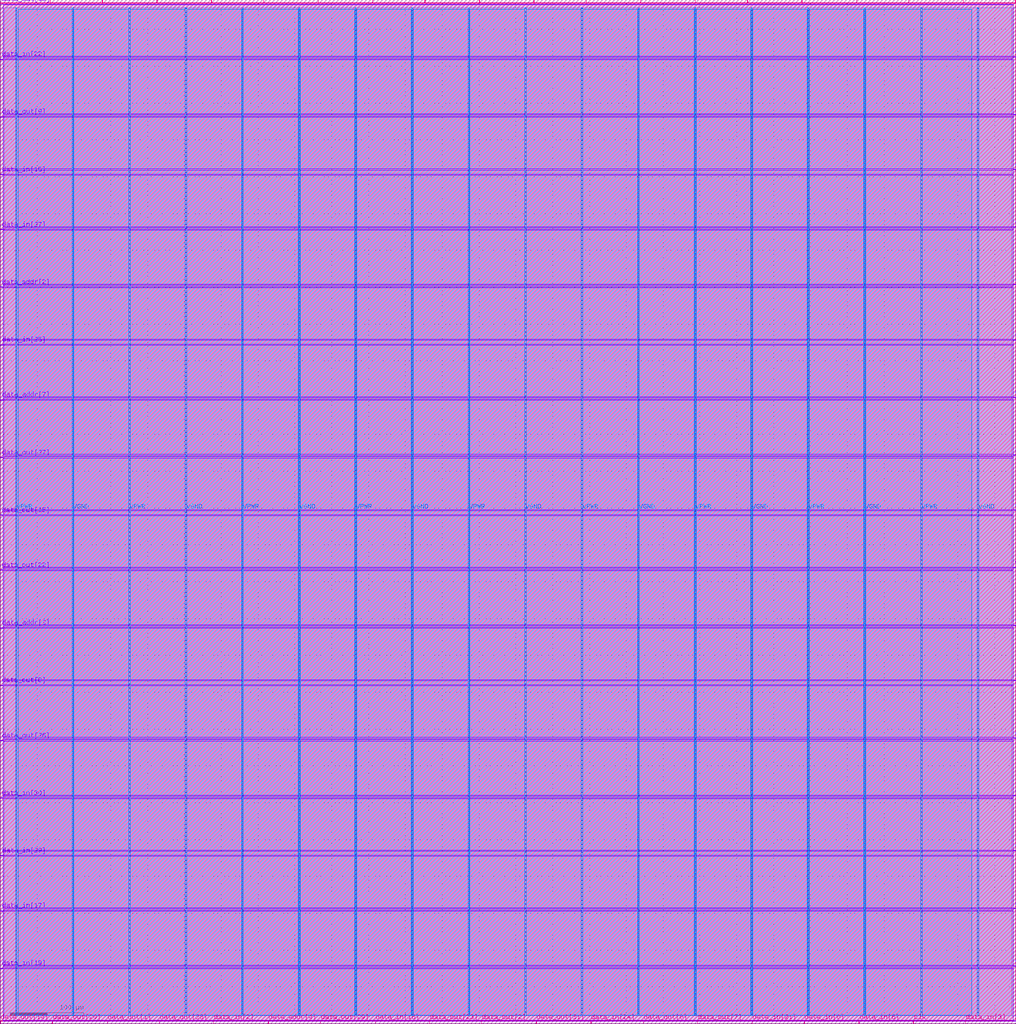
<source format=lef>
# Copyright 2020 The SkyWater PDK Authors
#
# Licensed under the Apache License, Version 2.0 (the "License");
# you may not use this file except in compliance with the License.
# You may obtain a copy of the License at
#
#     https://www.apache.org/licenses/LICENSE-2.0
#
# Unless required by applicable law or agreed to in writing, software
# distributed under the License is distributed on an "AS IS" BASIS,
# WITHOUT WARRANTIES OR CONDITIONS OF ANY KIND, either express or implied.
# See the License for the specific language governing permissions and
# limitations under the License.
#
# SPDX-License-Identifier: Apache-2.0

VERSION 5.7 ;

BUSBITCHARS "[]" ;
DIVIDERCHAR "/" ;

UNITS
  TIME NANOSECONDS 1 ;
  CAPACITANCE PICOFARADS 1 ;
  RESISTANCE OHMS 1 ;
  DATABASE MICRONS 1000 ;
END UNITS

MANUFACTURINGGRID 0.005 ;
USEMINSPACING OBS OFF ;

PROPERTYDEFINITIONS
  LAYER LEF58_TYPE STRING ;
END PROPERTYDEFINITIONS

# High density, single height
SITE unithd
  SYMMETRY Y ;
  CLASS CORE ;
  SIZE 0.46 BY 2.72 ;
END unithd

# High density, double height
SITE unithddbl
  SYMMETRY Y ;
  CLASS CORE ;
  SIZE 0.46 BY 5.44 ;
END unithddbl

LAYER nwell
  TYPE MASTERSLICE ;
  PROPERTY LEF58_TYPE "TYPE NWELL ;" ;
END nwell

LAYER pwell
  TYPE MASTERSLICE ;
  PROPERTY LEF58_TYPE "TYPE PWELL ;" ;
END pwell

LAYER li1
  TYPE ROUTING ;
  DIRECTION VERTICAL ;

  PITCH 0.46 0.34 ;
  OFFSET 0.23 0.17 ;

  WIDTH 0.17 ;          # LI 1
  # SPACING  0.17 ;     # LI 2
  SPACINGTABLE
     PARALLELRUNLENGTH 0
     WIDTH 0 0.17 ;
  AREA 0.0561 ;         # LI 6
  THICKNESS 0.1 ;
  EDGECAPACITANCE 40.697E-6 ;
  CAPACITANCE CPERSQDIST 36.9866E-6 ;
  RESISTANCE RPERSQ 9.2 ;

  ANTENNAMODEL OXIDE1 ;
  ANTENNADIFFSIDEAREARATIO PWL ( ( 0 75 ) ( 0.0125 75 ) ( 0.0225 85.125 ) ( 22.5 10200 ) ) ;
END li1

LAYER mcon
  TYPE CUT ;

  WIDTH 0.17 ;                # Mcon 1
  SPACING 0.19 ;              # Mcon 2
  ENCLOSURE BELOW 0 0 ;       # Mcon 4
  ENCLOSURE ABOVE 0.03 0.06 ; # Met1 4 / Met1 5
  RESISTANCE 1.6 ;

  ANTENNADIFFAREARATIO PWL ( ( 0 3 ) ( 0.0125 3 ) ( 0.0225 3.405 ) ( 22.5 408 ) ) ;
  DCCURRENTDENSITY AVERAGE 0.36 ; # mA per via Iavg_max at Tj = 90oC

END mcon

LAYER met1
  TYPE ROUTING ;
  DIRECTION HORIZONTAL ;

  PITCH 0.34 ;
  OFFSET 0.17 ;

  WIDTH 0.14 ;                     # Met1 1
  # SPACING 0.14 ;                 # Met1 2
  # SPACING 0.28 RANGE 3.001 100 ; # Met1 3b
  SPACINGTABLE
     PARALLELRUNLENGTH 0
     WIDTH 0 0.14
     WIDTH 3 0.28 ;
  AREA 0.083 ;                     # Met1 6
  THICKNESS 0.35 ;
  MINENCLOSEDAREA 0.14 ;

  ANTENNAMODEL OXIDE1 ;
  ANTENNADIFFSIDEAREARATIO PWL ( ( 0 400 ) ( 0.0125 400 ) ( 0.0225 2609 ) ( 22.5 11600 ) ) ;

  EDGECAPACITANCE 40.567E-6 ;
  CAPACITANCE CPERSQDIST 25.7784E-6 ;
  DCCURRENTDENSITY AVERAGE 2.8 ; # mA/um Iavg_max at Tj = 90oC
  ACCURRENTDENSITY RMS 6.1 ; # mA/um Irms_max at Tj = 90oC
  MAXIMUMDENSITY 70 ;
  DENSITYCHECKWINDOW 700 700 ;
  DENSITYCHECKSTEP 70 ;

  RESISTANCE RPERSQ 0.105 ;
END met1

LAYER via
  TYPE CUT ;
  WIDTH 0.15 ;                  # Via 1a
  SPACING 0.17 ;                # Via 2
  ENCLOSURE BELOW 0.055 0.085 ; # Via 4a / Via 5a
  ENCLOSURE ABOVE 0.055 0.085 ; # Met2 4 / Met2 5
  RESISTANCE 2.0 ;

  ANTENNADIFFAREARATIO PWL ( ( 0 6 ) ( 0.0125 6 ) ( 0.0225 6.81 ) ( 22.5 816 ) ) ;
  DCCURRENTDENSITY AVERAGE 0.29 ; # mA per via Iavg_max at Tj = 90oC
END via

LAYER met2
  TYPE ROUTING ;
  DIRECTION VERTICAL ;

  PITCH 0.46 ;
  OFFSET 0.23 ;

  WIDTH 0.14 ;                        # Met2 1
  # SPACING  0.14 ;                   # Met2 2
  # SPACING  0.28 RANGE 3.001 100 ;   # Met2 3b
  SPACINGTABLE
     PARALLELRUNLENGTH 0
     WIDTH 0 0.14
     WIDTH 3 0.28 ;
  AREA 0.0676 ;                       # Met2 6
  THICKNESS 0.35 ;
  MINENCLOSEDAREA 0.14 ;

  EDGECAPACITANCE 37.759E-6 ;
  CAPACITANCE CPERSQDIST 16.9423E-6 ;
  RESISTANCE RPERSQ 0.105 ;
  DCCURRENTDENSITY AVERAGE 2.8 ; # mA/um Iavg_max at Tj = 90oC
  ACCURRENTDENSITY RMS 6.1 ; # mA/um Irms_max at Tj = 90oC

  ANTENNAMODEL OXIDE1 ;
  ANTENNADIFFSIDEAREARATIO PWL ( ( 0 400 ) ( 0.0125 400 ) ( 0.0225 2609 ) ( 22.5 11600 ) ) ;

  MAXIMUMDENSITY 70 ;
  DENSITYCHECKWINDOW 700 700 ;
  DENSITYCHECKSTEP 70 ;
END met2

# ******** Layer via2, type routing, number 44 **************
LAYER via2
  TYPE CUT ;
  WIDTH 0.2 ;                   # Via2 1
  SPACING 0.2 ;                 # Via2 2
  ENCLOSURE BELOW 0.04 0.085 ;  # Via2 4
  ENCLOSURE ABOVE 0.065 0.065 ; # Met3 4
  RESISTANCE 0.5 ;
  ANTENNADIFFAREARATIO PWL ( ( 0 6 ) ( 0.0125 6 ) ( 0.0225 6.81 ) ( 22.5 816 ) ) ;
  DCCURRENTDENSITY AVERAGE 0.48 ; # mA per via Iavg_max at Tj = 90oC
END via2

LAYER met3
  TYPE ROUTING ;
  DIRECTION HORIZONTAL ;

  PITCH 0.68 ;
  OFFSET 0.34 ;

  WIDTH 0.3 ;              # Met3 1
  # SPACING 0.3 ;          # Met3 2
  SPACINGTABLE
     PARALLELRUNLENGTH 0
     WIDTH 0 0.3
     WIDTH 3 0.4 ;
  AREA 0.24 ;              # Met3 6
  THICKNESS 0.8 ;

  EDGECAPACITANCE 40.989E-6 ;
  CAPACITANCE CPERSQDIST 12.3729E-6 ;
  RESISTANCE RPERSQ 0.038 ;
  DCCURRENTDENSITY AVERAGE 6.8 ; # mA/um Iavg_max at Tj = 90oC
  ACCURRENTDENSITY RMS 14.9 ; # mA/um Irms_max at Tj = 90oC

  ANTENNAMODEL OXIDE1 ;
  ANTENNADIFFSIDEAREARATIO PWL ( ( 0 400 ) ( 0.0125 400 ) ( 0.0225 2609 ) ( 22.5 11600 ) ) ;

  MAXIMUMDENSITY 70 ;
  DENSITYCHECKWINDOW 700 700 ;
  DENSITYCHECKSTEP 70 ;
END met3

LAYER via3
  TYPE CUT ;
  WIDTH 0.2 ;                   # Via3 1
  SPACING 0.2 ;                 # Via3 2
  ENCLOSURE BELOW 0.06 0.09 ;   # Via3 4 / Via3 5
  ENCLOSURE ABOVE 0.065 0.065 ; # Met4 3
  RESISTANCE 0.5 ;
  ANTENNADIFFAREARATIO PWL ( ( 0 6 ) ( 0.0125 6 ) ( 0.0225 6.81 ) ( 22.5 816 ) ) ;
  DCCURRENTDENSITY AVERAGE 0.48 ; # mA per via Iavg_max at Tj = 90oC
END via3

LAYER met4
  TYPE ROUTING ;
  DIRECTION VERTICAL ;

  PITCH 0.92 ;
  OFFSET 0.46 ;

  WIDTH 0.3 ;             # Met4 1
  # SPACING  0.3 ;             # Met4 2
  SPACINGTABLE
     PARALLELRUNLENGTH 0
     WIDTH 0 0.3
     WIDTH 3 0.4 ;
  AREA 0.24 ;            # Met4 4a

  THICKNESS 0.8 ;

  EDGECAPACITANCE 36.676E-6 ;
  CAPACITANCE CPERSQDIST 8.41537E-6 ;
  RESISTANCE RPERSQ 0.038 ;
  DCCURRENTDENSITY AVERAGE 6.8 ; # mA/um Iavg_max at Tj = 90oC
  ACCURRENTDENSITY RMS 14.9 ; # mA/um Irms_max at Tj = 90oC

  ANTENNAMODEL OXIDE1 ;
  ANTENNADIFFSIDEAREARATIO PWL ( ( 0 400 ) ( 0.0125 400 ) ( 0.0225 2609 ) ( 22.5 11600 ) ) ;

  MAXIMUMDENSITY 70 ;
  DENSITYCHECKWINDOW 700 700 ;
  DENSITYCHECKSTEP 70 ;
END met4

LAYER via4
  TYPE CUT ;

  WIDTH 0.8 ;                 # Via4 1
  SPACING 0.8 ;               # Via4 2
  ENCLOSURE BELOW 0.19 0.19 ; # Via4 4
  ENCLOSURE ABOVE 0.31 0.31 ; # Met5 3
  RESISTANCE 0.012 ;
  ANTENNADIFFAREARATIO PWL ( ( 0 6 ) ( 0.0125 6 ) ( 0.0225 6.81 ) ( 22.5 816 ) ) ;
  DCCURRENTDENSITY AVERAGE 2.49 ; # mA per via Iavg_max at Tj = 90oC
END via4

LAYER met5
  TYPE ROUTING ;
  DIRECTION HORIZONTAL ;

  PITCH 3.4 ;
  OFFSET 1.7 ;

  WIDTH 1.6 ;            # Met5 1
  #SPACING  1.6 ;        # Met5 2
  SPACINGTABLE
     PARALLELRUNLENGTH 0
     WIDTH 0 1.6 ;
  AREA 4 ;               # Met5 4

  THICKNESS 1.2 ;

  EDGECAPACITANCE 38.851E-6 ;
  CAPACITANCE CPERSQDIST 6.32063E-6 ;
  RESISTANCE RPERSQ 0.0212 ;
  DCCURRENTDENSITY AVERAGE 10.17 ; # mA/um Iavg_max at Tj = 90oC
  ACCURRENTDENSITY RMS 22.34 ; # mA/um Irms_max at Tj = 90oC

  ANTENNAMODEL OXIDE1 ;
  ANTENNADIFFSIDEAREARATIO PWL ( ( 0 400 ) ( 0.0125 400 ) ( 0.0225 2609 ) ( 22.5 11600 ) ) ;
END met5


### Routing via cells section   ###
# Plus via rule, metals are along the prefered direction
VIA L1M1_PR DEFAULT
  LAYER mcon ;
  RECT -0.085 -0.085 0.085 0.085 ;
  LAYER li1 ;
  RECT -0.085 -0.085 0.085 0.085 ;
  LAYER met1 ;
  RECT -0.145 -0.115 0.145 0.115 ;
END L1M1_PR

VIARULE L1M1_PR GENERATE
  LAYER li1 ;
  ENCLOSURE 0 0 ;
  LAYER met1 ;
  ENCLOSURE 0.06 0.03 ;
  LAYER mcon ;
  RECT -0.085 -0.085 0.085 0.085 ;
  SPACING 0.36 BY 0.36 ;
END L1M1_PR

# Plus via rule, metals are along the non prefered direction
VIA L1M1_PR_R DEFAULT
  LAYER mcon ;
  RECT -0.085 -0.085 0.085 0.085 ;
  LAYER li1 ;
  RECT -0.085 -0.085 0.085 0.085 ;
  LAYER met1 ;
  RECT -0.115 -0.145 0.115 0.145 ;
END L1M1_PR_R

VIARULE L1M1_PR_R GENERATE
  LAYER li1 ;
  ENCLOSURE 0 0 ;
  LAYER met1 ;
  ENCLOSURE 0.03 0.06 ;
  LAYER mcon ;
  RECT -0.085 -0.085 0.085 0.085 ;
  SPACING 0.36 BY 0.36 ;
END L1M1_PR_R

# Minus via rule, lower layer metal is along prefered direction
VIA L1M1_PR_M DEFAULT
  LAYER mcon ;
  RECT -0.085 -0.085 0.085 0.085 ;
  LAYER li1 ;
  RECT -0.085 -0.085 0.085 0.085 ;
  LAYER met1 ;
  RECT -0.115 -0.145 0.115 0.145 ;
END L1M1_PR_M

VIARULE L1M1_PR_M GENERATE
  LAYER li1 ;
  ENCLOSURE 0 0 ;
  LAYER met1 ;
  ENCLOSURE 0.03 0.06 ;
  LAYER mcon ;
  RECT -0.085 -0.085 0.085 0.085 ;
  SPACING 0.36 BY 0.36 ;
END L1M1_PR_M

# Minus via rule, upper layer metal is along prefered direction
VIA L1M1_PR_MR DEFAULT
  LAYER mcon ;
  RECT -0.085 -0.085 0.085 0.085 ;
  LAYER li1 ;
  RECT -0.085 -0.085 0.085 0.085 ;
  LAYER met1 ;
  RECT -0.145 -0.115 0.145 0.115 ;
END L1M1_PR_MR

VIARULE L1M1_PR_MR GENERATE
  LAYER li1 ;
  ENCLOSURE 0 0 ;
  LAYER met1 ;
  ENCLOSURE 0.06 0.03 ;
  LAYER mcon ;
  RECT -0.085 -0.085 0.085 0.085 ;
  SPACING 0.36 BY 0.36 ;
END L1M1_PR_MR

# Centered via rule, we really do not want to use it
VIA L1M1_PR_C DEFAULT
  LAYER mcon ;
  RECT -0.085 -0.085 0.085 0.085 ;
  LAYER li1 ;
  RECT -0.085 -0.085 0.085 0.085 ;
  LAYER met1 ;
  RECT -0.145 -0.145 0.145 0.145 ;
END L1M1_PR_C

VIARULE L1M1_PR_C GENERATE
  LAYER li1 ;
  ENCLOSURE 0 0 ;
  LAYER met1 ;
  ENCLOSURE 0.06 0.06 ;
  LAYER mcon ;
  RECT -0.085 -0.085 0.085 0.085 ;
  SPACING 0.36 BY 0.36 ;
END L1M1_PR_C

# Plus via rule, metals are along the prefered direction
VIA M1M2_PR DEFAULT
  LAYER via ;
  RECT -0.075 -0.075 0.075 0.075 ;
  LAYER met1 ;
  RECT -0.16 -0.13 0.16 0.13 ;
  LAYER met2 ;
  RECT -0.13 -0.16 0.13 0.16 ;
END M1M2_PR

VIARULE M1M2_PR GENERATE
  LAYER met1 ;
  ENCLOSURE 0.085 0.055 ;
  LAYER met2 ;
  ENCLOSURE 0.055 0.085 ;
  LAYER via ;
  RECT -0.075 -0.075 0.075 0.075 ;
  SPACING 0.32 BY 0.32 ;
END M1M2_PR

# Plus via rule, metals are along the non prefered direction
VIA M1M2_PR_R DEFAULT
  LAYER via ;
  RECT -0.075 -0.075 0.075 0.075 ;
  LAYER met1 ;
  RECT -0.13 -0.16 0.13 0.16 ;
  LAYER met2 ;
  RECT -0.16 -0.13 0.16 0.13 ;
END M1M2_PR_R

VIARULE M1M2_PR_R GENERATE
  LAYER met1 ;
  ENCLOSURE 0.055 0.085 ;
  LAYER met2 ;
  ENCLOSURE 0.085 0.055 ;
  LAYER via ;
  RECT -0.075 -0.075 0.075 0.075 ;
  SPACING 0.32 BY 0.32 ;
END M1M2_PR_R

# Minus via rule, lower layer metal is along prefered direction
VIA M1M2_PR_M DEFAULT
  LAYER via ;
  RECT -0.075 -0.075 0.075 0.075 ;
  LAYER met1 ;
  RECT -0.16 -0.13 0.16 0.13 ;
  LAYER met2 ;
  RECT -0.16 -0.13 0.16 0.13 ;
END M1M2_PR_M

VIARULE M1M2_PR_M GENERATE
  LAYER met1 ;
  ENCLOSURE 0.085 0.055 ;
  LAYER met2 ;
  ENCLOSURE 0.085 0.055 ;
  LAYER via ;
  RECT -0.075 -0.075 0.075 0.075 ;
  SPACING 0.32 BY 0.32 ;
END M1M2_PR_M

# Minus via rule, upper layer metal is along prefered direction
VIA M1M2_PR_MR DEFAULT
  LAYER via ;
  RECT -0.075 -0.075 0.075 0.075 ;
  LAYER met1 ;
  RECT -0.13 -0.16 0.13 0.16 ;
  LAYER met2 ;
  RECT -0.13 -0.16 0.13 0.16 ;
END M1M2_PR_MR

VIARULE M1M2_PR_MR GENERATE
  LAYER met1 ;
  ENCLOSURE 0.055 0.085 ;
  LAYER met2 ;
  ENCLOSURE 0.055 0.085 ;
  LAYER via ;
  RECT -0.075 -0.075 0.075 0.075 ;
  SPACING 0.32 BY 0.32 ;
END M1M2_PR_MR

# Centered via rule, we really do not want to use it
VIA M1M2_PR_C DEFAULT
  LAYER via ;
  RECT -0.075 -0.075 0.075 0.075 ;
  LAYER met1 ;
  RECT -0.16 -0.16 0.16 0.16 ;
  LAYER met2 ;
  RECT -0.16 -0.16 0.16 0.16 ;
END M1M2_PR_C

VIARULE M1M2_PR_C GENERATE
  LAYER met1 ;
  ENCLOSURE 0.085 0.085 ;
  LAYER met2 ;
  ENCLOSURE 0.085 0.085 ;
  LAYER via ;
  RECT -0.075 -0.075 0.075 0.075 ;
  SPACING 0.32 BY 0.32 ;
END M1M2_PR_C

# Plus via rule, metals are along the prefered direction
VIA M2M3_PR DEFAULT
  LAYER via2 ;
  RECT -0.1 -0.1 0.1 0.1 ;
  LAYER met2 ;
  RECT -0.14 -0.185 0.14 0.185 ;
  LAYER met3 ;
  RECT -0.165 -0.165 0.165 0.165 ;
END M2M3_PR

VIARULE M2M3_PR GENERATE
  LAYER met2 ;
  ENCLOSURE 0.04 0.085 ;
  LAYER met3 ;
  ENCLOSURE 0.065 0.065 ;
  LAYER via2 ;
  RECT -0.1 -0.1 0.1 0.1 ;
  SPACING 0.4 BY 0.4 ;
END M2M3_PR

# Plus via rule, metals are along the non prefered direction
VIA M2M3_PR_R DEFAULT
  LAYER via2 ;
  RECT -0.1 -0.1 0.1 0.1 ;
  LAYER met2 ;
  RECT -0.185 -0.14 0.185 0.14 ;
  LAYER met3 ;
  RECT -0.165 -0.165 0.165 0.165 ;
END M2M3_PR_R

VIARULE M2M3_PR_R GENERATE
  LAYER met2 ;
  ENCLOSURE 0.085 0.04 ;
  LAYER met3 ;
  ENCLOSURE 0.065 0.065 ;
  LAYER via2 ;
  RECT -0.1 -0.1 0.1 0.1 ;
  SPACING 0.4 BY 0.4 ;
END M2M3_PR_R

# Minus via rule, lower layer metal is along prefered direction
VIA M2M3_PR_M DEFAULT
  LAYER via2 ;
  RECT -0.1 -0.1 0.1 0.1 ;
  LAYER met2 ;
  RECT -0.14 -0.185 0.14 0.185 ;
  LAYER met3 ;
  RECT -0.165 -0.165 0.165 0.165 ;
END M2M3_PR_M

VIARULE M2M3_PR_M GENERATE
  LAYER met2 ;
  ENCLOSURE 0.04 0.085 ;
  LAYER met3 ;
  ENCLOSURE 0.065 0.065 ;
  LAYER via2 ;
  RECT -0.1 -0.1 0.1 0.1 ;
  SPACING 0.4 BY 0.4 ;
END M2M3_PR_M

# Minus via rule, upper layer metal is along prefered direction
VIA M2M3_PR_MR DEFAULT
  LAYER via2 ;
  RECT -0.1 -0.1 0.1 0.1 ;
  LAYER met2 ;
  RECT -0.185 -0.14 0.185 0.14 ;
  LAYER met3 ;
  RECT -0.165 -0.165 0.165 0.165 ;
END M2M3_PR_MR

VIARULE M2M3_PR_MR GENERATE
  LAYER met2 ;
  ENCLOSURE 0.085 0.04 ;
  LAYER met3 ;
  ENCLOSURE 0.065 0.065 ;
  LAYER via2 ;
  RECT -0.1 -0.1 0.1 0.1 ;
  SPACING 0.4 BY 0.4 ;
END M2M3_PR_MR

# Centered via rule, we really do not want to use it
VIA M2M3_PR_C DEFAULT
  LAYER via2 ;
  RECT -0.1 -0.1 0.1 0.1 ;
  LAYER met2 ;
  RECT -0.185 -0.185 0.185 0.185 ;
  LAYER met3 ;
  RECT -0.165 -0.165 0.165 0.165 ;
END M2M3_PR_C

VIARULE M2M3_PR_C GENERATE
  LAYER met2 ;
  ENCLOSURE 0.085 0.085 ;
  LAYER met3 ;
  ENCLOSURE 0.065 0.065 ;
  LAYER via2 ;
  RECT -0.1 -0.1 0.1 0.1 ;
  SPACING 0.4 BY 0.4 ;
END M2M3_PR_C

# Plus via rule, metals are along the prefered direction
VIA M3M4_PR DEFAULT
  LAYER via3 ;
  RECT -0.1 -0.1 0.1 0.1 ;
  LAYER met3 ;
  RECT -0.19 -0.16 0.19 0.16 ;
  LAYER met4 ;
  RECT -0.165 -0.165 0.165 0.165 ;
END M3M4_PR

VIARULE M3M4_PR GENERATE
  LAYER met3 ;
  ENCLOSURE 0.09 0.06 ;
  LAYER met4 ;
  ENCLOSURE 0.065 0.065 ;
  LAYER via3 ;
  RECT -0.1 -0.1 0.1 0.1 ;
  SPACING 0.4 BY 0.4 ;
END M3M4_PR

# Plus via rule, metals are along the non prefered direction
VIA M3M4_PR_R DEFAULT
  LAYER via3 ;
  RECT -0.1 -0.1 0.1 0.1 ;
  LAYER met3 ;
  RECT -0.16 -0.19 0.16 0.19 ;
  LAYER met4 ;
  RECT -0.165 -0.165 0.165 0.165 ;
END M3M4_PR_R

VIARULE M3M4_PR_R GENERATE
  LAYER met3 ;
  ENCLOSURE 0.06 0.09 ;
  LAYER met4 ;
  ENCLOSURE 0.065 0.065 ;
  LAYER via3 ;
  RECT -0.1 -0.1 0.1 0.1 ;
  SPACING 0.4 BY 0.4 ;
END M3M4_PR_R

# Minus via rule, lower layer metal is along prefered direction
VIA M3M4_PR_M DEFAULT
  LAYER via3 ;
  RECT -0.1 -0.1 0.1 0.1 ;
  LAYER met3 ;
  RECT -0.19 -0.16 0.19 0.16 ;
  LAYER met4 ;
  RECT -0.165 -0.165 0.165 0.165 ;
END M3M4_PR_M

VIARULE M3M4_PR_M GENERATE
  LAYER met3 ;
  ENCLOSURE 0.09 0.06 ;
  LAYER met4 ;
  ENCLOSURE 0.065 0.065 ;
  LAYER via3 ;
  RECT -0.1 -0.1 0.1 0.1 ;
  SPACING 0.4 BY 0.4 ;
END M3M4_PR_M

# Minus via rule, upper layer metal is along prefered direction
VIA M3M4_PR_MR DEFAULT
  LAYER via3 ;
  RECT -0.1 -0.1 0.1 0.1 ;
  LAYER met3 ;
  RECT -0.16 -0.19 0.16 0.19 ;
  LAYER met4 ;
  RECT -0.165 -0.165 0.165 0.165 ;
END M3M4_PR_MR

VIARULE M3M4_PR_MR GENERATE
  LAYER met3 ;
  ENCLOSURE 0.06 0.09 ;
  LAYER met4 ;
  ENCLOSURE 0.065 0.065 ;
  LAYER via3 ;
  RECT -0.1 -0.1 0.1 0.1 ;
  SPACING 0.4 BY 0.4 ;
END M3M4_PR_MR

# Centered via rule, we really do not want to use it
VIA M3M4_PR_C DEFAULT
  LAYER via3 ;
  RECT -0.1 -0.1 0.1 0.1 ;
  LAYER met3 ;
  RECT -0.19 -0.19 0.19 0.19 ;
  LAYER met4 ;
  RECT -0.165 -0.165 0.165 0.165 ;
END M3M4_PR_C

VIARULE M3M4_PR_C GENERATE
  LAYER met3 ;
  ENCLOSURE 0.09 0.09 ;
  LAYER met4 ;
  ENCLOSURE 0.065 0.065 ;
  LAYER via3 ;
  RECT -0.1 -0.1 0.1 0.1 ;
  SPACING 0.4 BY 0.4 ;
END M3M4_PR_C

# Plus via rule, metals are along the prefered direction
VIA M4M5_PR DEFAULT
  LAYER via4 ;
  RECT -0.4 -0.4 0.4 0.4 ;
  LAYER met4 ;
  RECT -0.59 -0.59 0.59 0.59 ;
  LAYER met5 ;
  RECT -0.71 -0.71 0.71 0.71 ;
END M4M5_PR

VIARULE M4M5_PR GENERATE
  LAYER met4 ;
  ENCLOSURE 0.19 0.19 ;
  LAYER met5 ;
  ENCLOSURE 0.31 0.31 ;
  LAYER via4 ;
  RECT -0.4 -0.4 0.4 0.4 ;
  SPACING 1.6 BY 1.6 ;
END M4M5_PR

# Plus via rule, metals are along the non prefered direction
VIA M4M5_PR_R DEFAULT
  LAYER via4 ;
  RECT -0.4 -0.4 0.4 0.4 ;
  LAYER met4 ;
  RECT -0.59 -0.59 0.59 0.59 ;
  LAYER met5 ;
  RECT -0.71 -0.71 0.71 0.71 ;
END M4M5_PR_R

VIARULE M4M5_PR_R GENERATE
  LAYER met4 ;
  ENCLOSURE 0.19 0.19 ;
  LAYER met5 ;
  ENCLOSURE 0.31 0.31 ;
  LAYER via4 ;
  RECT -0.4 -0.4 0.4 0.4 ;
  SPACING 1.6 BY 1.6 ;
END M4M5_PR_R

# Minus via rule, lower layer metal is along prefered direction
VIA M4M5_PR_M DEFAULT
  LAYER via4 ;
  RECT -0.4 -0.4 0.4 0.4 ;
  LAYER met4 ;
  RECT -0.59 -0.59 0.59 0.59 ;
  LAYER met5 ;
  RECT -0.71 -0.71 0.71 0.71 ;
END M4M5_PR_M

VIARULE M4M5_PR_M GENERATE
  LAYER met4 ;
  ENCLOSURE 0.19 0.19 ;
  LAYER met5 ;
  ENCLOSURE 0.31 0.31 ;
  LAYER via4 ;
  RECT -0.4 -0.4 0.4 0.4 ;
  SPACING 1.6 BY 1.6 ;
END M4M5_PR_M

# Minus via rule, upper layer metal is along prefered direction
VIA M4M5_PR_MR DEFAULT
  LAYER via4 ;
  RECT -0.4 -0.4 0.4 0.4 ;
  LAYER met4 ;
  RECT -0.59 -0.59 0.59 0.59 ;
  LAYER met5 ;
  RECT -0.71 -0.71 0.71 0.71 ;
END M4M5_PR_MR

VIARULE M4M5_PR_MR GENERATE
  LAYER met4 ;
  ENCLOSURE 0.19 0.19 ;
  LAYER met5 ;
  ENCLOSURE 0.31 0.31 ;
  LAYER via4 ;
  RECT -0.4 -0.4 0.4 0.4 ;
  SPACING 1.6 BY 1.6 ;
END M4M5_PR_MR

# Centered via rule, we really do not want to use it
VIA M4M5_PR_C DEFAULT
  LAYER via4 ;
  RECT -0.4 -0.4 0.4 0.4 ;
  LAYER met4 ;
  RECT -0.59 -0.59 0.59 0.59 ;
  LAYER met5 ;
  RECT -0.71 -0.71 0.71 0.71 ;
END M4M5_PR_C

VIARULE M4M5_PR_C GENERATE
  LAYER met4 ;
  ENCLOSURE 0.19 0.19 ;
  LAYER met5 ;
  ENCLOSURE 0.31 0.31 ;
  LAYER via4 ;
  RECT -0.4 -0.4 0.4 0.4 ;
  SPACING 1.6 BY 1.6 ;
END M4M5_PR_C
###  end of single via cells   ###


MACRO sky130_ef_sc_hd__decap_12
  CLASS CORE SPACER ;
  FOREIGN sky130_ef_sc_hd__decap_12 ;
  ORIGIN 0.000 0.000 ;
  SIZE 5.520 BY 2.720 ;
  PIN VGND
    DIRECTION INPUT ;
    USE GROUND ;
    PORT
      LAYER li1 ;
        RECT 1.670 0.630 2.010 1.460 ;
        RECT 0.085 0.085 5.430 0.630 ;
        RECT 0.000 -0.085 5.520 0.085 ;
      LAYER mcon ;
        RECT 0.605 -0.085 0.775 0.085 ;
        RECT 1.065 -0.085 1.235 0.085 ;
        RECT 1.525 -0.085 1.695 0.085 ;
        RECT 1.985 -0.085 2.155 0.085 ;
        RECT 2.445 -0.085 2.615 0.085 ;
        RECT 2.905 -0.085 3.075 0.085 ;
        RECT 3.365 -0.085 3.535 0.085 ;
        RECT 3.825 -0.085 3.995 0.085 ;
        RECT 4.285 -0.085 4.455 0.085 ;
        RECT 4.745 -0.085 4.915 0.085 ;
        RECT 5.205 -0.085 5.375 0.085 ;
      LAYER met1 ;
        RECT 0.000 -0.240 5.520 0.240 ;
    END
  END VGND
  PIN VNB
    DIRECTION INPUT ;
    USE GROUND ;
    PORT
      LAYER pwell ;
        RECT 0.080 -0.130 0.360 0.150 ;
    END
  END VNB
  PIN VPB
    DIRECTION INPUT ;
    USE POWER ;
    PORT
      LAYER nwell ;
        RECT -0.190 1.305 5.710 2.910 ;
    END
  END VPB
  PIN VPWR
    DIRECTION INPUT ;
    USE POWER ;
    PORT
      LAYER li1 ;
        RECT 0.000 2.635 5.520 2.805 ;
        RECT 0.085 2.200 5.430 2.635 ;
        RECT 3.490 0.950 3.840 2.200 ;
      LAYER mcon ;
        RECT 0.605 2.635 0.775 2.805 ;
        RECT 1.065 2.635 1.235 2.805 ;
        RECT 1.525 2.635 1.695 2.805 ;
        RECT 1.985 2.635 2.155 2.805 ;
        RECT 2.445 2.635 2.615 2.805 ;
        RECT 2.905 2.635 3.075 2.805 ;
        RECT 3.365 2.635 3.535 2.805 ;
        RECT 3.825 2.635 3.995 2.805 ;
        RECT 4.285 2.635 4.455 2.805 ;
        RECT 4.745 2.635 4.915 2.805 ;
        RECT 5.205 2.635 5.375 2.805 ;
      LAYER met1 ;
        RECT 0.000 2.480 5.520 2.960 ;
    END
  END VPWR
END sky130_ef_sc_hd__decap_12
MACRO sky130_ef_sc_hd__fakediode_2
  CLASS CORE SPACER ;
  FOREIGN sky130_ef_sc_hd__fakediode_2 ;
  ORIGIN  0.000000  0.000000 ;
  SIZE  0.920000 BY  2.720000 ;
  SYMMETRY X Y R90 ;
  SITE unithd ;
  PIN DIODE
    DIRECTION INPUT ;
    USE SIGNAL ;
    PORT
      LAYER li1 ;
        RECT 0.085000 0.255000 0.835000 2.465000 ;
    END
  END DIODE
  PIN VGND
    DIRECTION INOUT ;
    SHAPE ABUTMENT ;
    USE GROUND ;
    PORT
      LAYER met1 ;
        RECT 0.000000 -0.240000 0.920000 0.240000 ;
    END
  END VGND
  PIN VNB
    DIRECTION INOUT ;
    USE GROUND ;
    PORT
      LAYER pwell ;
        RECT 0.145000 -0.085000 0.315000 0.085000 ;
    END
  END VNB
  PIN VPB
    DIRECTION INOUT ;
    USE POWER ;
    PORT
      LAYER nwell ;
        RECT -0.190000 1.305000 1.110000 2.910000 ;
    END
  END VPB
  PIN VPWR
    DIRECTION INOUT ;
    SHAPE ABUTMENT ;
    USE POWER ;
    PORT
      LAYER met1 ;
        RECT 0.000000 2.480000 0.920000 2.960000 ;
    END
  END VPWR
  OBS
    LAYER li1 ;
      RECT 0.000000 -0.085000 0.920000 0.085000 ;
      RECT 0.000000  2.635000 0.920000 2.805000 ;
    LAYER mcon ;
      RECT 0.145000 -0.085000 0.315000 0.085000 ;
      RECT 0.145000  2.635000 0.315000 2.805000 ;
      RECT 0.605000 -0.085000 0.775000 0.085000 ;
      RECT 0.605000  2.635000 0.775000 2.805000 ;
  END
END sky130_ef_sc_hd__fakediode_2
MACRO sky130_ef_sc_hd__fill_8
  CLASS CORE SPACER ;
  SOURCE USER ;
  ORIGIN  0.000000  0.000000 ;
  SIZE  3.680000 BY  2.720000 ;
  SYMMETRY X Y R90 ;
  SITE unithd ;
  PIN VGND
    DIRECTION INOUT ;
    SHAPE ABUTMENT ;
    USE GROUND ;
    PORT
      LAYER li1 ;
        RECT 0.000000 -0.085000 3.680000 0.085000 ;
    END
    PORT
      LAYER met1 ;
        RECT 0.000000 -0.240000 3.680000 0.240000 ;
    END
  END VGND
  PIN VPWR
    DIRECTION INOUT ;
    SHAPE ABUTMENT ;
    USE POWER ;
    PORT
      LAYER li1 ;
        RECT 0.000000 2.635000 3.680000 2.805000 ;
    END
    PORT
      LAYER met1 ;
        RECT 0.000000 2.480000 3.680000 2.960000 ;
    END
  END VPWR
  OBS
  END
END sky130_ef_sc_hd__fill_8
MACRO sky130_ef_sc_hd__fill_12
  CLASS CORE SPACER ;
  FOREIGN sky130_ef_sc_hd__fill_12 ;
  ORIGIN 0.000 0.000 ;
  SIZE 5.520 BY 2.720 ;
  SYMMETRY X Y R90 ;
  SITE unithd ;
  OBS
      LAYER nwell ;
        RECT -0.190 1.305 5.710 2.910 ;
      LAYER pwell ;
        RECT 0.145 -0.085 0.315 0.085 ;
        RECT 2.935 -0.060 3.045 0.060 ;
        RECT 4.755 -0.050 4.915 0.060 ;
      LAYER li1 ;
        RECT 0.000 2.635 5.520 2.805 ;
        RECT 0.085 1.545 2.675 2.635 ;
        RECT 0.085 0.855 1.295 1.375 ;
        RECT 1.465 1.025 2.675 1.545 ;
        RECT 0.085 0.085 2.675 0.855 ;
        RECT 0.000 -0.085 5.520 0.085 ;
      LAYER mcon ;
        RECT 0.145 2.635 0.315 2.805 ;
        RECT 0.605 2.635 0.775 2.805 ;
        RECT 1.065 2.635 1.235 2.805 ;
        RECT 1.525 2.635 1.695 2.805 ;
        RECT 1.985 2.635 2.155 2.805 ;
        RECT 2.445 2.635 2.615 2.805 ;
        RECT 2.905 2.635 3.075 2.805 ;
        RECT 3.365 2.635 3.535 2.805 ;
        RECT 3.825 2.635 3.995 2.805 ;
        RECT 4.285 2.635 4.455 2.805 ;
        RECT 4.745 2.635 4.915 2.805 ;
        RECT 5.205 2.635 5.375 2.805 ;
        RECT 0.145 -0.085 0.315 0.085 ;
        RECT 0.605 -0.085 0.775 0.085 ;
        RECT 1.065 -0.085 1.235 0.085 ;
        RECT 1.525 -0.085 1.695 0.085 ;
        RECT 1.985 -0.085 2.155 0.085 ;
        RECT 2.445 -0.085 2.615 0.085 ;
        RECT 2.905 -0.085 3.075 0.085 ;
        RECT 3.365 -0.085 3.535 0.085 ;
        RECT 3.825 -0.085 3.995 0.085 ;
        RECT 4.285 -0.085 4.455 0.085 ;
        RECT 4.745 -0.085 4.915 0.085 ;
        RECT 5.205 -0.085 5.375 0.085 ;
      LAYER met1 ;
        RECT 0.000 2.480 5.520 2.960 ;
        RECT 0.000 -0.240 5.520 0.240 ;
  END
END sky130_ef_sc_hd__fill_12
MACRO sky130_fd_sc_hd__a2bb2o_1
  CLASS CORE ;
  FOREIGN sky130_fd_sc_hd__a2bb2o_1 ;
  ORIGIN 0.000 0.000 ;
  SIZE 3.680 BY 2.720 ;
  SYMMETRY X Y R90 ;
  SITE unithd ;
  PIN A1_N
    DIRECTION INPUT ;
    USE SIGNAL ;
    ANTENNAGATEAREA 0.126000 ;
    PORT
      LAYER li1 ;
        RECT 0.910 0.995 1.240 1.615 ;
    END
  END A1_N
  PIN A2_N
    DIRECTION INPUT ;
    USE SIGNAL ;
    ANTENNAGATEAREA 0.126000 ;
    PORT
      LAYER li1 ;
        RECT 1.410 0.995 1.700 1.375 ;
    END
  END A2_N
  PIN B1
    DIRECTION INPUT ;
    USE SIGNAL ;
    ANTENNAGATEAREA 0.126000 ;
    PORT
      LAYER li1 ;
        RECT 3.280 0.765 3.540 1.655 ;
    END
  END B1
  PIN B2
    DIRECTION INPUT ;
    USE SIGNAL ;
    ANTENNAGATEAREA 0.126000 ;
    PORT
      LAYER li1 ;
        RECT 2.600 1.355 3.080 1.655 ;
        RECT 2.820 0.765 3.080 1.355 ;
    END
  END B2
  PIN VGND
    DIRECTION INOUT ;
    USE GROUND ;
    SHAPE ABUTMENT ;
    PORT
      LAYER met1 ;
        RECT 0.000 -0.240 3.680 0.240 ;
    END
  END VGND
  PIN VNB
    DIRECTION INOUT ;
    USE GROUND ;
    PORT
      LAYER pwell ;
        RECT 0.005 0.785 0.925 1.015 ;
        RECT 0.005 0.105 3.590 0.785 ;
        RECT 0.150 -0.085 0.320 0.105 ;
    END
  END VNB
  PIN VPB
    DIRECTION INOUT ;
    USE POWER ;
    PORT
      LAYER nwell ;
        RECT -0.190 1.305 3.870 2.910 ;
    END
  END VPB
  PIN VPWR
    DIRECTION INOUT ;
    USE POWER ;
    SHAPE ABUTMENT ;
    PORT
      LAYER met1 ;
        RECT 0.000 2.480 3.680 2.960 ;
    END
  END VPWR
  PIN X
    DIRECTION OUTPUT ;
    USE SIGNAL ;
    ANTENNADIFFAREA 0.429000 ;
    PORT
      LAYER li1 ;
        RECT 0.085 1.525 0.345 2.465 ;
        RECT 0.085 0.810 0.260 1.525 ;
        RECT 0.085 0.255 0.345 0.810 ;
    END
  END X
  OBS
      LAYER li1 ;
        RECT 0.000 2.635 3.680 2.805 ;
        RECT 0.515 2.235 0.845 2.635 ;
        RECT 1.990 2.370 2.245 2.465 ;
        RECT 1.105 2.200 2.245 2.370 ;
        RECT 2.415 2.255 2.745 2.425 ;
        RECT 1.105 1.975 1.275 2.200 ;
        RECT 0.515 1.805 1.275 1.975 ;
        RECT 1.990 2.065 2.245 2.200 ;
        RECT 0.515 1.325 0.685 1.805 ;
        RECT 1.540 1.715 1.710 1.905 ;
        RECT 1.990 1.895 2.400 2.065 ;
        RECT 1.540 1.545 2.060 1.715 ;
        RECT 0.430 0.995 0.685 1.325 ;
        RECT 1.890 0.825 2.060 1.545 ;
        RECT 1.180 0.655 2.060 0.825 ;
        RECT 2.230 0.870 2.400 1.895 ;
        RECT 2.575 2.005 2.745 2.255 ;
        RECT 2.915 2.175 3.165 2.635 ;
        RECT 3.335 2.005 3.515 2.465 ;
        RECT 2.575 1.835 3.515 2.005 ;
        RECT 2.230 0.700 2.580 0.870 ;
        RECT 0.515 0.085 0.945 0.530 ;
        RECT 1.180 0.255 1.350 0.655 ;
        RECT 1.520 0.085 2.240 0.485 ;
        RECT 2.410 0.255 2.580 0.700 ;
        RECT 3.155 0.085 3.555 0.595 ;
        RECT 0.000 -0.085 3.680 0.085 ;
      LAYER mcon ;
        RECT 0.145 2.635 0.315 2.805 ;
        RECT 0.605 2.635 0.775 2.805 ;
        RECT 1.065 2.635 1.235 2.805 ;
        RECT 1.525 2.635 1.695 2.805 ;
        RECT 1.985 2.635 2.155 2.805 ;
        RECT 2.445 2.635 2.615 2.805 ;
        RECT 2.905 2.635 3.075 2.805 ;
        RECT 3.365 2.635 3.535 2.805 ;
        RECT 0.145 -0.085 0.315 0.085 ;
        RECT 0.605 -0.085 0.775 0.085 ;
        RECT 1.065 -0.085 1.235 0.085 ;
        RECT 1.525 -0.085 1.695 0.085 ;
        RECT 1.985 -0.085 2.155 0.085 ;
        RECT 2.445 -0.085 2.615 0.085 ;
        RECT 2.905 -0.085 3.075 0.085 ;
        RECT 3.365 -0.085 3.535 0.085 ;
  END
END sky130_fd_sc_hd__a2bb2o_1
MACRO sky130_fd_sc_hd__a2bb2o_2
  CLASS CORE ;
  FOREIGN sky130_fd_sc_hd__a2bb2o_2 ;
  ORIGIN 0.000 0.000 ;
  SIZE 4.140 BY 2.720 ;
  SYMMETRY X Y R90 ;
  SITE unithd ;
  PIN A1_N
    DIRECTION INPUT ;
    USE SIGNAL ;
    ANTENNAGATEAREA 0.159000 ;
    PORT
      LAYER li1 ;
        RECT 1.345 0.995 1.675 1.615 ;
    END
  END A1_N
  PIN A2_N
    DIRECTION INPUT ;
    USE SIGNAL ;
    ANTENNAGATEAREA 0.159000 ;
    PORT
      LAYER li1 ;
        RECT 1.845 0.995 2.135 1.375 ;
    END
  END A2_N
  PIN B1
    DIRECTION INPUT ;
    USE SIGNAL ;
    ANTENNAGATEAREA 0.159000 ;
    PORT
      LAYER li1 ;
        RECT 3.730 0.765 3.990 1.655 ;
    END
  END B1
  PIN B2
    DIRECTION INPUT ;
    USE SIGNAL ;
    ANTENNAGATEAREA 0.159000 ;
    PORT
      LAYER li1 ;
        RECT 3.050 1.355 3.530 1.655 ;
        RECT 3.270 0.765 3.530 1.355 ;
    END
  END B2
  PIN VGND
    DIRECTION INOUT ;
    USE GROUND ;
    SHAPE ABUTMENT ;
    PORT
      LAYER met1 ;
        RECT 0.000 -0.240 4.140 0.240 ;
    END
  END VGND
  PIN VNB
    DIRECTION INOUT ;
    USE GROUND ;
    PORT
      LAYER pwell ;
        RECT 0.015 0.785 1.360 1.015 ;
        RECT 0.015 0.105 4.040 0.785 ;
        RECT 0.125 -0.085 0.295 0.105 ;
    END
  END VNB
  PIN VPB
    DIRECTION INOUT ;
    USE POWER ;
    PORT
      LAYER nwell ;
        RECT -0.190 1.305 4.330 2.910 ;
    END
  END VPB
  PIN VPWR
    DIRECTION INOUT ;
    USE POWER ;
    SHAPE ABUTMENT ;
    PORT
      LAYER met1 ;
        RECT 0.000 2.480 4.140 2.960 ;
    END
  END VPWR
  PIN X
    DIRECTION OUTPUT ;
    USE SIGNAL ;
    ANTENNADIFFAREA 0.445500 ;
    PORT
      LAYER li1 ;
        RECT 0.525 1.525 0.780 2.465 ;
        RECT 0.525 0.810 0.695 1.525 ;
        RECT 0.525 0.255 0.780 0.810 ;
    END
  END X
  OBS
      LAYER li1 ;
        RECT 0.000 2.635 4.140 2.805 ;
        RECT 0.185 1.445 0.355 2.635 ;
        RECT 0.950 2.235 1.280 2.635 ;
        RECT 2.500 2.370 2.670 2.465 ;
        RECT 1.540 2.200 2.670 2.370 ;
        RECT 2.875 2.255 3.205 2.425 ;
        RECT 1.540 1.975 1.710 2.200 ;
        RECT 0.950 1.805 1.710 1.975 ;
        RECT 2.440 2.065 2.670 2.200 ;
        RECT 0.950 1.325 1.120 1.805 ;
        RECT 1.975 1.715 2.145 1.905 ;
        RECT 2.440 1.895 2.850 2.065 ;
        RECT 1.975 1.545 2.510 1.715 ;
        RECT 0.865 0.995 1.120 1.325 ;
        RECT 0.185 0.085 0.355 0.930 ;
        RECT 2.340 0.825 2.510 1.545 ;
        RECT 1.615 0.655 2.510 0.825 ;
        RECT 2.680 0.870 2.850 1.895 ;
        RECT 3.035 2.005 3.205 2.255 ;
        RECT 3.375 2.175 3.625 2.635 ;
        RECT 3.795 2.005 3.965 2.465 ;
        RECT 3.035 1.835 3.965 2.005 ;
        RECT 2.680 0.700 3.030 0.870 ;
        RECT 0.950 0.085 1.380 0.530 ;
        RECT 1.615 0.255 1.785 0.655 ;
        RECT 1.955 0.085 2.690 0.485 ;
        RECT 2.860 0.255 3.030 0.700 ;
        RECT 3.605 0.085 4.005 0.595 ;
        RECT 0.000 -0.085 4.140 0.085 ;
      LAYER mcon ;
        RECT 0.145 2.635 0.315 2.805 ;
        RECT 0.605 2.635 0.775 2.805 ;
        RECT 1.065 2.635 1.235 2.805 ;
        RECT 1.525 2.635 1.695 2.805 ;
        RECT 1.985 2.635 2.155 2.805 ;
        RECT 2.445 2.635 2.615 2.805 ;
        RECT 2.905 2.635 3.075 2.805 ;
        RECT 3.365 2.635 3.535 2.805 ;
        RECT 3.825 2.635 3.995 2.805 ;
        RECT 0.145 -0.085 0.315 0.085 ;
        RECT 0.605 -0.085 0.775 0.085 ;
        RECT 1.065 -0.085 1.235 0.085 ;
        RECT 1.525 -0.085 1.695 0.085 ;
        RECT 1.985 -0.085 2.155 0.085 ;
        RECT 2.445 -0.085 2.615 0.085 ;
        RECT 2.905 -0.085 3.075 0.085 ;
        RECT 3.365 -0.085 3.535 0.085 ;
        RECT 3.825 -0.085 3.995 0.085 ;
  END
END sky130_fd_sc_hd__a2bb2o_2
MACRO sky130_fd_sc_hd__a2bb2o_4
  CLASS CORE ;
  FOREIGN sky130_fd_sc_hd__a2bb2o_4 ;
  ORIGIN 0.000 0.000 ;
  SIZE 7.360 BY 2.720 ;
  SYMMETRY X Y R90 ;
  SITE unithd ;
  PIN A1_N
    DIRECTION INPUT ;
    USE SIGNAL ;
    ANTENNAGATEAREA 0.495000 ;
    PORT
      LAYER li1 ;
        RECT 3.475 1.445 4.965 1.615 ;
        RECT 3.475 1.325 3.645 1.445 ;
        RECT 3.315 1.075 3.645 1.325 ;
        RECT 4.605 1.075 4.965 1.445 ;
    END
  END A1_N
  PIN A2_N
    DIRECTION INPUT ;
    USE SIGNAL ;
    ANTENNAGATEAREA 0.495000 ;
    PORT
      LAYER li1 ;
        RECT 3.815 1.075 4.435 1.275 ;
    END
  END A2_N
  PIN B1
    DIRECTION INPUT ;
    USE SIGNAL ;
    ANTENNAGATEAREA 0.495000 ;
    PORT
      LAYER li1 ;
        RECT 0.085 1.445 1.685 1.615 ;
        RECT 0.085 1.075 0.575 1.445 ;
        RECT 1.515 1.245 1.685 1.445 ;
        RECT 1.515 1.075 1.895 1.245 ;
    END
  END B1
  PIN B2
    DIRECTION INPUT ;
    USE SIGNAL ;
    ANTENNAGATEAREA 0.495000 ;
    PORT
      LAYER li1 ;
        RECT 0.805 1.075 1.345 1.275 ;
    END
  END B2
  PIN VGND
    DIRECTION INOUT ;
    USE GROUND ;
    SHAPE ABUTMENT ;
    PORT
      LAYER met1 ;
        RECT 0.000 -0.240 7.360 0.240 ;
    END
  END VGND
  PIN VNB
    DIRECTION INOUT ;
    USE GROUND ;
    PORT
      LAYER pwell ;
        RECT 0.005 0.105 6.915 1.015 ;
        RECT 0.150 -0.085 0.320 0.105 ;
    END
  END VNB
  PIN VPB
    DIRECTION INOUT ;
    USE POWER ;
    PORT
      LAYER nwell ;
        RECT -0.190 1.305 7.550 2.910 ;
    END
  END VPB
  PIN VPWR
    DIRECTION INOUT ;
    USE POWER ;
    SHAPE ABUTMENT ;
    PORT
      LAYER met1 ;
        RECT 0.000 2.480 7.360 2.960 ;
    END
  END VPWR
  PIN X
    DIRECTION OUTPUT ;
    USE SIGNAL ;
    ANTENNADIFFAREA 0.891000 ;
    PORT
      LAYER li1 ;
        RECT 5.275 1.955 5.525 2.465 ;
        RECT 6.115 1.955 6.365 2.465 ;
        RECT 5.275 1.785 6.365 1.955 ;
        RECT 6.115 1.655 6.365 1.785 ;
        RECT 6.115 1.415 6.920 1.655 ;
        RECT 6.610 0.905 6.920 1.415 ;
        RECT 5.235 0.725 6.920 0.905 ;
        RECT 5.235 0.275 5.565 0.725 ;
        RECT 6.075 0.275 6.405 0.725 ;
    END
  END X
  OBS
      LAYER li1 ;
        RECT 0.000 2.635 7.360 2.805 ;
        RECT 0.135 1.955 0.385 2.465 ;
        RECT 0.555 2.125 0.805 2.635 ;
        RECT 0.975 1.955 1.225 2.465 ;
        RECT 1.395 2.125 1.645 2.635 ;
        RECT 1.815 2.295 2.905 2.465 ;
        RECT 1.815 1.955 2.065 2.295 ;
        RECT 2.655 2.135 2.905 2.295 ;
        RECT 3.175 2.135 3.425 2.635 ;
        RECT 3.595 2.295 4.685 2.465 ;
        RECT 3.595 2.135 3.845 2.295 ;
        RECT 0.135 1.785 2.065 1.955 ;
        RECT 1.855 1.455 2.065 1.785 ;
        RECT 2.235 1.965 2.485 2.125 ;
        RECT 4.015 1.965 4.265 2.125 ;
        RECT 2.235 1.415 2.620 1.965 ;
        RECT 3.135 1.785 4.265 1.965 ;
        RECT 4.435 1.785 4.685 2.295 ;
        RECT 4.855 1.795 5.105 2.635 ;
        RECT 5.695 2.165 5.945 2.635 ;
        RECT 6.535 1.825 6.785 2.635 ;
        RECT 3.135 1.665 3.305 1.785 ;
        RECT 2.955 1.495 3.305 1.665 ;
        RECT 2.235 0.905 2.445 1.415 ;
        RECT 2.955 1.245 3.145 1.495 ;
        RECT 2.615 1.075 3.145 1.245 ;
        RECT 5.135 1.245 5.460 1.615 ;
        RECT 5.135 1.075 6.440 1.245 ;
        RECT 2.955 0.905 3.145 1.075 ;
        RECT 0.175 0.085 0.345 0.895 ;
        RECT 0.515 0.475 0.765 0.905 ;
        RECT 0.935 0.735 2.525 0.905 ;
        RECT 0.935 0.645 1.270 0.735 ;
        RECT 0.515 0.255 1.685 0.475 ;
        RECT 1.855 0.085 2.025 0.555 ;
        RECT 2.195 0.255 2.525 0.735 ;
        RECT 2.955 0.725 4.725 0.905 ;
        RECT 2.695 0.085 3.385 0.555 ;
        RECT 3.555 0.255 3.885 0.725 ;
        RECT 4.055 0.085 4.225 0.555 ;
        RECT 4.395 0.255 4.725 0.725 ;
        RECT 4.895 0.085 5.065 0.895 ;
        RECT 5.735 0.085 5.905 0.555 ;
        RECT 6.575 0.085 6.745 0.555 ;
        RECT 0.000 -0.085 7.360 0.085 ;
      LAYER mcon ;
        RECT 0.145 2.635 0.315 2.805 ;
        RECT 0.605 2.635 0.775 2.805 ;
        RECT 1.065 2.635 1.235 2.805 ;
        RECT 1.525 2.635 1.695 2.805 ;
        RECT 1.985 2.635 2.155 2.805 ;
        RECT 2.445 2.635 2.615 2.805 ;
        RECT 2.905 2.635 3.075 2.805 ;
        RECT 3.365 2.635 3.535 2.805 ;
        RECT 3.825 2.635 3.995 2.805 ;
        RECT 4.285 2.635 4.455 2.805 ;
        RECT 4.745 2.635 4.915 2.805 ;
        RECT 5.205 2.635 5.375 2.805 ;
        RECT 5.665 2.635 5.835 2.805 ;
        RECT 6.125 2.635 6.295 2.805 ;
        RECT 6.585 2.635 6.755 2.805 ;
        RECT 7.045 2.635 7.215 2.805 ;
        RECT 2.450 1.445 2.620 1.615 ;
        RECT 5.230 1.445 5.400 1.615 ;
        RECT 0.145 -0.085 0.315 0.085 ;
        RECT 0.605 -0.085 0.775 0.085 ;
        RECT 1.065 -0.085 1.235 0.085 ;
        RECT 1.525 -0.085 1.695 0.085 ;
        RECT 1.985 -0.085 2.155 0.085 ;
        RECT 2.445 -0.085 2.615 0.085 ;
        RECT 2.905 -0.085 3.075 0.085 ;
        RECT 3.365 -0.085 3.535 0.085 ;
        RECT 3.825 -0.085 3.995 0.085 ;
        RECT 4.285 -0.085 4.455 0.085 ;
        RECT 4.745 -0.085 4.915 0.085 ;
        RECT 5.205 -0.085 5.375 0.085 ;
        RECT 5.665 -0.085 5.835 0.085 ;
        RECT 6.125 -0.085 6.295 0.085 ;
        RECT 6.585 -0.085 6.755 0.085 ;
        RECT 7.045 -0.085 7.215 0.085 ;
      LAYER met1 ;
        RECT 2.390 1.600 2.680 1.645 ;
        RECT 5.170 1.600 5.460 1.645 ;
        RECT 2.390 1.460 5.460 1.600 ;
        RECT 2.390 1.415 2.680 1.460 ;
        RECT 5.170 1.415 5.460 1.460 ;
  END
END sky130_fd_sc_hd__a2bb2o_4
MACRO sky130_fd_sc_hd__a2bb2oi_1
  CLASS CORE ;
  FOREIGN sky130_fd_sc_hd__a2bb2oi_1 ;
  ORIGIN 0.000 0.000 ;
  SIZE 3.220 BY 2.720 ;
  SYMMETRY X Y R90 ;
  SITE unithd ;
  PIN A1_N
    DIRECTION INPUT ;
    USE SIGNAL ;
    ANTENNAGATEAREA 0.247500 ;
    PORT
      LAYER li1 ;
        RECT 0.150 0.995 0.520 1.615 ;
    END
  END A1_N
  PIN A2_N
    DIRECTION INPUT ;
    USE SIGNAL ;
    ANTENNAGATEAREA 0.247500 ;
    PORT
      LAYER li1 ;
        RECT 0.725 1.010 1.240 1.275 ;
    END
  END A2_N
  PIN B1
    DIRECTION INPUT ;
    USE SIGNAL ;
    ANTENNAGATEAREA 0.247500 ;
    PORT
      LAYER li1 ;
        RECT 2.780 0.995 3.070 1.615 ;
    END
  END B1
  PIN B2
    DIRECTION INPUT ;
    USE SIGNAL ;
    ANTENNAGATEAREA 0.247500 ;
    PORT
      LAYER li1 ;
        RECT 2.245 0.995 2.610 1.615 ;
        RECT 2.440 0.425 2.610 0.995 ;
    END
  END B2
  PIN VGND
    DIRECTION INOUT ;
    USE GROUND ;
    SHAPE ABUTMENT ;
    PORT
      LAYER met1 ;
        RECT 0.000 -0.240 3.220 0.240 ;
    END
  END VGND
  PIN VNB
    DIRECTION INOUT ;
    USE GROUND ;
    PORT
      LAYER pwell ;
        RECT 0.005 0.105 3.215 1.015 ;
        RECT 0.145 -0.085 0.315 0.105 ;
    END
  END VNB
  PIN VPB
    DIRECTION INOUT ;
    USE POWER ;
    PORT
      LAYER nwell ;
        RECT -0.190 1.305 3.410 2.910 ;
    END
  END VPB
  PIN VPWR
    DIRECTION INOUT ;
    USE POWER ;
    SHAPE ABUTMENT ;
    PORT
      LAYER met1 ;
        RECT 0.000 2.480 3.220 2.960 ;
    END
  END VPWR
  PIN Y
    DIRECTION OUTPUT ;
    USE SIGNAL ;
    ANTENNADIFFAREA 0.515500 ;
    PORT
      LAYER li1 ;
        RECT 1.420 1.955 1.785 2.465 ;
        RECT 1.420 1.785 1.945 1.955 ;
        RECT 1.775 0.825 1.945 1.785 ;
        RECT 1.775 0.255 2.205 0.825 ;
    END
  END Y
  OBS
      LAYER li1 ;
        RECT 0.000 2.635 3.220 2.805 ;
        RECT 0.095 1.805 0.425 2.635 ;
        RECT 0.875 1.615 1.205 2.465 ;
        RECT 1.955 2.235 2.285 2.465 ;
        RECT 2.115 1.955 2.285 2.235 ;
        RECT 2.455 2.135 2.705 2.635 ;
        RECT 2.875 1.955 3.130 2.465 ;
        RECT 2.115 1.785 3.130 1.955 ;
        RECT 0.875 1.445 1.580 1.615 ;
        RECT 1.410 0.830 1.580 1.445 ;
        RECT 0.095 0.085 0.425 0.825 ;
        RECT 0.595 0.660 1.580 0.830 ;
        RECT 0.595 0.255 0.765 0.660 ;
        RECT 0.935 0.085 1.605 0.490 ;
        RECT 2.795 0.085 3.125 0.825 ;
        RECT 0.000 -0.085 3.220 0.085 ;
      LAYER mcon ;
        RECT 0.145 2.635 0.315 2.805 ;
        RECT 0.605 2.635 0.775 2.805 ;
        RECT 1.065 2.635 1.235 2.805 ;
        RECT 1.525 2.635 1.695 2.805 ;
        RECT 1.985 2.635 2.155 2.805 ;
        RECT 2.445 2.635 2.615 2.805 ;
        RECT 2.905 2.635 3.075 2.805 ;
        RECT 0.145 -0.085 0.315 0.085 ;
        RECT 0.605 -0.085 0.775 0.085 ;
        RECT 1.065 -0.085 1.235 0.085 ;
        RECT 1.525 -0.085 1.695 0.085 ;
        RECT 1.985 -0.085 2.155 0.085 ;
        RECT 2.445 -0.085 2.615 0.085 ;
        RECT 2.905 -0.085 3.075 0.085 ;
  END
END sky130_fd_sc_hd__a2bb2oi_1
MACRO sky130_fd_sc_hd__a2bb2oi_2
  CLASS CORE ;
  FOREIGN sky130_fd_sc_hd__a2bb2oi_2 ;
  ORIGIN 0.000 0.000 ;
  SIZE 5.520 BY 2.720 ;
  SYMMETRY X Y R90 ;
  SITE unithd ;
  PIN A1_N
    DIRECTION INPUT ;
    USE SIGNAL ;
    ANTENNAGATEAREA 0.495000 ;
    PORT
      LAYER li1 ;
        RECT 3.310 1.075 4.205 1.275 ;
    END
  END A1_N
  PIN A2_N
    DIRECTION INPUT ;
    USE SIGNAL ;
    ANTENNAGATEAREA 0.495000 ;
    PORT
      LAYER li1 ;
        RECT 4.455 1.075 5.435 1.275 ;
    END
  END A2_N
  PIN B1
    DIRECTION INPUT ;
    USE SIGNAL ;
    ANTENNAGATEAREA 0.495000 ;
    PORT
      LAYER li1 ;
        RECT 0.085 1.445 2.030 1.615 ;
        RECT 0.085 1.075 0.710 1.445 ;
        RECT 1.700 1.075 2.030 1.445 ;
    END
  END B1
  PIN B2
    DIRECTION INPUT ;
    USE SIGNAL ;
    ANTENNAGATEAREA 0.495000 ;
    PORT
      LAYER li1 ;
        RECT 0.940 1.075 1.480 1.275 ;
    END
  END B2
  PIN VGND
    DIRECTION INOUT ;
    USE GROUND ;
    SHAPE ABUTMENT ;
    PORT
      LAYER met1 ;
        RECT 0.000 -0.240 5.520 0.240 ;
    END
  END VGND
  PIN VNB
    DIRECTION INOUT ;
    USE GROUND ;
    PORT
      LAYER pwell ;
        RECT 0.140 0.105 5.390 1.015 ;
        RECT 0.145 -0.085 0.315 0.105 ;
    END
  END VNB
  PIN VPB
    DIRECTION INOUT ;
    USE POWER ;
    PORT
      LAYER nwell ;
        RECT -0.190 1.305 5.710 2.910 ;
    END
  END VPB
  PIN VPWR
    DIRECTION INOUT ;
    USE POWER ;
    SHAPE ABUTMENT ;
    PORT
      LAYER met1 ;
        RECT 0.000 2.480 5.520 2.960 ;
    END
  END VPWR
  PIN Y
    DIRECTION OUTPUT ;
    USE SIGNAL ;
    ANTENNADIFFAREA 0.621000 ;
    PORT
      LAYER li1 ;
        RECT 2.370 1.660 2.620 2.125 ;
        RECT 2.370 0.905 2.660 1.660 ;
        RECT 1.070 0.725 2.660 0.905 ;
        RECT 1.070 0.645 1.400 0.725 ;
        RECT 2.330 0.255 2.660 0.725 ;
    END
  END Y
  OBS
      LAYER li1 ;
        RECT 0.000 2.635 5.520 2.805 ;
        RECT 0.270 1.955 0.520 2.465 ;
        RECT 0.690 2.135 0.940 2.635 ;
        RECT 1.110 1.955 1.360 2.465 ;
        RECT 1.530 2.135 1.780 2.635 ;
        RECT 1.950 2.295 3.040 2.465 ;
        RECT 1.950 1.955 2.200 2.295 ;
        RECT 0.270 1.785 2.200 1.955 ;
        RECT 2.790 1.795 3.040 2.295 ;
        RECT 3.310 1.965 3.560 2.465 ;
        RECT 3.730 2.135 3.980 2.635 ;
        RECT 4.150 2.295 5.240 2.465 ;
        RECT 4.150 1.965 4.400 2.295 ;
        RECT 3.310 1.785 4.400 1.965 ;
        RECT 4.570 1.615 4.820 2.125 ;
        RECT 2.950 1.445 4.820 1.615 ;
        RECT 4.990 1.455 5.240 2.295 ;
        RECT 2.950 1.325 3.120 1.445 ;
        RECT 2.830 0.995 3.120 1.325 ;
        RECT 2.950 0.905 3.120 0.995 ;
        RECT 0.310 0.085 0.480 0.895 ;
        RECT 0.650 0.475 0.900 0.895 ;
        RECT 2.950 0.725 4.860 0.905 ;
        RECT 0.650 0.255 1.820 0.475 ;
        RECT 1.990 0.085 2.160 0.555 ;
        RECT 2.830 0.085 3.520 0.555 ;
        RECT 3.690 0.255 4.020 0.725 ;
        RECT 4.190 0.085 4.360 0.555 ;
        RECT 4.530 0.255 4.860 0.725 ;
        RECT 5.030 0.085 5.200 0.905 ;
        RECT 0.000 -0.085 5.520 0.085 ;
      LAYER mcon ;
        RECT 0.145 2.635 0.315 2.805 ;
        RECT 0.605 2.635 0.775 2.805 ;
        RECT 1.065 2.635 1.235 2.805 ;
        RECT 1.525 2.635 1.695 2.805 ;
        RECT 1.985 2.635 2.155 2.805 ;
        RECT 2.445 2.635 2.615 2.805 ;
        RECT 2.905 2.635 3.075 2.805 ;
        RECT 3.365 2.635 3.535 2.805 ;
        RECT 3.825 2.635 3.995 2.805 ;
        RECT 4.285 2.635 4.455 2.805 ;
        RECT 4.745 2.635 4.915 2.805 ;
        RECT 5.205 2.635 5.375 2.805 ;
        RECT 0.145 -0.085 0.315 0.085 ;
        RECT 0.605 -0.085 0.775 0.085 ;
        RECT 1.065 -0.085 1.235 0.085 ;
        RECT 1.525 -0.085 1.695 0.085 ;
        RECT 1.985 -0.085 2.155 0.085 ;
        RECT 2.445 -0.085 2.615 0.085 ;
        RECT 2.905 -0.085 3.075 0.085 ;
        RECT 3.365 -0.085 3.535 0.085 ;
        RECT 3.825 -0.085 3.995 0.085 ;
        RECT 4.285 -0.085 4.455 0.085 ;
        RECT 4.745 -0.085 4.915 0.085 ;
        RECT 5.205 -0.085 5.375 0.085 ;
  END
END sky130_fd_sc_hd__a2bb2oi_2
MACRO sky130_fd_sc_hd__a2bb2oi_4
  CLASS CORE ;
  FOREIGN sky130_fd_sc_hd__a2bb2oi_4 ;
  ORIGIN 0.000 0.000 ;
  SIZE 9.660 BY 2.720 ;
  SYMMETRY X Y R90 ;
  SITE unithd ;
  PIN A1_N
    DIRECTION INPUT ;
    USE SIGNAL ;
    ANTENNAGATEAREA 0.990000 ;
    PORT
      LAYER li1 ;
        RECT 5.945 1.075 7.320 1.275 ;
    END
  END A1_N
  PIN A2_N
    DIRECTION INPUT ;
    USE SIGNAL ;
    ANTENNAGATEAREA 0.990000 ;
    PORT
      LAYER li1 ;
        RECT 7.595 1.075 9.045 1.275 ;
    END
  END A2_N
  PIN B1
    DIRECTION INPUT ;
    USE SIGNAL ;
    ANTENNAGATEAREA 0.990000 ;
    PORT
      LAYER li1 ;
        RECT 1.385 1.445 3.575 1.615 ;
        RECT 1.385 1.285 1.555 1.445 ;
        RECT 0.100 1.075 1.555 1.285 ;
        RECT 3.245 1.075 3.575 1.445 ;
    END
  END B1
  PIN B2
    DIRECTION INPUT ;
    USE SIGNAL ;
    ANTENNAGATEAREA 0.990000 ;
    PORT
      LAYER li1 ;
        RECT 1.725 1.075 3.075 1.275 ;
    END
  END B2
  PIN VGND
    DIRECTION INOUT ;
    USE GROUND ;
    SHAPE ABUTMENT ;
    PORT
      LAYER met1 ;
        RECT 0.000 -0.240 9.660 0.240 ;
    END
  END VGND
  PIN VNB
    DIRECTION INOUT ;
    USE GROUND ;
    PORT
      LAYER pwell ;
        RECT 0.005 0.105 9.435 1.015 ;
        RECT 0.150 -0.085 0.320 0.105 ;
    END
  END VNB
  PIN VPB
    DIRECTION INOUT ;
    USE POWER ;
    PORT
      LAYER nwell ;
        RECT -0.190 1.305 9.850 2.910 ;
    END
  END VPB
  PIN VPWR
    DIRECTION INOUT ;
    USE POWER ;
    SHAPE ABUTMENT ;
    PORT
      LAYER met1 ;
        RECT 0.000 2.480 9.660 2.960 ;
    END
  END VPWR
  PIN Y
    DIRECTION OUTPUT ;
    USE SIGNAL ;
    ANTENNADIFFAREA 1.242000 ;
    PORT
      LAYER li1 ;
        RECT 3.915 1.615 4.165 2.125 ;
        RECT 4.745 1.615 4.965 2.125 ;
        RECT 3.745 1.415 4.965 1.615 ;
        RECT 3.745 0.905 3.915 1.415 ;
        RECT 1.775 0.725 5.045 0.905 ;
        RECT 1.775 0.645 2.995 0.725 ;
        RECT 3.875 0.275 4.205 0.725 ;
        RECT 4.715 0.275 5.045 0.725 ;
    END
  END Y
  OBS
      LAYER li1 ;
        RECT 0.000 2.635 9.660 2.805 ;
        RECT 0.085 1.625 0.425 2.465 ;
        RECT 0.595 1.795 0.805 2.635 ;
        RECT 0.975 1.965 1.215 2.465 ;
        RECT 1.395 2.135 1.645 2.635 ;
        RECT 1.815 1.965 2.065 2.465 ;
        RECT 2.235 2.135 2.485 2.635 ;
        RECT 2.655 1.965 2.905 2.465 ;
        RECT 3.075 2.135 3.325 2.635 ;
        RECT 3.495 2.295 5.465 2.465 ;
        RECT 3.495 1.965 3.745 2.295 ;
        RECT 0.975 1.795 3.745 1.965 ;
        RECT 4.335 1.795 4.575 2.295 ;
        RECT 0.975 1.625 1.215 1.795 ;
        RECT 0.085 1.455 1.215 1.625 ;
        RECT 5.135 1.455 5.465 2.295 ;
        RECT 5.655 1.625 5.985 2.465 ;
        RECT 6.155 1.795 6.365 2.635 ;
        RECT 6.540 1.625 6.780 2.465 ;
        RECT 6.955 1.795 7.205 2.635 ;
        RECT 7.375 2.295 9.310 2.465 ;
        RECT 7.375 1.625 7.625 2.295 ;
        RECT 5.655 1.455 7.625 1.625 ;
        RECT 7.795 1.625 8.045 2.125 ;
        RECT 8.215 1.795 8.465 2.295 ;
        RECT 8.635 1.625 8.885 2.125 ;
        RECT 9.060 1.795 9.310 2.295 ;
        RECT 7.795 1.455 9.575 1.625 ;
        RECT 4.085 1.075 5.725 1.245 ;
        RECT 5.555 0.905 5.725 1.075 ;
        RECT 9.215 0.905 9.575 1.455 ;
        RECT 0.175 0.085 0.345 0.895 ;
        RECT 0.515 0.725 1.605 0.905 ;
        RECT 5.555 0.735 9.575 0.905 ;
        RECT 0.515 0.255 0.845 0.725 ;
        RECT 1.015 0.085 1.185 0.555 ;
        RECT 1.355 0.475 1.605 0.725 ;
        RECT 6.075 0.725 8.925 0.735 ;
        RECT 1.355 0.255 3.365 0.475 ;
        RECT 3.535 0.085 3.705 0.555 ;
        RECT 4.375 0.085 4.545 0.555 ;
        RECT 5.215 0.085 5.905 0.555 ;
        RECT 6.075 0.255 6.405 0.725 ;
        RECT 6.575 0.085 6.745 0.555 ;
        RECT 6.915 0.255 7.245 0.725 ;
        RECT 7.415 0.085 7.585 0.555 ;
        RECT 7.755 0.255 8.085 0.725 ;
        RECT 8.255 0.085 8.425 0.555 ;
        RECT 8.595 0.255 8.925 0.725 ;
        RECT 9.095 0.085 9.265 0.555 ;
        RECT 0.000 -0.085 9.660 0.085 ;
      LAYER mcon ;
        RECT 0.145 2.635 0.315 2.805 ;
        RECT 0.605 2.635 0.775 2.805 ;
        RECT 1.065 2.635 1.235 2.805 ;
        RECT 1.525 2.635 1.695 2.805 ;
        RECT 1.985 2.635 2.155 2.805 ;
        RECT 2.445 2.635 2.615 2.805 ;
        RECT 2.905 2.635 3.075 2.805 ;
        RECT 3.365 2.635 3.535 2.805 ;
        RECT 3.825 2.635 3.995 2.805 ;
        RECT 4.285 2.635 4.455 2.805 ;
        RECT 4.745 2.635 4.915 2.805 ;
        RECT 5.205 2.635 5.375 2.805 ;
        RECT 5.665 2.635 5.835 2.805 ;
        RECT 6.125 2.635 6.295 2.805 ;
        RECT 6.585 2.635 6.755 2.805 ;
        RECT 7.045 2.635 7.215 2.805 ;
        RECT 7.505 2.635 7.675 2.805 ;
        RECT 7.965 2.635 8.135 2.805 ;
        RECT 8.425 2.635 8.595 2.805 ;
        RECT 8.885 2.635 9.055 2.805 ;
        RECT 9.345 2.635 9.515 2.805 ;
        RECT 0.145 -0.085 0.315 0.085 ;
        RECT 0.605 -0.085 0.775 0.085 ;
        RECT 1.065 -0.085 1.235 0.085 ;
        RECT 1.525 -0.085 1.695 0.085 ;
        RECT 1.985 -0.085 2.155 0.085 ;
        RECT 2.445 -0.085 2.615 0.085 ;
        RECT 2.905 -0.085 3.075 0.085 ;
        RECT 3.365 -0.085 3.535 0.085 ;
        RECT 3.825 -0.085 3.995 0.085 ;
        RECT 4.285 -0.085 4.455 0.085 ;
        RECT 4.745 -0.085 4.915 0.085 ;
        RECT 5.205 -0.085 5.375 0.085 ;
        RECT 5.665 -0.085 5.835 0.085 ;
        RECT 6.125 -0.085 6.295 0.085 ;
        RECT 6.585 -0.085 6.755 0.085 ;
        RECT 7.045 -0.085 7.215 0.085 ;
        RECT 7.505 -0.085 7.675 0.085 ;
        RECT 7.965 -0.085 8.135 0.085 ;
        RECT 8.425 -0.085 8.595 0.085 ;
        RECT 8.885 -0.085 9.055 0.085 ;
        RECT 9.345 -0.085 9.515 0.085 ;
  END
END sky130_fd_sc_hd__a2bb2oi_4
MACRO sky130_fd_sc_hd__a21bo_1
  CLASS CORE ;
  FOREIGN sky130_fd_sc_hd__a21bo_1 ;
  ORIGIN 0.000 0.000 ;
  SIZE 3.680 BY 2.720 ;
  SYMMETRY X Y R90 ;
  SITE unithd ;
  PIN A1
    DIRECTION INPUT ;
    USE SIGNAL ;
    ANTENNAGATEAREA 0.247500 ;
    PORT
      LAYER li1 ;
        RECT 1.750 0.995 2.175 1.615 ;
    END
  END A1
  PIN A2
    DIRECTION INPUT ;
    USE SIGNAL ;
    ANTENNAGATEAREA 0.247500 ;
    PORT
      LAYER li1 ;
        RECT 2.370 0.995 2.630 1.615 ;
    END
  END A2
  PIN B1_N
    DIRECTION INPUT ;
    USE SIGNAL ;
    ANTENNAGATEAREA 0.126000 ;
    PORT
      LAYER li1 ;
        RECT 0.105 0.325 0.335 1.665 ;
    END
  END B1_N
  PIN VGND
    DIRECTION INOUT ;
    USE GROUND ;
    SHAPE ABUTMENT ;
    PORT
      LAYER met1 ;
        RECT 0.000 -0.240 3.680 0.240 ;
    END
  END VGND
  PIN VNB
    DIRECTION INOUT ;
    USE GROUND ;
    PORT
      LAYER pwell ;
        RECT 0.145 -0.085 0.315 0.085 ;
    END
  END VNB
  PIN VPB
    DIRECTION INOUT ;
    USE POWER ;
    PORT
      LAYER nwell ;
        RECT -0.190 1.305 3.870 2.910 ;
    END
  END VPB
  PIN VPWR
    DIRECTION INOUT ;
    USE POWER ;
    SHAPE ABUTMENT ;
    PORT
      LAYER met1 ;
        RECT 0.000 2.480 3.680 2.960 ;
    END
  END VPWR
  PIN X
    DIRECTION OUTPUT ;
    USE SIGNAL ;
    ANTENNADIFFAREA 0.429000 ;
    PORT
      LAYER li1 ;
        RECT 3.300 0.265 3.580 2.455 ;
    END
  END X
  OBS
      LAYER pwell ;
        RECT 0.850 0.785 3.675 1.015 ;
        RECT 0.345 0.105 3.675 0.785 ;
      LAYER li1 ;
        RECT 0.000 2.635 3.680 2.805 ;
        RECT 0.105 2.045 0.345 2.435 ;
        RECT 0.515 2.225 0.865 2.635 ;
        RECT 0.105 1.845 0.855 2.045 ;
        RECT 0.515 1.165 0.855 1.845 ;
        RECT 1.035 1.345 1.365 2.455 ;
        RECT 1.535 1.985 1.715 2.455 ;
        RECT 1.885 2.155 2.215 2.635 ;
        RECT 2.390 1.985 2.560 2.455 ;
        RECT 1.535 1.785 2.560 1.985 ;
        RECT 2.825 1.495 3.110 2.635 ;
        RECT 0.515 0.265 0.745 1.165 ;
        RECT 1.035 1.045 1.580 1.345 ;
        RECT 0.945 0.085 1.190 0.865 ;
        RECT 1.360 0.815 1.580 1.045 ;
        RECT 2.840 0.815 3.100 1.325 ;
        RECT 1.360 0.625 3.100 0.815 ;
        RECT 1.360 0.265 1.790 0.625 ;
        RECT 2.370 0.085 3.100 0.455 ;
        RECT 0.000 -0.085 3.680 0.085 ;
      LAYER mcon ;
        RECT 0.145 2.635 0.315 2.805 ;
        RECT 0.605 2.635 0.775 2.805 ;
        RECT 1.065 2.635 1.235 2.805 ;
        RECT 1.525 2.635 1.695 2.805 ;
        RECT 1.985 2.635 2.155 2.805 ;
        RECT 2.445 2.635 2.615 2.805 ;
        RECT 2.905 2.635 3.075 2.805 ;
        RECT 3.365 2.635 3.535 2.805 ;
        RECT 0.145 -0.085 0.315 0.085 ;
        RECT 0.605 -0.085 0.775 0.085 ;
        RECT 1.065 -0.085 1.235 0.085 ;
        RECT 1.525 -0.085 1.695 0.085 ;
        RECT 1.985 -0.085 2.155 0.085 ;
        RECT 2.445 -0.085 2.615 0.085 ;
        RECT 2.905 -0.085 3.075 0.085 ;
        RECT 3.365 -0.085 3.535 0.085 ;
  END
END sky130_fd_sc_hd__a21bo_1
MACRO sky130_fd_sc_hd__a21bo_2
  CLASS CORE ;
  FOREIGN sky130_fd_sc_hd__a21bo_2 ;
  ORIGIN 0.000 0.000 ;
  SIZE 3.680 BY 2.720 ;
  SYMMETRY X Y R90 ;
  SITE unithd ;
  PIN A1
    DIRECTION INPUT ;
    USE SIGNAL ;
    ANTENNAGATEAREA 0.247500 ;
    PORT
      LAYER li1 ;
        RECT 2.685 0.995 3.100 1.615 ;
    END
  END A1
  PIN A2
    DIRECTION INPUT ;
    USE SIGNAL ;
    ANTENNAGATEAREA 0.247500 ;
    PORT
      LAYER li1 ;
        RECT 3.270 0.995 3.560 1.615 ;
    END
  END A2
  PIN B1_N
    DIRECTION INPUT ;
    USE SIGNAL ;
    ANTENNAGATEAREA 0.126000 ;
    PORT
      LAYER li1 ;
        RECT 1.070 1.035 1.525 1.325 ;
        RECT 1.330 0.995 1.525 1.035 ;
    END
  END B1_N
  PIN VGND
    DIRECTION INOUT ;
    USE GROUND ;
    SHAPE ABUTMENT ;
    PORT
      LAYER met1 ;
        RECT 0.000 -0.240 3.680 0.240 ;
    END
  END VGND
  PIN VNB
    DIRECTION INOUT ;
    USE GROUND ;
    PORT
      LAYER pwell ;
        RECT 0.005 0.105 3.655 1.015 ;
        RECT 0.150 -0.085 0.320 0.105 ;
    END
  END VNB
  PIN VPB
    DIRECTION INOUT ;
    USE POWER ;
    PORT
      LAYER nwell ;
        RECT -0.190 1.305 3.870 2.910 ;
    END
  END VPB
  PIN VPWR
    DIRECTION INOUT ;
    USE POWER ;
    SHAPE ABUTMENT ;
    PORT
      LAYER met1 ;
        RECT 0.000 2.480 3.680 2.960 ;
    END
  END VPWR
  PIN X
    DIRECTION OUTPUT ;
    USE SIGNAL ;
    ANTENNADIFFAREA 0.462000 ;
    PORT
      LAYER li1 ;
        RECT 0.595 2.005 0.850 2.425 ;
        RECT 0.150 1.835 0.850 2.005 ;
        RECT 0.150 0.885 0.380 1.835 ;
        RECT 0.150 0.715 0.850 0.885 ;
        RECT 0.520 0.315 0.850 0.715 ;
    END
  END X
  OBS
      LAYER li1 ;
        RECT 0.000 2.635 3.680 2.805 ;
        RECT 0.090 2.255 0.425 2.635 ;
        RECT 1.040 2.275 1.370 2.635 ;
        RECT 1.975 2.105 2.225 2.465 ;
        RECT 1.115 1.895 2.225 2.105 ;
        RECT 1.115 1.665 1.285 1.895 ;
        RECT 0.570 1.495 1.285 1.665 ;
        RECT 1.455 1.555 1.865 1.725 ;
        RECT 0.570 1.075 0.900 1.495 ;
        RECT 1.695 1.325 1.865 1.555 ;
        RECT 2.055 1.675 2.225 1.895 ;
        RECT 2.395 2.015 2.725 2.465 ;
        RECT 2.895 2.185 3.065 2.635 ;
        RECT 3.235 2.015 3.565 2.465 ;
        RECT 2.395 1.845 3.565 2.015 ;
        RECT 2.055 1.505 2.515 1.675 ;
        RECT 1.695 0.995 2.175 1.325 ;
        RECT 0.090 0.085 0.345 0.545 ;
        RECT 1.020 0.085 1.220 0.865 ;
        RECT 1.695 0.825 1.865 0.995 ;
        RECT 1.455 0.655 1.865 0.825 ;
        RECT 2.345 0.825 2.515 1.505 ;
        RECT 2.345 0.635 2.740 0.825 ;
        RECT 1.975 0.085 2.305 0.465 ;
        RECT 3.235 0.085 3.565 0.825 ;
        RECT 0.000 -0.085 3.680 0.085 ;
      LAYER mcon ;
        RECT 0.145 2.635 0.315 2.805 ;
        RECT 0.605 2.635 0.775 2.805 ;
        RECT 1.065 2.635 1.235 2.805 ;
        RECT 1.525 2.635 1.695 2.805 ;
        RECT 1.985 2.635 2.155 2.805 ;
        RECT 2.445 2.635 2.615 2.805 ;
        RECT 2.905 2.635 3.075 2.805 ;
        RECT 3.365 2.635 3.535 2.805 ;
        RECT 0.145 -0.085 0.315 0.085 ;
        RECT 0.605 -0.085 0.775 0.085 ;
        RECT 1.065 -0.085 1.235 0.085 ;
        RECT 1.525 -0.085 1.695 0.085 ;
        RECT 1.985 -0.085 2.155 0.085 ;
        RECT 2.445 -0.085 2.615 0.085 ;
        RECT 2.905 -0.085 3.075 0.085 ;
        RECT 3.365 -0.085 3.535 0.085 ;
  END
END sky130_fd_sc_hd__a21bo_2
MACRO sky130_fd_sc_hd__a21bo_4
  CLASS CORE ;
  FOREIGN sky130_fd_sc_hd__a21bo_4 ;
  ORIGIN 0.000 0.000 ;
  SIZE 5.980 BY 2.720 ;
  SYMMETRY X Y R90 ;
  SITE unithd ;
  PIN A1
    DIRECTION INPUT ;
    USE SIGNAL ;
    ANTENNAGATEAREA 0.495000 ;
    PORT
      LAYER li1 ;
        RECT 4.590 1.010 4.955 1.360 ;
    END
  END A1
  PIN A2
    DIRECTION INPUT ;
    USE SIGNAL ;
    ANTENNAGATEAREA 0.495000 ;
    PORT
      LAYER li1 ;
        RECT 4.245 1.595 5.390 1.765 ;
        RECT 4.245 1.275 4.420 1.595 ;
        RECT 4.025 1.010 4.420 1.275 ;
        RECT 5.220 1.290 5.390 1.595 ;
        RECT 5.220 1.055 5.700 1.290 ;
    END
  END A2
  PIN B1_N
    DIRECTION INPUT ;
    USE SIGNAL ;
    ANTENNAGATEAREA 0.247500 ;
    PORT
      LAYER li1 ;
        RECT 0.500 1.010 0.830 1.625 ;
    END
  END B1_N
  PIN VGND
    DIRECTION INOUT ;
    USE GROUND ;
    SHAPE ABUTMENT ;
    PORT
      LAYER met1 ;
        RECT 0.000 -0.240 5.980 0.240 ;
    END
  END VGND
  PIN VNB
    DIRECTION INOUT ;
    USE GROUND ;
    PORT
      LAYER pwell ;
        RECT 0.080 0.105 5.915 1.015 ;
        RECT 0.145 -0.085 0.315 0.105 ;
    END
  END VNB
  PIN VPB
    DIRECTION INOUT ;
    USE POWER ;
    PORT
      LAYER nwell ;
        RECT -0.190 1.305 6.170 2.910 ;
    END
  END VPB
  PIN VPWR
    DIRECTION INOUT ;
    USE POWER ;
    SHAPE ABUTMENT ;
    PORT
      LAYER met1 ;
        RECT 0.000 2.480 5.980 2.960 ;
    END
  END VPWR
  PIN X
    DIRECTION OUTPUT ;
    USE SIGNAL ;
    ANTENNADIFFAREA 0.924000 ;
    PORT
      LAYER li1 ;
        RECT 1.000 1.595 2.410 1.765 ;
        RECT 1.000 0.785 1.235 1.595 ;
        RECT 1.000 0.615 2.340 0.785 ;
    END
  END X
  OBS
      LAYER li1 ;
        RECT 0.000 2.635 5.980 2.805 ;
        RECT 0.105 2.105 0.550 2.465 ;
        RECT 0.720 2.275 1.050 2.635 ;
        RECT 1.580 2.275 1.910 2.635 ;
        RECT 2.435 2.275 2.770 2.635 ;
        RECT 3.055 2.210 4.065 2.380 ;
        RECT 4.235 2.275 4.565 2.635 ;
        RECT 5.075 2.275 5.405 2.635 ;
        RECT 0.105 1.935 2.870 2.105 ;
        RECT 0.105 1.795 0.565 1.935 ;
        RECT 0.105 0.840 0.330 1.795 ;
        RECT 2.700 1.525 2.870 1.935 ;
        RECT 3.055 1.695 3.225 2.210 ;
        RECT 3.885 2.105 4.065 2.210 ;
        RECT 3.885 1.935 5.825 2.105 ;
        RECT 2.700 1.355 3.305 1.525 ;
        RECT 1.405 1.185 2.530 1.325 ;
        RECT 1.405 0.995 2.810 1.185 ;
        RECT 2.995 0.995 3.305 1.355 ;
        RECT 0.105 0.255 0.540 0.840 ;
        RECT 2.640 0.800 2.810 0.995 ;
        RECT 3.475 0.840 3.645 1.805 ;
        RECT 3.885 1.445 4.065 1.935 ;
        RECT 5.570 1.460 5.825 1.935 ;
        RECT 2.640 0.785 3.010 0.800 ;
        RECT 3.475 0.785 4.965 0.840 ;
        RECT 2.640 0.670 4.965 0.785 ;
        RECT 2.640 0.615 3.645 0.670 ;
        RECT 0.710 0.085 1.050 0.445 ;
        RECT 1.580 0.085 1.910 0.445 ;
        RECT 2.515 0.085 3.285 0.445 ;
        RECT 3.475 0.255 3.645 0.615 ;
        RECT 3.855 0.085 4.185 0.445 ;
        RECT 4.685 0.405 4.965 0.670 ;
        RECT 5.545 0.085 5.825 0.885 ;
        RECT 0.000 -0.085 5.980 0.085 ;
      LAYER mcon ;
        RECT 0.145 2.635 0.315 2.805 ;
        RECT 0.605 2.635 0.775 2.805 ;
        RECT 1.065 2.635 1.235 2.805 ;
        RECT 1.525 2.635 1.695 2.805 ;
        RECT 1.985 2.635 2.155 2.805 ;
        RECT 2.445 2.635 2.615 2.805 ;
        RECT 2.905 2.635 3.075 2.805 ;
        RECT 3.365 2.635 3.535 2.805 ;
        RECT 3.825 2.635 3.995 2.805 ;
        RECT 4.285 2.635 4.455 2.805 ;
        RECT 4.745 2.635 4.915 2.805 ;
        RECT 5.205 2.635 5.375 2.805 ;
        RECT 5.665 2.635 5.835 2.805 ;
        RECT 0.145 -0.085 0.315 0.085 ;
        RECT 0.605 -0.085 0.775 0.085 ;
        RECT 1.065 -0.085 1.235 0.085 ;
        RECT 1.525 -0.085 1.695 0.085 ;
        RECT 1.985 -0.085 2.155 0.085 ;
        RECT 2.445 -0.085 2.615 0.085 ;
        RECT 2.905 -0.085 3.075 0.085 ;
        RECT 3.365 -0.085 3.535 0.085 ;
        RECT 3.825 -0.085 3.995 0.085 ;
        RECT 4.285 -0.085 4.455 0.085 ;
        RECT 4.745 -0.085 4.915 0.085 ;
        RECT 5.205 -0.085 5.375 0.085 ;
        RECT 5.665 -0.085 5.835 0.085 ;
  END
END sky130_fd_sc_hd__a21bo_4
MACRO sky130_fd_sc_hd__a21boi_0
  CLASS CORE ;
  FOREIGN sky130_fd_sc_hd__a21boi_0 ;
  ORIGIN 0.000 0.000 ;
  SIZE 2.760 BY 2.720 ;
  SYMMETRY X Y R90 ;
  SITE unithd ;
  PIN A1
    DIRECTION INPUT ;
    USE SIGNAL ;
    ANTENNAGATEAREA 0.159000 ;
    PORT
      LAYER li1 ;
        RECT 1.780 0.765 2.170 1.615 ;
    END
  END A1
  PIN A2
    DIRECTION INPUT ;
    USE SIGNAL ;
    ANTENNAGATEAREA 0.159000 ;
    PORT
      LAYER li1 ;
        RECT 2.340 0.765 2.615 1.435 ;
    END
  END A2
  PIN B1_N
    DIRECTION INPUT ;
    USE SIGNAL ;
    ANTENNAGATEAREA 0.126000 ;
    PORT
      LAYER li1 ;
        RECT 0.470 1.200 0.895 1.955 ;
    END
  END B1_N
  PIN VGND
    DIRECTION INOUT ;
    USE GROUND ;
    SHAPE ABUTMENT ;
    PORT
      LAYER met1 ;
        RECT 0.000 -0.240 2.760 0.240 ;
    END
  END VGND
  PIN VNB
    DIRECTION INOUT ;
    USE GROUND ;
    PORT
      LAYER pwell ;
        RECT 0.005 0.105 2.755 0.785 ;
        RECT 0.145 -0.085 0.315 0.105 ;
    END
  END VNB
  PIN VPB
    DIRECTION INOUT ;
    USE POWER ;
    PORT
      LAYER nwell ;
        RECT -0.190 1.305 2.950 2.910 ;
    END
  END VPB
  PIN VPWR
    DIRECTION INOUT ;
    USE POWER ;
    SHAPE ABUTMENT ;
    PORT
      LAYER met1 ;
        RECT 0.000 2.480 2.760 2.960 ;
    END
  END VPWR
  PIN Y
    DIRECTION OUTPUT ;
    USE SIGNAL ;
    ANTENNADIFFAREA 0.392200 ;
    PORT
      LAYER li1 ;
        RECT 1.065 1.655 1.305 2.465 ;
        RECT 1.065 1.200 1.610 1.655 ;
        RECT 1.315 0.255 1.610 1.200 ;
    END
  END Y
  OBS
      LAYER li1 ;
        RECT 0.000 2.635 2.760 2.805 ;
        RECT 0.095 2.085 0.355 2.465 ;
        RECT 0.525 2.175 0.855 2.635 ;
        RECT 0.095 1.030 0.300 2.085 ;
        RECT 1.475 2.005 1.805 2.465 ;
        RECT 1.975 2.175 2.165 2.635 ;
        RECT 2.335 2.005 2.665 2.465 ;
        RECT 1.475 1.825 2.665 2.005 ;
        RECT 0.095 0.780 1.145 1.030 ;
        RECT 0.095 0.280 0.380 0.780 ;
        RECT 0.550 0.085 1.145 0.610 ;
        RECT 2.335 0.085 2.665 0.595 ;
        RECT 0.000 -0.085 2.760 0.085 ;
      LAYER mcon ;
        RECT 0.145 2.635 0.315 2.805 ;
        RECT 0.605 2.635 0.775 2.805 ;
        RECT 1.065 2.635 1.235 2.805 ;
        RECT 1.525 2.635 1.695 2.805 ;
        RECT 1.985 2.635 2.155 2.805 ;
        RECT 2.445 2.635 2.615 2.805 ;
        RECT 0.145 -0.085 0.315 0.085 ;
        RECT 0.605 -0.085 0.775 0.085 ;
        RECT 1.065 -0.085 1.235 0.085 ;
        RECT 1.525 -0.085 1.695 0.085 ;
        RECT 1.985 -0.085 2.155 0.085 ;
        RECT 2.445 -0.085 2.615 0.085 ;
  END
END sky130_fd_sc_hd__a21boi_0
MACRO sky130_fd_sc_hd__a21boi_1
  CLASS CORE ;
  FOREIGN sky130_fd_sc_hd__a21boi_1 ;
  ORIGIN 0.000 0.000 ;
  SIZE 2.760 BY 2.720 ;
  SYMMETRY X Y R90 ;
  SITE unithd ;
  PIN A1
    DIRECTION INPUT ;
    USE SIGNAL ;
    ANTENNAGATEAREA 0.247500 ;
    PORT
      LAYER li1 ;
        RECT 1.760 0.995 2.155 1.345 ;
        RECT 1.945 0.375 2.155 0.995 ;
    END
  END A1
  PIN A2
    DIRECTION INPUT ;
    USE SIGNAL ;
    ANTENNAGATEAREA 0.247500 ;
    PORT
      LAYER li1 ;
        RECT 2.350 0.995 2.640 1.345 ;
    END
  END A2
  PIN B1_N
    DIRECTION INPUT ;
    USE SIGNAL ;
    ANTENNAGATEAREA 0.126000 ;
    PORT
      LAYER li1 ;
        RECT 0.105 0.975 0.335 1.665 ;
    END
  END B1_N
  PIN VGND
    DIRECTION INOUT ;
    USE GROUND ;
    SHAPE ABUTMENT ;
    PORT
      LAYER met1 ;
        RECT 0.000 -0.240 2.760 0.240 ;
    END
  END VGND
  PIN VNB
    DIRECTION INOUT ;
    USE GROUND ;
    PORT
      LAYER pwell ;
        RECT 0.785 0.785 2.745 1.015 ;
        RECT 0.295 0.105 2.745 0.785 ;
        RECT 0.295 0.085 0.315 0.105 ;
        RECT 0.145 -0.085 0.315 0.085 ;
    END
  END VNB
  PIN VPB
    DIRECTION INOUT ;
    USE POWER ;
    PORT
      LAYER nwell ;
        RECT -0.190 1.305 2.950 2.910 ;
    END
  END VPB
  PIN VPWR
    DIRECTION INOUT ;
    USE POWER ;
    SHAPE ABUTMENT ;
    PORT
      LAYER met1 ;
        RECT 0.000 2.480 2.760 2.960 ;
    END
  END VPWR
  PIN Y
    DIRECTION OUTPUT ;
    USE SIGNAL ;
    ANTENNADIFFAREA 0.551000 ;
    PORT
      LAYER li1 ;
        RECT 1.045 1.345 1.375 2.455 ;
        RECT 1.045 1.045 1.580 1.345 ;
        RECT 1.335 0.795 1.580 1.045 ;
        RECT 1.335 0.265 1.765 0.795 ;
    END
  END Y
  OBS
      LAYER li1 ;
        RECT 0.000 2.635 2.760 2.805 ;
        RECT 0.095 2.045 0.355 2.435 ;
        RECT 0.525 2.225 0.855 2.635 ;
        RECT 0.095 1.845 0.855 2.045 ;
        RECT 0.515 1.165 0.855 1.845 ;
        RECT 1.545 1.725 1.735 2.455 ;
        RECT 1.905 1.905 2.235 2.635 ;
        RECT 2.415 1.725 2.585 2.455 ;
        RECT 1.545 1.525 2.585 1.725 ;
        RECT 0.515 0.715 0.745 1.165 ;
        RECT 0.365 0.265 0.745 0.715 ;
        RECT 0.925 0.085 1.155 0.865 ;
        RECT 2.325 0.085 2.655 0.815 ;
        RECT 0.000 -0.085 2.760 0.085 ;
      LAYER mcon ;
        RECT 0.145 2.635 0.315 2.805 ;
        RECT 0.605 2.635 0.775 2.805 ;
        RECT 1.065 2.635 1.235 2.805 ;
        RECT 1.525 2.635 1.695 2.805 ;
        RECT 1.985 2.635 2.155 2.805 ;
        RECT 2.445 2.635 2.615 2.805 ;
        RECT 0.145 -0.085 0.315 0.085 ;
        RECT 0.605 -0.085 0.775 0.085 ;
        RECT 1.065 -0.085 1.235 0.085 ;
        RECT 1.525 -0.085 1.695 0.085 ;
        RECT 1.985 -0.085 2.155 0.085 ;
        RECT 2.445 -0.085 2.615 0.085 ;
  END
END sky130_fd_sc_hd__a21boi_1
MACRO sky130_fd_sc_hd__a21boi_2
  CLASS CORE ;
  FOREIGN sky130_fd_sc_hd__a21boi_2 ;
  ORIGIN 0.000 0.000 ;
  SIZE 4.140 BY 2.720 ;
  SYMMETRY X Y R90 ;
  SITE unithd ;
  PIN A1
    DIRECTION INPUT ;
    USE SIGNAL ;
    ANTENNAGATEAREA 0.495000 ;
    PORT
      LAYER li1 ;
        RECT 2.605 0.995 3.215 1.325 ;
    END
  END A1
  PIN A2
    DIRECTION INPUT ;
    USE SIGNAL ;
    ANTENNAGATEAREA 0.495000 ;
    PORT
      LAYER li1 ;
        RECT 2.100 1.495 3.675 1.675 ;
        RECT 2.100 1.245 2.425 1.495 ;
        RECT 2.095 1.075 2.425 1.245 ;
        RECT 3.385 1.295 3.675 1.495 ;
        RECT 3.385 1.035 3.795 1.295 ;
    END
  END A2
  PIN B1_N
    DIRECTION INPUT ;
    USE SIGNAL ;
    ANTENNAGATEAREA 0.126000 ;
    PORT
      LAYER li1 ;
        RECT 0.120 0.765 0.425 1.805 ;
    END
  END B1_N
  PIN VGND
    DIRECTION INOUT ;
    USE GROUND ;
    SHAPE ABUTMENT ;
    PORT
      LAYER met1 ;
        RECT 0.000 -0.240 4.140 0.240 ;
    END
  END VGND
  PIN VNB
    DIRECTION INOUT ;
    USE GROUND ;
    PORT
      LAYER pwell ;
        RECT 0.700 0.785 4.030 1.015 ;
        RECT 0.175 0.105 4.030 0.785 ;
        RECT 0.175 0.085 0.320 0.105 ;
        RECT 0.150 -0.085 0.320 0.085 ;
    END
  END VNB
  PIN VPB
    DIRECTION INOUT ;
    USE POWER ;
    PORT
      LAYER nwell ;
        RECT -0.190 1.305 4.330 2.910 ;
    END
  END VPB
  PIN VPWR
    DIRECTION INOUT ;
    USE POWER ;
    SHAPE ABUTMENT ;
    PORT
      LAYER met1 ;
        RECT 0.000 2.480 4.140 2.960 ;
    END
  END VPWR
  PIN Y
    DIRECTION OUTPUT ;
    USE SIGNAL ;
    ANTENNADIFFAREA 0.627500 ;
    PORT
      LAYER li1 ;
        RECT 1.520 0.785 1.715 2.115 ;
        RECT 1.520 0.615 3.060 0.785 ;
        RECT 1.520 0.255 1.720 0.615 ;
        RECT 2.730 0.255 3.060 0.615 ;
    END
  END Y
  OBS
      LAYER li1 ;
        RECT 0.000 2.635 4.140 2.805 ;
        RECT 0.095 2.080 0.425 2.635 ;
        RECT 1.045 2.285 2.215 2.465 ;
        RECT 0.595 1.285 0.855 2.265 ;
        RECT 1.045 1.795 1.350 2.285 ;
        RECT 1.885 2.025 2.215 2.285 ;
        RECT 2.385 2.195 2.555 2.635 ;
        RECT 2.810 2.105 2.980 2.465 ;
        RECT 3.160 2.275 3.490 2.635 ;
        RECT 3.660 2.105 3.920 2.465 ;
        RECT 2.810 2.025 3.920 2.105 ;
        RECT 1.885 1.855 3.920 2.025 ;
        RECT 0.595 1.070 1.325 1.285 ;
        RECT 0.595 0.530 0.795 1.070 ;
        RECT 0.265 0.360 0.795 0.530 ;
        RECT 0.985 0.085 1.225 0.885 ;
        RECT 1.940 0.085 2.270 0.445 ;
        RECT 3.635 0.085 3.930 0.865 ;
        RECT 0.000 -0.085 4.140 0.085 ;
      LAYER mcon ;
        RECT 0.145 2.635 0.315 2.805 ;
        RECT 0.605 2.635 0.775 2.805 ;
        RECT 1.065 2.635 1.235 2.805 ;
        RECT 1.525 2.635 1.695 2.805 ;
        RECT 1.985 2.635 2.155 2.805 ;
        RECT 2.445 2.635 2.615 2.805 ;
        RECT 2.905 2.635 3.075 2.805 ;
        RECT 3.365 2.635 3.535 2.805 ;
        RECT 3.825 2.635 3.995 2.805 ;
        RECT 0.145 -0.085 0.315 0.085 ;
        RECT 0.605 -0.085 0.775 0.085 ;
        RECT 1.065 -0.085 1.235 0.085 ;
        RECT 1.525 -0.085 1.695 0.085 ;
        RECT 1.985 -0.085 2.155 0.085 ;
        RECT 2.445 -0.085 2.615 0.085 ;
        RECT 2.905 -0.085 3.075 0.085 ;
        RECT 3.365 -0.085 3.535 0.085 ;
        RECT 3.825 -0.085 3.995 0.085 ;
  END
END sky130_fd_sc_hd__a21boi_2
MACRO sky130_fd_sc_hd__a21boi_4
  CLASS CORE ;
  FOREIGN sky130_fd_sc_hd__a21boi_4 ;
  ORIGIN 0.000 0.000 ;
  SIZE 6.900 BY 2.720 ;
  SYMMETRY X Y R90 ;
  SITE unithd ;
  PIN A1
    DIRECTION INPUT ;
    USE SIGNAL ;
    ANTENNAGATEAREA 0.990000 ;
    PORT
      LAYER li1 ;
        RECT 3.545 1.065 4.970 1.310 ;
    END
  END A1
  PIN A2
    DIRECTION INPUT ;
    USE SIGNAL ;
    ANTENNAGATEAREA 0.990000 ;
    PORT
      LAYER li1 ;
        RECT 3.030 1.480 6.450 1.705 ;
        RECT 3.030 1.065 3.375 1.480 ;
        RECT 5.205 1.075 6.450 1.480 ;
    END
  END A2
  PIN B1_N
    DIRECTION INPUT ;
    USE SIGNAL ;
    ANTENNAGATEAREA 0.247500 ;
    PORT
      LAYER li1 ;
        RECT 0.145 1.075 0.650 1.615 ;
        RECT 0.480 0.995 0.650 1.075 ;
    END
  END B1_N
  PIN VGND
    DIRECTION INOUT ;
    USE GROUND ;
    SHAPE ABUTMENT ;
    PORT
      LAYER met1 ;
        RECT 0.000 -0.240 6.900 0.240 ;
    END
  END VGND
  PIN VNB
    DIRECTION INOUT ;
    USE GROUND ;
    PORT
      LAYER pwell ;
        RECT 0.005 0.105 6.695 1.015 ;
        RECT 0.145 -0.085 0.315 0.105 ;
    END
  END VNB
  PIN VPB
    DIRECTION INOUT ;
    USE POWER ;
    PORT
      LAYER nwell ;
        RECT -0.190 1.305 7.090 2.910 ;
    END
  END VPB
  PIN VPWR
    DIRECTION INOUT ;
    USE POWER ;
    SHAPE ABUTMENT ;
    PORT
      LAYER met1 ;
        RECT 0.000 2.480 6.900 2.960 ;
    END
  END VPWR
  PIN Y
    DIRECTION OUTPUT ;
    USE SIGNAL ;
    ANTENNADIFFAREA 1.288000 ;
    PORT
      LAYER li1 ;
        RECT 1.560 1.705 2.725 2.035 ;
        RECT 1.560 1.585 2.860 1.705 ;
        RECT 2.570 0.895 2.860 1.585 ;
        RECT 2.570 0.865 4.885 0.895 ;
        RECT 1.275 0.695 4.885 0.865 ;
        RECT 1.275 0.615 2.325 0.695 ;
        RECT 3.255 0.675 4.885 0.695 ;
        RECT 1.275 0.370 1.465 0.615 ;
        RECT 2.135 0.255 2.325 0.615 ;
    END
  END Y
  OBS
      LAYER li1 ;
        RECT 0.000 2.635 6.900 2.805 ;
        RECT 0.125 2.005 0.455 2.465 ;
        RECT 0.625 2.175 0.885 2.635 ;
        RECT 1.160 2.215 3.095 2.465 ;
        RECT 3.265 2.275 3.595 2.635 ;
        RECT 4.125 2.275 4.455 2.635 ;
        RECT 0.125 1.785 0.990 2.005 ;
        RECT 1.160 1.795 1.355 2.215 ;
        RECT 1.935 2.205 3.095 2.215 ;
        RECT 2.895 2.105 3.095 2.205 ;
        RECT 4.625 2.105 4.815 2.465 ;
        RECT 4.985 2.275 5.315 2.635 ;
        RECT 5.485 2.105 5.665 2.465 ;
        RECT 5.845 2.275 6.175 2.635 ;
        RECT 6.345 2.105 6.605 2.465 ;
        RECT 2.895 1.875 6.605 2.105 ;
        RECT 0.820 1.345 0.990 1.785 ;
        RECT 0.820 1.035 2.400 1.345 ;
        RECT 0.820 0.795 1.105 1.035 ;
        RECT 0.090 0.615 1.105 0.795 ;
        RECT 5.055 0.735 6.175 0.905 ;
        RECT 0.090 0.255 0.445 0.615 ;
        RECT 0.720 0.085 1.105 0.445 ;
        RECT 1.635 0.085 1.965 0.445 ;
        RECT 2.495 0.085 3.085 0.525 ;
        RECT 5.055 0.505 5.315 0.735 ;
        RECT 3.265 0.255 5.315 0.505 ;
        RECT 5.485 0.085 5.675 0.565 ;
        RECT 5.845 0.255 6.175 0.735 ;
        RECT 6.345 0.085 6.605 0.885 ;
        RECT 0.000 -0.085 6.900 0.085 ;
      LAYER mcon ;
        RECT 0.145 2.635 0.315 2.805 ;
        RECT 0.605 2.635 0.775 2.805 ;
        RECT 1.065 2.635 1.235 2.805 ;
        RECT 1.525 2.635 1.695 2.805 ;
        RECT 1.985 2.635 2.155 2.805 ;
        RECT 2.445 2.635 2.615 2.805 ;
        RECT 2.905 2.635 3.075 2.805 ;
        RECT 3.365 2.635 3.535 2.805 ;
        RECT 3.825 2.635 3.995 2.805 ;
        RECT 4.285 2.635 4.455 2.805 ;
        RECT 4.745 2.635 4.915 2.805 ;
        RECT 5.205 2.635 5.375 2.805 ;
        RECT 5.665 2.635 5.835 2.805 ;
        RECT 6.125 2.635 6.295 2.805 ;
        RECT 6.585 2.635 6.755 2.805 ;
        RECT 0.145 -0.085 0.315 0.085 ;
        RECT 0.605 -0.085 0.775 0.085 ;
        RECT 1.065 -0.085 1.235 0.085 ;
        RECT 1.525 -0.085 1.695 0.085 ;
        RECT 1.985 -0.085 2.155 0.085 ;
        RECT 2.445 -0.085 2.615 0.085 ;
        RECT 2.905 -0.085 3.075 0.085 ;
        RECT 3.365 -0.085 3.535 0.085 ;
        RECT 3.825 -0.085 3.995 0.085 ;
        RECT 4.285 -0.085 4.455 0.085 ;
        RECT 4.745 -0.085 4.915 0.085 ;
        RECT 5.205 -0.085 5.375 0.085 ;
        RECT 5.665 -0.085 5.835 0.085 ;
        RECT 6.125 -0.085 6.295 0.085 ;
        RECT 6.585 -0.085 6.755 0.085 ;
  END
END sky130_fd_sc_hd__a21boi_4
MACRO sky130_fd_sc_hd__a21o_1
  CLASS CORE ;
  FOREIGN sky130_fd_sc_hd__a21o_1 ;
  ORIGIN 0.000 0.000 ;
  SIZE 2.760 BY 2.720 ;
  SYMMETRY X Y R90 ;
  SITE unithd ;
  PIN A1
    DIRECTION INPUT ;
    USE SIGNAL ;
    ANTENNAGATEAREA 0.247500 ;
    PORT
      LAYER li1 ;
        RECT 1.660 1.015 2.185 1.325 ;
        RECT 1.955 0.375 2.185 1.015 ;
    END
  END A1
  PIN A2
    DIRECTION INPUT ;
    USE SIGNAL ;
    ANTENNAGATEAREA 0.247500 ;
    PORT
      LAYER li1 ;
        RECT 2.365 0.995 2.665 1.325 ;
    END
  END A2
  PIN B1
    DIRECTION INPUT ;
    USE SIGNAL ;
    ANTENNAGATEAREA 0.247500 ;
    PORT
      LAYER li1 ;
        RECT 1.015 1.015 1.480 1.325 ;
    END
  END B1
  PIN VGND
    DIRECTION INOUT ;
    USE GROUND ;
    SHAPE ABUTMENT ;
    PORT
      LAYER met1 ;
        RECT 0.000 -0.240 2.760 0.240 ;
    END
  END VGND
  PIN VNB
    DIRECTION INOUT ;
    USE GROUND ;
    PORT
      LAYER pwell ;
        RECT 0.015 0.105 2.745 1.015 ;
        RECT 0.145 -0.085 0.315 0.105 ;
    END
  END VNB
  PIN VPB
    DIRECTION INOUT ;
    USE POWER ;
    PORT
      LAYER nwell ;
        RECT -0.190 1.305 2.950 2.910 ;
    END
  END VPB
  PIN VPWR
    DIRECTION INOUT ;
    USE POWER ;
    SHAPE ABUTMENT ;
    PORT
      LAYER met1 ;
        RECT 0.000 2.480 2.760 2.960 ;
    END
  END VPWR
  PIN X
    DIRECTION OUTPUT ;
    USE SIGNAL ;
    ANTENNADIFFAREA 0.429000 ;
    PORT
      LAYER li1 ;
        RECT 0.095 0.265 0.355 2.455 ;
    END
  END X
  OBS
      LAYER li1 ;
        RECT 0.000 2.635 2.760 2.805 ;
        RECT 0.525 1.905 0.865 2.635 ;
        RECT 1.045 1.725 1.315 2.455 ;
        RECT 0.545 1.505 1.315 1.725 ;
        RECT 1.495 1.745 1.725 2.455 ;
        RECT 1.895 1.925 2.225 2.635 ;
        RECT 2.395 1.745 2.655 2.455 ;
        RECT 1.495 1.505 2.655 1.745 ;
        RECT 0.545 0.835 0.835 1.505 ;
        RECT 0.545 0.635 1.775 0.835 ;
        RECT 0.615 0.085 1.285 0.455 ;
        RECT 1.465 0.265 1.775 0.635 ;
        RECT 2.365 0.085 2.655 0.815 ;
        RECT 0.000 -0.085 2.760 0.085 ;
      LAYER mcon ;
        RECT 0.145 2.635 0.315 2.805 ;
        RECT 0.605 2.635 0.775 2.805 ;
        RECT 1.065 2.635 1.235 2.805 ;
        RECT 1.525 2.635 1.695 2.805 ;
        RECT 1.985 2.635 2.155 2.805 ;
        RECT 2.445 2.635 2.615 2.805 ;
        RECT 0.145 -0.085 0.315 0.085 ;
        RECT 0.605 -0.085 0.775 0.085 ;
        RECT 1.065 -0.085 1.235 0.085 ;
        RECT 1.525 -0.085 1.695 0.085 ;
        RECT 1.985 -0.085 2.155 0.085 ;
        RECT 2.445 -0.085 2.615 0.085 ;
  END
END sky130_fd_sc_hd__a21o_1
MACRO sky130_fd_sc_hd__a21o_2
  CLASS CORE ;
  FOREIGN sky130_fd_sc_hd__a21o_2 ;
  ORIGIN 0.000 0.000 ;
  SIZE 3.220 BY 2.720 ;
  SYMMETRY X Y R90 ;
  SITE unithd ;
  PIN A1
    DIRECTION INPUT ;
    USE SIGNAL ;
    ANTENNAGATEAREA 0.247500 ;
    PORT
      LAYER li1 ;
        RECT 2.240 0.365 2.620 1.325 ;
    END
  END A1
  PIN A2
    DIRECTION INPUT ;
    USE SIGNAL ;
    ANTENNAGATEAREA 0.247500 ;
    PORT
      LAYER li1 ;
        RECT 2.810 0.750 3.125 1.325 ;
    END
  END A2
  PIN B1
    DIRECTION INPUT ;
    USE SIGNAL ;
    ANTENNAGATEAREA 0.247500 ;
    PORT
      LAYER li1 ;
        RECT 1.465 0.995 1.790 1.410 ;
    END
  END B1
  PIN VGND
    DIRECTION INOUT ;
    USE GROUND ;
    SHAPE ABUTMENT ;
    PORT
      LAYER met1 ;
        RECT 0.000 -0.240 3.220 0.240 ;
    END
  END VGND
  PIN VNB
    DIRECTION INOUT ;
    USE GROUND ;
    PORT
      LAYER pwell ;
        RECT 0.175 0.105 3.215 1.015 ;
        RECT 0.175 0.085 0.320 0.105 ;
        RECT 0.150 -0.085 0.320 0.085 ;
    END
  END VNB
  PIN VPB
    DIRECTION INOUT ;
    USE POWER ;
    PORT
      LAYER nwell ;
        RECT -0.190 1.305 3.410 2.910 ;
    END
  END VPB
  PIN VPWR
    DIRECTION INOUT ;
    USE POWER ;
    SHAPE ABUTMENT ;
    PORT
      LAYER met1 ;
        RECT 0.000 2.480 3.220 2.960 ;
    END
  END VPWR
  PIN X
    DIRECTION OUTPUT ;
    USE SIGNAL ;
    ANTENNADIFFAREA 0.462000 ;
    PORT
      LAYER li1 ;
        RECT 0.555 0.825 0.785 2.465 ;
        RECT 0.555 0.635 0.955 0.825 ;
        RECT 0.765 0.255 0.955 0.635 ;
    END
  END X
  OBS
      LAYER li1 ;
        RECT 0.000 2.635 3.220 2.805 ;
        RECT 0.095 1.665 0.385 2.635 ;
        RECT 0.955 2.220 1.285 2.635 ;
        RECT 1.475 1.920 1.790 2.465 ;
        RECT 0.955 1.690 1.790 1.920 ;
        RECT 1.960 1.935 2.185 2.465 ;
        RECT 2.355 2.125 2.685 2.635 ;
        RECT 2.855 1.935 3.075 2.465 ;
        RECT 0.955 0.995 1.295 1.690 ;
        RECT 1.960 1.670 3.075 1.935 ;
        RECT 1.125 0.825 1.295 0.995 ;
        RECT 1.125 0.655 1.865 0.825 ;
        RECT 0.265 0.085 0.595 0.465 ;
        RECT 1.125 0.085 1.455 0.445 ;
        RECT 1.675 0.255 1.865 0.655 ;
        RECT 2.805 0.085 3.135 0.565 ;
        RECT 0.000 -0.085 3.220 0.085 ;
      LAYER mcon ;
        RECT 0.145 2.635 0.315 2.805 ;
        RECT 0.605 2.635 0.775 2.805 ;
        RECT 1.065 2.635 1.235 2.805 ;
        RECT 1.525 2.635 1.695 2.805 ;
        RECT 1.985 2.635 2.155 2.805 ;
        RECT 2.445 2.635 2.615 2.805 ;
        RECT 2.905 2.635 3.075 2.805 ;
        RECT 0.145 -0.085 0.315 0.085 ;
        RECT 0.605 -0.085 0.775 0.085 ;
        RECT 1.065 -0.085 1.235 0.085 ;
        RECT 1.525 -0.085 1.695 0.085 ;
        RECT 1.985 -0.085 2.155 0.085 ;
        RECT 2.445 -0.085 2.615 0.085 ;
        RECT 2.905 -0.085 3.075 0.085 ;
  END
END sky130_fd_sc_hd__a21o_2
MACRO sky130_fd_sc_hd__a21o_4
  CLASS CORE ;
  FOREIGN sky130_fd_sc_hd__a21o_4 ;
  ORIGIN 0.000 0.000 ;
  SIZE 5.520 BY 2.720 ;
  SYMMETRY X Y R90 ;
  SITE unithd ;
  PIN A1
    DIRECTION INPUT ;
    USE SIGNAL ;
    ANTENNAGATEAREA 0.495000 ;
    PORT
      LAYER li1 ;
        RECT 3.990 1.010 4.515 1.275 ;
    END
  END A1
  PIN A2
    DIRECTION INPUT ;
    USE SIGNAL ;
    ANTENNAGATEAREA 0.495000 ;
    PORT
      LAYER li1 ;
        RECT 3.645 1.510 4.935 1.680 ;
        RECT 3.645 1.275 3.820 1.510 ;
        RECT 3.425 1.010 3.820 1.275 ;
        RECT 4.685 1.290 4.935 1.510 ;
        RECT 4.685 1.055 5.100 1.290 ;
    END
  END A2
  PIN B1
    DIRECTION INPUT ;
    USE SIGNAL ;
    ANTENNAGATEAREA 0.495000 ;
    PORT
      LAYER li1 ;
        RECT 2.395 0.995 2.705 1.525 ;
    END
  END B1
  PIN VGND
    DIRECTION INOUT ;
    USE GROUND ;
    SHAPE ABUTMENT ;
    PORT
      LAYER met1 ;
        RECT 0.000 -0.240 5.520 0.240 ;
    END
  END VGND
  PIN VNB
    DIRECTION INOUT ;
    USE GROUND ;
    PORT
      LAYER pwell ;
        RECT 0.005 0.105 5.315 1.015 ;
        RECT 0.145 -0.085 0.315 0.105 ;
    END
  END VNB
  PIN VPB
    DIRECTION INOUT ;
    USE POWER ;
    PORT
      LAYER nwell ;
        RECT -0.190 1.305 5.710 2.910 ;
    END
  END VPB
  PIN VPWR
    DIRECTION INOUT ;
    USE POWER ;
    SHAPE ABUTMENT ;
    PORT
      LAYER met1 ;
        RECT 0.000 2.480 5.520 2.960 ;
    END
  END VPWR
  PIN X
    DIRECTION OUTPUT ;
    USE SIGNAL ;
    ANTENNADIFFAREA 0.924000 ;
    PORT
      LAYER li1 ;
        RECT 0.625 1.755 0.795 2.185 ;
        RECT 1.485 1.755 1.735 2.185 ;
        RECT 0.145 1.585 1.735 1.755 ;
        RECT 0.145 0.785 0.630 1.585 ;
        RECT 0.145 0.615 1.735 0.785 ;
    END
  END X
  OBS
      LAYER li1 ;
        RECT 0.000 2.635 5.520 2.805 ;
        RECT 0.115 1.935 0.445 2.635 ;
        RECT 0.975 1.935 1.305 2.635 ;
        RECT 1.915 1.515 2.165 2.635 ;
        RECT 2.455 2.295 3.465 2.465 ;
        RECT 2.455 1.695 2.625 2.295 ;
        RECT 0.800 0.995 2.205 1.325 ;
        RECT 2.035 0.785 2.205 0.995 ;
        RECT 2.875 0.840 3.045 2.125 ;
        RECT 3.285 2.020 3.465 2.295 ;
        RECT 3.635 2.275 3.965 2.635 ;
        RECT 4.135 2.020 4.305 2.465 ;
        RECT 4.475 2.275 4.805 2.635 ;
        RECT 5.030 2.020 5.360 2.395 ;
        RECT 3.285 1.850 5.360 2.020 ;
        RECT 3.285 1.445 3.465 1.850 ;
        RECT 5.105 1.460 5.360 1.850 ;
        RECT 2.875 0.785 4.365 0.840 ;
        RECT 2.035 0.670 4.365 0.785 ;
        RECT 2.035 0.615 3.045 0.670 ;
        RECT 0.105 0.085 0.445 0.445 ;
        RECT 0.975 0.085 1.305 0.445 ;
        RECT 1.910 0.085 2.685 0.445 ;
        RECT 2.875 0.255 3.045 0.615 ;
        RECT 3.255 0.085 3.585 0.445 ;
        RECT 4.085 0.405 4.365 0.670 ;
        RECT 4.945 0.085 5.225 0.885 ;
        RECT 0.000 -0.085 5.520 0.085 ;
      LAYER mcon ;
        RECT 0.145 2.635 0.315 2.805 ;
        RECT 0.605 2.635 0.775 2.805 ;
        RECT 1.065 2.635 1.235 2.805 ;
        RECT 1.525 2.635 1.695 2.805 ;
        RECT 1.985 2.635 2.155 2.805 ;
        RECT 2.445 2.635 2.615 2.805 ;
        RECT 2.905 2.635 3.075 2.805 ;
        RECT 3.365 2.635 3.535 2.805 ;
        RECT 3.825 2.635 3.995 2.805 ;
        RECT 4.285 2.635 4.455 2.805 ;
        RECT 4.745 2.635 4.915 2.805 ;
        RECT 5.205 2.635 5.375 2.805 ;
        RECT 0.145 -0.085 0.315 0.085 ;
        RECT 0.605 -0.085 0.775 0.085 ;
        RECT 1.065 -0.085 1.235 0.085 ;
        RECT 1.525 -0.085 1.695 0.085 ;
        RECT 1.985 -0.085 2.155 0.085 ;
        RECT 2.445 -0.085 2.615 0.085 ;
        RECT 2.905 -0.085 3.075 0.085 ;
        RECT 3.365 -0.085 3.535 0.085 ;
        RECT 3.825 -0.085 3.995 0.085 ;
        RECT 4.285 -0.085 4.455 0.085 ;
        RECT 4.745 -0.085 4.915 0.085 ;
        RECT 5.205 -0.085 5.375 0.085 ;
  END
END sky130_fd_sc_hd__a21o_4
MACRO sky130_fd_sc_hd__a21oi_1
  CLASS CORE ;
  FOREIGN sky130_fd_sc_hd__a21oi_1 ;
  ORIGIN 0.000 0.000 ;
  SIZE 1.840 BY 2.720 ;
  SYMMETRY X Y R90 ;
  SITE unithd ;
  PIN A1
    DIRECTION INPUT ;
    USE SIGNAL ;
    ANTENNAGATEAREA 0.247500 ;
    PORT
      LAYER li1 ;
        RECT 0.850 0.995 1.265 1.325 ;
        RECT 1.035 0.375 1.265 0.995 ;
    END
  END A1
  PIN A2
    DIRECTION INPUT ;
    USE SIGNAL ;
    ANTENNAGATEAREA 0.247500 ;
    PORT
      LAYER li1 ;
        RECT 1.445 0.995 1.740 1.325 ;
    END
  END A2
  PIN B1
    DIRECTION INPUT ;
    USE SIGNAL ;
    ANTENNAGATEAREA 0.247500 ;
    PORT
      LAYER li1 ;
        RECT 0.095 0.675 0.335 1.325 ;
    END
  END B1
  PIN VGND
    DIRECTION INOUT ;
    USE GROUND ;
    SHAPE ABUTMENT ;
    PORT
      LAYER met1 ;
        RECT 0.000 -0.240 1.840 0.240 ;
    END
  END VGND
  PIN VNB
    DIRECTION INOUT ;
    USE GROUND ;
    PORT
      LAYER pwell ;
        RECT 0.020 0.105 1.835 1.015 ;
        RECT 0.145 -0.085 0.315 0.105 ;
    END
  END VNB
  PIN VPB
    DIRECTION INOUT ;
    USE POWER ;
    PORT
      LAYER nwell ;
        RECT -0.190 1.305 2.030 2.910 ;
    END
  END VPB
  PIN VPWR
    DIRECTION INOUT ;
    USE POWER ;
    SHAPE ABUTMENT ;
    PORT
      LAYER met1 ;
        RECT 0.000 2.480 1.840 2.960 ;
    END
  END VPWR
  PIN Y
    DIRECTION OUTPUT ;
    USE SIGNAL ;
    ANTENNADIFFAREA 0.447000 ;
    PORT
      LAYER li1 ;
        RECT 0.095 1.685 0.370 2.455 ;
        RECT 0.095 1.495 0.680 1.685 ;
        RECT 0.505 0.825 0.680 1.495 ;
        RECT 0.505 0.645 0.835 0.825 ;
        RECT 0.610 0.265 0.835 0.645 ;
    END
  END Y
  OBS
      LAYER li1 ;
        RECT 0.000 2.635 1.840 2.805 ;
        RECT 0.540 2.025 0.870 2.455 ;
        RECT 1.040 2.195 1.235 2.635 ;
        RECT 1.415 2.025 1.745 2.455 ;
        RECT 0.540 1.855 1.745 2.025 ;
        RECT 0.850 1.525 1.745 1.855 ;
        RECT 0.110 0.085 0.440 0.475 ;
        RECT 1.445 0.085 1.745 0.815 ;
        RECT 0.000 -0.085 1.840 0.085 ;
      LAYER mcon ;
        RECT 0.145 2.635 0.315 2.805 ;
        RECT 0.605 2.635 0.775 2.805 ;
        RECT 1.065 2.635 1.235 2.805 ;
        RECT 1.525 2.635 1.695 2.805 ;
        RECT 0.145 -0.085 0.315 0.085 ;
        RECT 0.605 -0.085 0.775 0.085 ;
        RECT 1.065 -0.085 1.235 0.085 ;
        RECT 1.525 -0.085 1.695 0.085 ;
  END
END sky130_fd_sc_hd__a21oi_1
MACRO sky130_fd_sc_hd__a21oi_2
  CLASS CORE ;
  FOREIGN sky130_fd_sc_hd__a21oi_2 ;
  ORIGIN 0.000 0.000 ;
  SIZE 3.220 BY 2.720 ;
  SYMMETRY X Y R90 ;
  SITE unithd ;
  PIN A1
    DIRECTION INPUT ;
    USE SIGNAL ;
    ANTENNAGATEAREA 0.495000 ;
    PORT
      LAYER li1 ;
        RECT 0.815 0.995 1.425 1.325 ;
    END
  END A1
  PIN A2
    DIRECTION INPUT ;
    USE SIGNAL ;
    ANTENNAGATEAREA 0.495000 ;
    PORT
      LAYER li1 ;
        RECT 0.145 1.495 1.930 1.675 ;
        RECT 0.145 1.035 0.645 1.495 ;
        RECT 1.605 1.245 1.930 1.495 ;
        RECT 1.605 1.075 1.935 1.245 ;
    END
  END A2
  PIN B1
    DIRECTION INPUT ;
    USE SIGNAL ;
    ANTENNAGATEAREA 0.495000 ;
    PORT
      LAYER li1 ;
        RECT 2.800 0.995 3.075 1.625 ;
    END
  END B1
  PIN VGND
    DIRECTION INOUT ;
    USE GROUND ;
    SHAPE ABUTMENT ;
    PORT
      LAYER met1 ;
        RECT 0.000 -0.240 3.220 0.240 ;
    END
  END VGND
  PIN VNB
    DIRECTION INOUT ;
    USE GROUND ;
    PORT
      LAYER pwell ;
        RECT 0.005 0.105 3.215 1.015 ;
        RECT 0.145 -0.085 0.315 0.105 ;
    END
  END VNB
  PIN VPB
    DIRECTION INOUT ;
    USE POWER ;
    PORT
      LAYER nwell ;
        RECT -0.190 1.305 3.410 2.910 ;
    END
  END VPB
  PIN VPWR
    DIRECTION INOUT ;
    USE POWER ;
    SHAPE ABUTMENT ;
    PORT
      LAYER met1 ;
        RECT 0.000 2.480 3.220 2.960 ;
    END
  END VPWR
  PIN Y
    DIRECTION OUTPUT ;
    USE SIGNAL ;
    ANTENNADIFFAREA 0.627500 ;
    PORT
      LAYER li1 ;
        RECT 2.315 0.785 2.615 2.115 ;
        RECT 0.955 0.615 2.615 0.785 ;
        RECT 0.955 0.255 1.300 0.615 ;
        RECT 2.295 0.255 2.615 0.615 ;
    END
  END Y
  OBS
      LAYER li1 ;
        RECT 0.000 2.635 3.220 2.805 ;
        RECT 0.110 2.105 0.370 2.465 ;
        RECT 0.540 2.275 0.870 2.635 ;
        RECT 1.050 2.105 1.220 2.465 ;
        RECT 1.475 2.195 1.645 2.635 ;
        RECT 1.815 2.285 3.090 2.465 ;
        RECT 0.110 2.025 1.220 2.105 ;
        RECT 1.815 2.025 2.145 2.285 ;
        RECT 0.110 1.855 2.145 2.025 ;
        RECT 2.785 1.795 3.090 2.285 ;
        RECT 0.100 0.085 0.395 0.865 ;
        RECT 1.760 0.085 2.090 0.445 ;
        RECT 2.795 0.085 3.125 0.825 ;
        RECT 0.000 -0.085 3.220 0.085 ;
      LAYER mcon ;
        RECT 0.145 2.635 0.315 2.805 ;
        RECT 0.605 2.635 0.775 2.805 ;
        RECT 1.065 2.635 1.235 2.805 ;
        RECT 1.525 2.635 1.695 2.805 ;
        RECT 1.985 2.635 2.155 2.805 ;
        RECT 2.445 2.635 2.615 2.805 ;
        RECT 2.905 2.635 3.075 2.805 ;
        RECT 0.145 -0.085 0.315 0.085 ;
        RECT 0.605 -0.085 0.775 0.085 ;
        RECT 1.065 -0.085 1.235 0.085 ;
        RECT 1.525 -0.085 1.695 0.085 ;
        RECT 1.985 -0.085 2.155 0.085 ;
        RECT 2.445 -0.085 2.615 0.085 ;
        RECT 2.905 -0.085 3.075 0.085 ;
  END
END sky130_fd_sc_hd__a21oi_2
MACRO sky130_fd_sc_hd__a21oi_4
  CLASS CORE ;
  FOREIGN sky130_fd_sc_hd__a21oi_4 ;
  ORIGIN 0.000 0.000 ;
  SIZE 5.980 BY 2.720 ;
  SYMMETRY X Y R90 ;
  SITE unithd ;
  PIN A1
    DIRECTION INPUT ;
    USE SIGNAL ;
    ANTENNAGATEAREA 0.990000 ;
    PORT
      LAYER li1 ;
        RECT 2.565 1.065 4.000 1.310 ;
    END
  END A1
  PIN A2
    DIRECTION INPUT ;
    USE SIGNAL ;
    ANTENNAGATEAREA 0.990000 ;
    PORT
      LAYER li1 ;
        RECT 2.050 1.480 5.470 1.705 ;
        RECT 2.050 1.065 2.395 1.480 ;
        RECT 4.225 1.075 5.470 1.480 ;
    END
  END A2
  PIN B1
    DIRECTION INPUT ;
    USE SIGNAL ;
    ANTENNAGATEAREA 0.990000 ;
    PORT
      LAYER li1 ;
        RECT 0.090 1.035 1.430 1.415 ;
        RECT 0.090 0.995 0.400 1.035 ;
    END
  END B1
  PIN VGND
    DIRECTION INOUT ;
    USE GROUND ;
    SHAPE ABUTMENT ;
    PORT
      LAYER met1 ;
        RECT 0.000 -0.240 5.980 0.240 ;
    END
  END VGND
  PIN VNB
    DIRECTION INOUT ;
    USE GROUND ;
    PORT
      LAYER pwell ;
        RECT 0.005 0.105 5.715 1.015 ;
        RECT 0.150 -0.085 0.320 0.105 ;
    END
  END VNB
  PIN VPB
    DIRECTION INOUT ;
    USE POWER ;
    PORT
      LAYER nwell ;
        RECT -0.190 1.305 6.170 2.910 ;
    END
  END VPB
  PIN VPWR
    DIRECTION INOUT ;
    USE POWER ;
    SHAPE ABUTMENT ;
    PORT
      LAYER met1 ;
        RECT 0.000 2.480 5.980 2.960 ;
    END
  END VPWR
  PIN Y
    DIRECTION OUTPUT ;
    USE SIGNAL ;
    ANTENNADIFFAREA 1.288000 ;
    PORT
      LAYER li1 ;
        RECT 0.580 1.705 1.745 2.035 ;
        RECT 0.580 1.585 1.880 1.705 ;
        RECT 1.600 0.895 1.880 1.585 ;
        RECT 1.600 0.865 3.905 0.895 ;
        RECT 0.595 0.695 3.905 0.865 ;
        RECT 0.595 0.615 1.645 0.695 ;
        RECT 2.275 0.675 3.905 0.695 ;
        RECT 0.595 0.370 0.785 0.615 ;
        RECT 1.455 0.255 1.645 0.615 ;
    END
  END Y
  OBS
      LAYER li1 ;
        RECT 0.000 2.635 5.980 2.805 ;
        RECT 0.180 2.215 2.115 2.465 ;
        RECT 2.285 2.275 2.615 2.635 ;
        RECT 0.180 1.795 0.375 2.215 ;
        RECT 0.955 2.205 2.115 2.215 ;
        RECT 1.915 2.105 2.115 2.205 ;
        RECT 2.785 2.105 2.975 2.465 ;
        RECT 3.145 2.275 3.475 2.635 ;
        RECT 3.645 2.105 3.835 2.465 ;
        RECT 4.005 2.275 4.335 2.635 ;
        RECT 4.505 2.105 4.685 2.465 ;
        RECT 4.865 2.275 5.195 2.635 ;
        RECT 5.365 2.105 5.625 2.465 ;
        RECT 1.915 1.875 5.625 2.105 ;
        RECT 0.090 0.085 0.425 0.805 ;
        RECT 4.075 0.735 5.195 0.905 ;
        RECT 0.955 0.085 1.285 0.445 ;
        RECT 1.835 0.085 2.115 0.525 ;
        RECT 4.075 0.505 4.335 0.735 ;
        RECT 2.285 0.255 4.335 0.505 ;
        RECT 4.505 0.085 4.695 0.565 ;
        RECT 4.865 0.255 5.195 0.735 ;
        RECT 5.365 0.085 5.625 0.885 ;
        RECT 0.000 -0.085 5.980 0.085 ;
      LAYER mcon ;
        RECT 0.145 2.635 0.315 2.805 ;
        RECT 0.605 2.635 0.775 2.805 ;
        RECT 1.065 2.635 1.235 2.805 ;
        RECT 1.525 2.635 1.695 2.805 ;
        RECT 1.985 2.635 2.155 2.805 ;
        RECT 2.445 2.635 2.615 2.805 ;
        RECT 2.905 2.635 3.075 2.805 ;
        RECT 3.365 2.635 3.535 2.805 ;
        RECT 3.825 2.635 3.995 2.805 ;
        RECT 4.285 2.635 4.455 2.805 ;
        RECT 4.745 2.635 4.915 2.805 ;
        RECT 5.205 2.635 5.375 2.805 ;
        RECT 5.665 2.635 5.835 2.805 ;
        RECT 0.145 -0.085 0.315 0.085 ;
        RECT 0.605 -0.085 0.775 0.085 ;
        RECT 1.065 -0.085 1.235 0.085 ;
        RECT 1.525 -0.085 1.695 0.085 ;
        RECT 1.985 -0.085 2.155 0.085 ;
        RECT 2.445 -0.085 2.615 0.085 ;
        RECT 2.905 -0.085 3.075 0.085 ;
        RECT 3.365 -0.085 3.535 0.085 ;
        RECT 3.825 -0.085 3.995 0.085 ;
        RECT 4.285 -0.085 4.455 0.085 ;
        RECT 4.745 -0.085 4.915 0.085 ;
        RECT 5.205 -0.085 5.375 0.085 ;
        RECT 5.665 -0.085 5.835 0.085 ;
  END
END sky130_fd_sc_hd__a21oi_4
MACRO sky130_fd_sc_hd__a22o_1
  CLASS CORE ;
  FOREIGN sky130_fd_sc_hd__a22o_1 ;
  ORIGIN 0.000 0.000 ;
  SIZE 3.220 BY 2.720 ;
  SYMMETRY X Y R90 ;
  SITE unithd ;
  PIN A1
    DIRECTION INPUT ;
    USE SIGNAL ;
    ANTENNAGATEAREA 0.247500 ;
    PORT
      LAYER li1 ;
        RECT 1.485 1.075 1.815 1.285 ;
        RECT 1.485 0.675 1.695 1.075 ;
    END
  END A1
  PIN A2
    DIRECTION INPUT ;
    USE SIGNAL ;
    ANTENNAGATEAREA 0.247500 ;
    PORT
      LAYER li1 ;
        RECT 1.985 1.040 2.395 1.345 ;
    END
  END A2
  PIN B1
    DIRECTION INPUT ;
    USE SIGNAL ;
    ANTENNAGATEAREA 0.247500 ;
    PORT
      LAYER li1 ;
        RECT 0.765 1.075 1.240 1.285 ;
        RECT 1.020 0.675 1.240 1.075 ;
    END
  END B1
  PIN B2
    DIRECTION INPUT ;
    USE SIGNAL ;
    ANTENNAGATEAREA 0.247500 ;
    PORT
      LAYER li1 ;
        RECT 0.085 1.075 0.575 1.275 ;
    END
  END B2
  PIN VGND
    DIRECTION INOUT ;
    USE GROUND ;
    SHAPE ABUTMENT ;
    PORT
      LAYER met1 ;
        RECT 0.000 -0.240 3.220 0.240 ;
    END
  END VGND
  PIN VNB
    DIRECTION INOUT ;
    USE GROUND ;
    PORT
      LAYER pwell ;
        RECT 0.005 0.105 3.215 1.015 ;
        RECT 0.145 -0.085 0.315 0.105 ;
    END
  END VNB
  PIN VPB
    DIRECTION INOUT ;
    USE POWER ;
    PORT
      LAYER nwell ;
        RECT -0.190 1.305 3.410 2.910 ;
    END
  END VPB
  PIN VPWR
    DIRECTION INOUT ;
    USE POWER ;
    SHAPE ABUTMENT ;
    PORT
      LAYER met1 ;
        RECT 0.000 2.480 3.220 2.960 ;
    END
  END VPWR
  PIN X
    DIRECTION OUTPUT ;
    USE SIGNAL ;
    ANTENNADIFFAREA 0.429000 ;
    PORT
      LAYER li1 ;
        RECT 2.875 1.785 3.135 2.465 ;
        RECT 2.965 0.585 3.135 1.785 ;
        RECT 2.875 0.255 3.135 0.585 ;
    END
  END X
  OBS
      LAYER li1 ;
        RECT 0.000 2.635 3.220 2.805 ;
        RECT 0.090 2.245 0.425 2.465 ;
        RECT 1.430 2.255 1.785 2.635 ;
        RECT 0.090 1.625 0.345 2.245 ;
        RECT 0.595 2.085 0.825 2.125 ;
        RECT 1.955 2.085 2.205 2.465 ;
        RECT 0.595 1.885 2.205 2.085 ;
        RECT 0.595 1.795 0.780 1.885 ;
        RECT 1.370 1.875 2.205 1.885 ;
        RECT 2.455 1.855 2.705 2.635 ;
        RECT 0.935 1.685 1.265 1.715 ;
        RECT 0.935 1.625 2.735 1.685 ;
        RECT 0.090 1.515 2.795 1.625 ;
        RECT 0.090 1.455 1.265 1.515 ;
        RECT 2.595 1.480 2.795 1.515 ;
        RECT 2.625 0.905 2.795 1.480 ;
        RECT 0.090 0.085 0.545 0.850 ;
        RECT 2.525 0.785 2.795 0.905 ;
        RECT 1.950 0.740 2.795 0.785 ;
        RECT 1.950 0.615 2.705 0.740 ;
        RECT 1.950 0.465 2.120 0.615 ;
        RECT 0.820 0.255 2.120 0.465 ;
        RECT 2.375 0.085 2.705 0.445 ;
        RECT 0.000 -0.085 3.220 0.085 ;
      LAYER mcon ;
        RECT 0.145 2.635 0.315 2.805 ;
        RECT 0.605 2.635 0.775 2.805 ;
        RECT 1.065 2.635 1.235 2.805 ;
        RECT 1.525 2.635 1.695 2.805 ;
        RECT 1.985 2.635 2.155 2.805 ;
        RECT 2.445 2.635 2.615 2.805 ;
        RECT 2.905 2.635 3.075 2.805 ;
        RECT 0.145 -0.085 0.315 0.085 ;
        RECT 0.605 -0.085 0.775 0.085 ;
        RECT 1.065 -0.085 1.235 0.085 ;
        RECT 1.525 -0.085 1.695 0.085 ;
        RECT 1.985 -0.085 2.155 0.085 ;
        RECT 2.445 -0.085 2.615 0.085 ;
        RECT 2.905 -0.085 3.075 0.085 ;
  END
END sky130_fd_sc_hd__a22o_1
MACRO sky130_fd_sc_hd__a22o_2
  CLASS CORE ;
  FOREIGN sky130_fd_sc_hd__a22o_2 ;
  ORIGIN 0.000 0.000 ;
  SIZE 3.680 BY 2.720 ;
  SYMMETRY X Y R90 ;
  SITE unithd ;
  PIN A1
    DIRECTION INPUT ;
    USE SIGNAL ;
    ANTENNAGATEAREA 0.247500 ;
    PORT
      LAYER li1 ;
        RECT 1.510 1.075 1.840 1.285 ;
        RECT 1.510 0.675 1.720 1.075 ;
    END
  END A1
  PIN A2
    DIRECTION INPUT ;
    USE SIGNAL ;
    ANTENNAGATEAREA 0.247500 ;
    PORT
      LAYER li1 ;
        RECT 2.010 1.075 2.415 1.275 ;
    END
  END A2
  PIN B1
    DIRECTION INPUT ;
    USE SIGNAL ;
    ANTENNAGATEAREA 0.247500 ;
    PORT
      LAYER li1 ;
        RECT 0.765 1.075 1.240 1.285 ;
        RECT 1.020 0.675 1.240 1.075 ;
    END
  END B1
  PIN B2
    DIRECTION INPUT ;
    USE SIGNAL ;
    ANTENNAGATEAREA 0.247500 ;
    PORT
      LAYER li1 ;
        RECT 0.090 1.075 0.575 1.275 ;
    END
  END B2
  PIN VGND
    DIRECTION INOUT ;
    USE GROUND ;
    SHAPE ABUTMENT ;
    PORT
      LAYER met1 ;
        RECT 0.000 -0.240 3.680 0.240 ;
    END
  END VGND
  PIN VNB
    DIRECTION INOUT ;
    USE GROUND ;
    PORT
      LAYER pwell ;
        RECT 0.005 0.105 3.670 1.015 ;
        RECT 0.150 -0.085 0.320 0.105 ;
    END
  END VNB
  PIN VPB
    DIRECTION INOUT ;
    USE POWER ;
    PORT
      LAYER nwell ;
        RECT -0.190 1.305 3.870 2.910 ;
    END
  END VPB
  PIN VPWR
    DIRECTION INOUT ;
    USE POWER ;
    SHAPE ABUTMENT ;
    PORT
      LAYER met1 ;
        RECT 0.000 2.480 3.680 2.960 ;
    END
  END VPWR
  PIN X
    DIRECTION OUTPUT ;
    USE SIGNAL ;
    ANTENNADIFFAREA 0.445500 ;
    PORT
      LAYER li1 ;
        RECT 2.900 1.785 3.160 2.465 ;
        RECT 2.990 0.585 3.160 1.785 ;
        RECT 2.900 0.255 3.160 0.585 ;
    END
  END X
  OBS
      LAYER li1 ;
        RECT 0.000 2.635 3.680 2.805 ;
        RECT 0.095 2.295 1.265 2.465 ;
        RECT 0.095 1.625 0.425 2.295 ;
        RECT 0.935 2.255 1.265 2.295 ;
        RECT 1.455 2.215 1.810 2.635 ;
        RECT 0.595 2.035 0.825 2.125 ;
        RECT 1.980 2.035 2.230 2.465 ;
        RECT 0.595 1.795 2.230 2.035 ;
        RECT 2.400 1.875 2.730 2.635 ;
        RECT 0.095 1.455 2.815 1.625 ;
        RECT 2.645 0.905 2.815 1.455 ;
        RECT 3.330 1.445 3.500 2.635 ;
        RECT 0.095 0.085 0.545 0.850 ;
        RECT 1.975 0.735 2.815 0.905 ;
        RECT 1.975 0.505 2.145 0.735 ;
        RECT 0.820 0.255 2.145 0.505 ;
        RECT 2.355 0.085 2.685 0.565 ;
        RECT 3.330 0.085 3.500 0.985 ;
        RECT 0.000 -0.085 3.680 0.085 ;
      LAYER mcon ;
        RECT 0.145 2.635 0.315 2.805 ;
        RECT 0.605 2.635 0.775 2.805 ;
        RECT 1.065 2.635 1.235 2.805 ;
        RECT 1.525 2.635 1.695 2.805 ;
        RECT 1.985 2.635 2.155 2.805 ;
        RECT 2.445 2.635 2.615 2.805 ;
        RECT 2.905 2.635 3.075 2.805 ;
        RECT 3.365 2.635 3.535 2.805 ;
        RECT 0.145 -0.085 0.315 0.085 ;
        RECT 0.605 -0.085 0.775 0.085 ;
        RECT 1.065 -0.085 1.235 0.085 ;
        RECT 1.525 -0.085 1.695 0.085 ;
        RECT 1.985 -0.085 2.155 0.085 ;
        RECT 2.445 -0.085 2.615 0.085 ;
        RECT 2.905 -0.085 3.075 0.085 ;
        RECT 3.365 -0.085 3.535 0.085 ;
  END
END sky130_fd_sc_hd__a22o_2
MACRO sky130_fd_sc_hd__a22o_4
  CLASS CORE ;
  FOREIGN sky130_fd_sc_hd__a22o_4 ;
  ORIGIN 0.000 0.000 ;
  SIZE 6.440 BY 2.720 ;
  SYMMETRY X Y R90 ;
  SITE unithd ;
  PIN A1
    DIRECTION INPUT ;
    USE SIGNAL ;
    ANTENNAGATEAREA 0.495000 ;
    PORT
      LAYER li1 ;
        RECT 4.900 1.075 5.395 1.275 ;
    END
  END A1
  PIN A2
    DIRECTION INPUT ;
    USE SIGNAL ;
    ANTENNAGATEAREA 0.495000 ;
    PORT
      LAYER li1 ;
        RECT 4.350 1.445 5.735 1.615 ;
        RECT 4.350 1.075 4.680 1.445 ;
        RECT 5.565 1.275 5.735 1.445 ;
        RECT 5.565 1.075 6.355 1.275 ;
    END
  END A2
  PIN B1
    DIRECTION INPUT ;
    USE SIGNAL ;
    ANTENNAGATEAREA 0.495000 ;
    PORT
      LAYER li1 ;
        RECT 3.125 1.075 3.680 1.275 ;
    END
  END B1
  PIN B2
    DIRECTION INPUT ;
    USE SIGNAL ;
    ANTENNAGATEAREA 0.495000 ;
    PORT
      LAYER li1 ;
        RECT 2.420 1.445 4.180 1.615 ;
        RECT 2.420 1.075 2.955 1.445 ;
        RECT 3.850 1.075 4.180 1.445 ;
    END
  END B2
  PIN VGND
    DIRECTION INOUT ;
    USE GROUND ;
    SHAPE ABUTMENT ;
    PORT
      LAYER met1 ;
        RECT 0.000 -0.240 6.440 0.240 ;
    END
  END VGND
  PIN VNB
    DIRECTION INOUT ;
    USE GROUND ;
    PORT
      LAYER pwell ;
        RECT 0.070 0.105 6.240 1.015 ;
        RECT 0.145 -0.085 0.315 0.105 ;
    END
  END VNB
  PIN VPB
    DIRECTION INOUT ;
    USE POWER ;
    PORT
      LAYER nwell ;
        RECT -0.190 1.305 6.630 2.910 ;
    END
  END VPB
  PIN VPWR
    DIRECTION INOUT ;
    USE POWER ;
    SHAPE ABUTMENT ;
    PORT
      LAYER met1 ;
        RECT 0.000 2.480 6.440 2.960 ;
    END
  END VPWR
  PIN X
    DIRECTION OUTPUT ;
    USE SIGNAL ;
    ANTENNADIFFAREA 0.891000 ;
    PORT
      LAYER li1 ;
        RECT 0.640 1.615 0.890 2.465 ;
        RECT 1.480 1.615 1.730 2.465 ;
        RECT 0.085 1.445 1.730 1.615 ;
        RECT 0.085 0.905 0.370 1.445 ;
        RECT 0.085 0.725 1.770 0.905 ;
        RECT 0.600 0.265 0.930 0.725 ;
        RECT 1.440 0.255 1.770 0.725 ;
    END
  END X
  OBS
      LAYER li1 ;
        RECT 0.000 2.635 6.440 2.805 ;
        RECT 0.220 1.825 0.470 2.635 ;
        RECT 1.060 1.795 1.310 2.635 ;
        RECT 1.900 2.125 2.150 2.635 ;
        RECT 2.420 2.295 4.430 2.465 ;
        RECT 2.420 2.125 2.670 2.295 ;
        RECT 3.260 2.125 3.510 2.295 ;
        RECT 2.840 1.955 3.090 2.125 ;
        RECT 3.680 1.955 3.930 2.125 ;
        RECT 1.900 1.785 3.930 1.955 ;
        RECT 4.100 1.955 4.430 2.295 ;
        RECT 4.600 2.125 4.850 2.635 ;
        RECT 5.020 1.955 5.270 2.465 ;
        RECT 5.440 2.125 5.690 2.635 ;
        RECT 5.905 1.955 6.110 2.465 ;
        RECT 4.100 1.785 6.110 1.955 ;
        RECT 1.900 1.275 2.230 1.785 ;
        RECT 5.905 1.455 6.110 1.785 ;
        RECT 0.540 1.075 2.230 1.275 ;
        RECT 1.940 0.905 2.230 1.075 ;
        RECT 1.940 0.735 5.310 0.905 ;
        RECT 3.170 0.645 3.605 0.735 ;
        RECT 4.935 0.645 5.310 0.735 ;
        RECT 0.260 0.085 0.430 0.555 ;
        RECT 1.100 0.085 1.270 0.555 ;
        RECT 1.940 0.085 2.630 0.555 ;
        RECT 2.800 0.255 3.970 0.475 ;
        RECT 4.185 0.085 4.355 0.555 ;
        RECT 5.480 0.475 5.730 0.895 ;
        RECT 4.560 0.255 5.730 0.475 ;
        RECT 5.900 0.085 6.070 0.895 ;
        RECT 0.000 -0.085 6.440 0.085 ;
      LAYER mcon ;
        RECT 0.145 2.635 0.315 2.805 ;
        RECT 0.605 2.635 0.775 2.805 ;
        RECT 1.065 2.635 1.235 2.805 ;
        RECT 1.525 2.635 1.695 2.805 ;
        RECT 1.985 2.635 2.155 2.805 ;
        RECT 2.445 2.635 2.615 2.805 ;
        RECT 2.905 2.635 3.075 2.805 ;
        RECT 3.365 2.635 3.535 2.805 ;
        RECT 3.825 2.635 3.995 2.805 ;
        RECT 4.285 2.635 4.455 2.805 ;
        RECT 4.745 2.635 4.915 2.805 ;
        RECT 5.205 2.635 5.375 2.805 ;
        RECT 5.665 2.635 5.835 2.805 ;
        RECT 6.125 2.635 6.295 2.805 ;
        RECT 0.145 -0.085 0.315 0.085 ;
        RECT 0.605 -0.085 0.775 0.085 ;
        RECT 1.065 -0.085 1.235 0.085 ;
        RECT 1.525 -0.085 1.695 0.085 ;
        RECT 1.985 -0.085 2.155 0.085 ;
        RECT 2.445 -0.085 2.615 0.085 ;
        RECT 2.905 -0.085 3.075 0.085 ;
        RECT 3.365 -0.085 3.535 0.085 ;
        RECT 3.825 -0.085 3.995 0.085 ;
        RECT 4.285 -0.085 4.455 0.085 ;
        RECT 4.745 -0.085 4.915 0.085 ;
        RECT 5.205 -0.085 5.375 0.085 ;
        RECT 5.665 -0.085 5.835 0.085 ;
        RECT 6.125 -0.085 6.295 0.085 ;
  END
END sky130_fd_sc_hd__a22o_4
MACRO sky130_fd_sc_hd__a22oi_1
  CLASS CORE ;
  FOREIGN sky130_fd_sc_hd__a22oi_1 ;
  ORIGIN 0.000 0.000 ;
  SIZE 2.760 BY 2.720 ;
  SYMMETRY X Y R90 ;
  SITE unithd ;
  PIN A1
    DIRECTION INPUT ;
    USE SIGNAL ;
    ANTENNAGATEAREA 0.247500 ;
    PORT
      LAYER li1 ;
        RECT 1.490 1.075 1.840 1.275 ;
        RECT 1.490 0.675 1.700 1.075 ;
    END
  END A1
  PIN A2
    DIRECTION INPUT ;
    USE SIGNAL ;
    ANTENNAGATEAREA 0.247500 ;
    PORT
      LAYER li1 ;
        RECT 2.010 0.995 2.335 1.325 ;
    END
  END A2
  PIN B1
    DIRECTION INPUT ;
    USE SIGNAL ;
    ANTENNAGATEAREA 0.247500 ;
    PORT
      LAYER li1 ;
        RECT 0.765 1.075 1.240 1.275 ;
        RECT 0.990 0.675 1.240 1.075 ;
    END
  END B1
  PIN B2
    DIRECTION INPUT ;
    USE SIGNAL ;
    ANTENNAGATEAREA 0.247500 ;
    PORT
      LAYER li1 ;
        RECT 0.125 0.765 0.575 1.275 ;
    END
  END B2
  PIN VGND
    DIRECTION INOUT ;
    USE GROUND ;
    SHAPE ABUTMENT ;
    PORT
      LAYER met1 ;
        RECT 0.000 -0.240 2.760 0.240 ;
    END
  END VGND
  PIN VNB
    DIRECTION INOUT ;
    USE GROUND ;
    PORT
      LAYER pwell ;
        RECT 0.005 0.105 2.755 1.015 ;
        RECT 0.150 -0.085 0.320 0.105 ;
    END
  END VNB
  PIN VPB
    DIRECTION INOUT ;
    USE POWER ;
    PORT
      LAYER nwell ;
        RECT -0.190 1.305 2.950 2.910 ;
    END
  END VPB
  PIN VPWR
    DIRECTION INOUT ;
    USE POWER ;
    SHAPE ABUTMENT ;
    PORT
      LAYER met1 ;
        RECT 0.000 2.480 2.760 2.960 ;
    END
  END VPWR
  PIN Y
    DIRECTION OUTPUT ;
    USE SIGNAL ;
    ANTENNADIFFAREA 0.858000 ;
    PORT
      LAYER li1 ;
        RECT 0.095 2.295 1.265 2.465 ;
        RECT 0.095 1.625 0.425 2.295 ;
        RECT 0.935 2.255 1.265 2.295 ;
        RECT 1.615 1.625 2.675 1.665 ;
        RECT 0.095 1.495 2.675 1.625 ;
        RECT 0.095 1.445 1.840 1.495 ;
        RECT 2.505 0.825 2.675 1.495 ;
        RECT 1.945 0.655 2.675 0.825 ;
        RECT 1.945 0.505 2.125 0.655 ;
        RECT 0.820 0.255 2.125 0.505 ;
    END
  END Y
  OBS
      LAYER li1 ;
        RECT 0.000 2.635 2.760 2.805 ;
        RECT 1.435 2.255 1.810 2.635 ;
        RECT 0.595 2.085 0.825 2.125 ;
        RECT 0.595 2.035 1.210 2.085 ;
        RECT 1.955 2.035 2.125 2.165 ;
        RECT 0.595 1.835 2.125 2.035 ;
        RECT 2.360 1.855 2.625 2.635 ;
        RECT 0.595 1.795 1.475 1.835 ;
        RECT 0.095 0.085 0.545 0.595 ;
        RECT 2.305 0.085 2.635 0.485 ;
        RECT 0.000 -0.085 2.760 0.085 ;
      LAYER mcon ;
        RECT 0.145 2.635 0.315 2.805 ;
        RECT 0.605 2.635 0.775 2.805 ;
        RECT 1.065 2.635 1.235 2.805 ;
        RECT 1.525 2.635 1.695 2.805 ;
        RECT 1.985 2.635 2.155 2.805 ;
        RECT 2.445 2.635 2.615 2.805 ;
        RECT 0.145 -0.085 0.315 0.085 ;
        RECT 0.605 -0.085 0.775 0.085 ;
        RECT 1.065 -0.085 1.235 0.085 ;
        RECT 1.525 -0.085 1.695 0.085 ;
        RECT 1.985 -0.085 2.155 0.085 ;
        RECT 2.445 -0.085 2.615 0.085 ;
  END
END sky130_fd_sc_hd__a22oi_1
MACRO sky130_fd_sc_hd__a22oi_2
  CLASS CORE ;
  FOREIGN sky130_fd_sc_hd__a22oi_2 ;
  ORIGIN 0.000 0.000 ;
  SIZE 4.600 BY 2.720 ;
  SYMMETRY X Y R90 ;
  SITE unithd ;
  PIN A1
    DIRECTION INPUT ;
    USE SIGNAL ;
    ANTENNAGATEAREA 0.495000 ;
    PORT
      LAYER li1 ;
        RECT 2.445 1.075 3.100 1.275 ;
    END
  END A1
  PIN A2
    DIRECTION INPUT ;
    USE SIGNAL ;
    ANTENNAGATEAREA 0.495000 ;
    PORT
      LAYER li1 ;
        RECT 3.390 1.075 4.500 1.275 ;
    END
  END A2
  PIN B1
    DIRECTION INPUT ;
    USE SIGNAL ;
    ANTENNAGATEAREA 0.495000 ;
    PORT
      LAYER li1 ;
        RECT 1.070 1.075 1.700 1.275 ;
    END
  END B1
  PIN B2
    DIRECTION INPUT ;
    USE SIGNAL ;
    ANTENNAGATEAREA 0.495000 ;
    PORT
      LAYER li1 ;
        RECT 0.150 1.075 0.780 1.275 ;
    END
  END B2
  PIN VGND
    DIRECTION INOUT ;
    USE GROUND ;
    SHAPE ABUTMENT ;
    PORT
      LAYER met1 ;
        RECT 0.000 -0.240 4.600 0.240 ;
    END
  END VGND
  PIN VNB
    DIRECTION INOUT ;
    USE GROUND ;
    PORT
      LAYER pwell ;
        RECT 0.005 0.105 4.395 1.015 ;
        RECT 0.150 -0.085 0.320 0.105 ;
    END
  END VNB
  PIN VPB
    DIRECTION INOUT ;
    USE POWER ;
    PORT
      LAYER nwell ;
        RECT -0.190 1.305 4.790 2.910 ;
    END
  END VPB
  PIN VPWR
    DIRECTION INOUT ;
    USE POWER ;
    SHAPE ABUTMENT ;
    PORT
      LAYER met1 ;
        RECT 0.000 2.480 4.600 2.960 ;
    END
  END VPWR
  PIN Y
    DIRECTION OUTPUT ;
    USE SIGNAL ;
    ANTENNADIFFAREA 1.141000 ;
    PORT
      LAYER li1 ;
        RECT 0.095 1.655 0.345 2.465 ;
        RECT 0.935 1.655 1.265 2.125 ;
        RECT 1.775 1.655 2.160 2.125 ;
        RECT 0.095 1.485 2.160 1.655 ;
        RECT 1.870 0.845 2.160 1.485 ;
        RECT 1.355 0.675 3.045 0.845 ;
    END
  END Y
  OBS
      LAYER li1 ;
        RECT 0.000 2.635 4.600 2.805 ;
        RECT 0.515 2.295 2.625 2.465 ;
        RECT 0.515 1.825 0.765 2.295 ;
        RECT 1.435 1.825 1.605 2.295 ;
        RECT 2.375 1.655 2.625 2.295 ;
        RECT 2.795 1.825 2.965 2.635 ;
        RECT 3.135 1.655 3.465 2.465 ;
        RECT 3.635 1.825 3.805 2.635 ;
        RECT 3.975 1.655 4.305 2.465 ;
        RECT 2.375 1.485 4.305 1.655 ;
        RECT 0.095 0.680 1.185 0.850 ;
        RECT 0.095 0.255 0.345 0.680 ;
        RECT 0.515 0.085 0.845 0.510 ;
        RECT 1.015 0.505 1.185 0.680 ;
        RECT 3.215 0.680 4.375 0.850 ;
        RECT 3.215 0.505 3.385 0.680 ;
        RECT 1.015 0.255 2.105 0.505 ;
        RECT 2.295 0.255 3.385 0.505 ;
        RECT 3.555 0.085 3.885 0.510 ;
        RECT 4.055 0.255 4.375 0.680 ;
        RECT 0.000 -0.085 4.600 0.085 ;
      LAYER mcon ;
        RECT 0.145 2.635 0.315 2.805 ;
        RECT 0.605 2.635 0.775 2.805 ;
        RECT 1.065 2.635 1.235 2.805 ;
        RECT 1.525 2.635 1.695 2.805 ;
        RECT 1.985 2.635 2.155 2.805 ;
        RECT 2.445 2.635 2.615 2.805 ;
        RECT 2.905 2.635 3.075 2.805 ;
        RECT 3.365 2.635 3.535 2.805 ;
        RECT 3.825 2.635 3.995 2.805 ;
        RECT 4.285 2.635 4.455 2.805 ;
        RECT 0.145 -0.085 0.315 0.085 ;
        RECT 0.605 -0.085 0.775 0.085 ;
        RECT 1.065 -0.085 1.235 0.085 ;
        RECT 1.525 -0.085 1.695 0.085 ;
        RECT 1.985 -0.085 2.155 0.085 ;
        RECT 2.445 -0.085 2.615 0.085 ;
        RECT 2.905 -0.085 3.075 0.085 ;
        RECT 3.365 -0.085 3.535 0.085 ;
        RECT 3.825 -0.085 3.995 0.085 ;
        RECT 4.285 -0.085 4.455 0.085 ;
  END
END sky130_fd_sc_hd__a22oi_2
MACRO sky130_fd_sc_hd__a22oi_4
  CLASS CORE ;
  FOREIGN sky130_fd_sc_hd__a22oi_4 ;
  ORIGIN 0.000 0.000 ;
  SIZE 7.820 BY 2.720 ;
  SYMMETRY X Y R90 ;
  SITE unithd ;
  PIN A1
    DIRECTION INPUT ;
    USE SIGNAL ;
    ANTENNAGATEAREA 0.990000 ;
    PORT
      LAYER li1 ;
        RECT 4.275 1.075 5.685 1.285 ;
    END
  END A1
  PIN A2
    DIRECTION INPUT ;
    USE SIGNAL ;
    ANTENNAGATEAREA 0.990000 ;
    PORT
      LAYER li1 ;
        RECT 5.910 1.075 7.735 1.285 ;
    END
  END A2
  PIN B1
    DIRECTION INPUT ;
    USE SIGNAL ;
    ANTENNAGATEAREA 0.990000 ;
    PORT
      LAYER li1 ;
        RECT 2.615 1.075 4.040 1.275 ;
    END
  END B1
  PIN B2
    DIRECTION INPUT ;
    USE SIGNAL ;
    ANTENNAGATEAREA 0.990000 ;
    PORT
      LAYER li1 ;
        RECT 0.090 1.075 1.895 1.275 ;
    END
  END B2
  PIN VGND
    DIRECTION INOUT ;
    USE GROUND ;
    SHAPE ABUTMENT ;
    PORT
      LAYER met1 ;
        RECT 0.000 -0.240 7.820 0.240 ;
    END
  END VGND
  PIN VNB
    DIRECTION INOUT ;
    USE GROUND ;
    PORT
      LAYER pwell ;
        RECT 0.005 0.105 7.755 1.015 ;
        RECT 0.150 -0.085 0.320 0.105 ;
    END
  END VNB
  PIN VPB
    DIRECTION INOUT ;
    USE POWER ;
    PORT
      LAYER nwell ;
        RECT -0.190 1.305 8.010 2.910 ;
    END
  END VPB
  PIN VPWR
    DIRECTION INOUT ;
    USE POWER ;
    SHAPE ABUTMENT ;
    PORT
      LAYER met1 ;
        RECT 0.000 2.480 7.820 2.960 ;
    END
  END VPWR
  PIN Y
    DIRECTION OUTPUT ;
    USE SIGNAL ;
    ANTENNADIFFAREA 1.782000 ;
    PORT
      LAYER li1 ;
        RECT 0.595 1.625 0.805 2.125 ;
        RECT 1.395 1.625 1.645 2.125 ;
        RECT 2.235 1.625 2.485 2.125 ;
        RECT 3.075 1.625 3.325 2.125 ;
        RECT 0.595 1.445 3.325 1.625 ;
        RECT 2.195 0.885 2.445 1.445 ;
        RECT 2.195 0.645 5.565 0.885 ;
    END
  END Y
  OBS
      LAYER li1 ;
        RECT 0.000 2.635 7.820 2.805 ;
        RECT 0.090 2.295 4.265 2.465 ;
        RECT 0.090 1.455 0.425 2.295 ;
        RECT 0.975 1.795 1.225 2.295 ;
        RECT 1.815 1.795 2.065 2.295 ;
        RECT 2.655 1.795 2.905 2.295 ;
        RECT 3.495 1.625 4.265 2.295 ;
        RECT 4.435 1.795 4.685 2.635 ;
        RECT 4.855 1.625 5.105 2.465 ;
        RECT 5.275 1.795 5.525 2.635 ;
        RECT 5.695 1.625 5.945 2.465 ;
        RECT 6.115 1.795 6.365 2.635 ;
        RECT 6.535 1.625 6.785 2.465 ;
        RECT 6.955 1.795 7.205 2.635 ;
        RECT 7.375 1.625 7.625 2.465 ;
        RECT 3.495 1.455 7.625 1.625 ;
        RECT 0.095 0.725 2.025 0.905 ;
        RECT 0.095 0.255 0.425 0.725 ;
        RECT 0.595 0.085 0.765 0.555 ;
        RECT 0.935 0.255 1.265 0.725 ;
        RECT 1.435 0.085 1.605 0.555 ;
        RECT 1.775 0.475 2.025 0.725 ;
        RECT 5.735 0.725 7.665 0.905 ;
        RECT 5.735 0.475 5.985 0.725 ;
        RECT 1.775 0.255 3.785 0.475 ;
        RECT 3.975 0.255 5.985 0.475 ;
        RECT 6.155 0.085 6.325 0.555 ;
        RECT 6.495 0.255 6.825 0.725 ;
        RECT 6.995 0.085 7.165 0.555 ;
        RECT 7.335 0.255 7.665 0.725 ;
        RECT 0.000 -0.085 7.820 0.085 ;
      LAYER mcon ;
        RECT 0.145 2.635 0.315 2.805 ;
        RECT 0.605 2.635 0.775 2.805 ;
        RECT 1.065 2.635 1.235 2.805 ;
        RECT 1.525 2.635 1.695 2.805 ;
        RECT 1.985 2.635 2.155 2.805 ;
        RECT 2.445 2.635 2.615 2.805 ;
        RECT 2.905 2.635 3.075 2.805 ;
        RECT 3.365 2.635 3.535 2.805 ;
        RECT 3.825 2.635 3.995 2.805 ;
        RECT 4.285 2.635 4.455 2.805 ;
        RECT 4.745 2.635 4.915 2.805 ;
        RECT 5.205 2.635 5.375 2.805 ;
        RECT 5.665 2.635 5.835 2.805 ;
        RECT 6.125 2.635 6.295 2.805 ;
        RECT 6.585 2.635 6.755 2.805 ;
        RECT 7.045 2.635 7.215 2.805 ;
        RECT 7.505 2.635 7.675 2.805 ;
        RECT 0.145 -0.085 0.315 0.085 ;
        RECT 0.605 -0.085 0.775 0.085 ;
        RECT 1.065 -0.085 1.235 0.085 ;
        RECT 1.525 -0.085 1.695 0.085 ;
        RECT 1.985 -0.085 2.155 0.085 ;
        RECT 2.445 -0.085 2.615 0.085 ;
        RECT 2.905 -0.085 3.075 0.085 ;
        RECT 3.365 -0.085 3.535 0.085 ;
        RECT 3.825 -0.085 3.995 0.085 ;
        RECT 4.285 -0.085 4.455 0.085 ;
        RECT 4.745 -0.085 4.915 0.085 ;
        RECT 5.205 -0.085 5.375 0.085 ;
        RECT 5.665 -0.085 5.835 0.085 ;
        RECT 6.125 -0.085 6.295 0.085 ;
        RECT 6.585 -0.085 6.755 0.085 ;
        RECT 7.045 -0.085 7.215 0.085 ;
        RECT 7.505 -0.085 7.675 0.085 ;
  END
END sky130_fd_sc_hd__a22oi_4
MACRO sky130_fd_sc_hd__a31o_1
  CLASS CORE ;
  FOREIGN sky130_fd_sc_hd__a31o_1 ;
  ORIGIN 0.000 0.000 ;
  SIZE 3.220 BY 2.720 ;
  SYMMETRY X Y R90 ;
  SITE unithd ;
  PIN A1
    DIRECTION INPUT ;
    USE SIGNAL ;
    ANTENNAGATEAREA 0.247500 ;
    PORT
      LAYER li1 ;
        RECT 1.895 0.995 2.160 1.655 ;
    END
  END A1
  PIN A2
    DIRECTION INPUT ;
    USE SIGNAL ;
    ANTENNAGATEAREA 0.247500 ;
    PORT
      LAYER li1 ;
        RECT 1.415 0.995 1.700 1.655 ;
    END
  END A2
  PIN A3
    DIRECTION INPUT ;
    USE SIGNAL ;
    ANTENNAGATEAREA 0.247500 ;
    PORT
      LAYER li1 ;
        RECT 1.025 1.325 1.240 1.655 ;
        RECT 0.935 0.995 1.240 1.325 ;
    END
  END A3
  PIN B1
    DIRECTION INPUT ;
    USE SIGNAL ;
    ANTENNAGATEAREA 0.247500 ;
    PORT
      LAYER li1 ;
        RECT 2.375 0.995 2.620 1.655 ;
    END
  END B1
  PIN VGND
    DIRECTION INOUT ;
    USE GROUND ;
    SHAPE ABUTMENT ;
    PORT
      LAYER met1 ;
        RECT 0.000 -0.240 3.220 0.240 ;
    END
  END VGND
  PIN VNB
    DIRECTION INOUT ;
    USE GROUND ;
    PORT
      LAYER pwell ;
        RECT 0.005 0.105 2.925 1.015 ;
        RECT 0.150 -0.085 0.320 0.105 ;
    END
  END VNB
  PIN VPB
    DIRECTION INOUT ;
    USE POWER ;
    PORT
      LAYER nwell ;
        RECT -0.190 1.305 3.410 2.910 ;
    END
  END VPB
  PIN VPWR
    DIRECTION INOUT ;
    USE POWER ;
    SHAPE ABUTMENT ;
    PORT
      LAYER met1 ;
        RECT 0.000 2.480 3.220 2.960 ;
    END
  END VPWR
  PIN X
    DIRECTION OUTPUT ;
    USE SIGNAL ;
    ANTENNADIFFAREA 0.437250 ;
    PORT
      LAYER li1 ;
        RECT 0.095 1.575 0.425 2.425 ;
        RECT 0.095 0.810 0.285 1.575 ;
        RECT 0.095 0.300 0.425 0.810 ;
    END
  END X
  OBS
      LAYER li1 ;
        RECT 0.000 2.635 3.220 2.805 ;
        RECT 0.595 1.495 0.845 2.635 ;
        RECT 1.035 1.995 1.285 2.415 ;
        RECT 1.515 2.165 1.845 2.635 ;
        RECT 2.075 1.995 2.325 2.415 ;
        RECT 1.035 1.825 2.325 1.995 ;
        RECT 2.505 1.995 2.835 2.425 ;
        RECT 2.505 1.825 2.960 1.995 ;
        RECT 0.455 0.995 0.765 1.325 ;
        RECT 0.595 0.825 0.765 0.995 ;
        RECT 2.790 0.825 2.960 1.825 ;
        RECT 0.595 0.655 2.960 0.825 ;
        RECT 0.595 0.085 0.925 0.485 ;
        RECT 1.975 0.315 2.305 0.655 ;
        RECT 2.475 0.085 2.805 0.485 ;
        RECT 0.000 -0.085 3.220 0.085 ;
      LAYER mcon ;
        RECT 0.145 2.635 0.315 2.805 ;
        RECT 0.605 2.635 0.775 2.805 ;
        RECT 1.065 2.635 1.235 2.805 ;
        RECT 1.525 2.635 1.695 2.805 ;
        RECT 1.985 2.635 2.155 2.805 ;
        RECT 2.445 2.635 2.615 2.805 ;
        RECT 2.905 2.635 3.075 2.805 ;
        RECT 0.145 -0.085 0.315 0.085 ;
        RECT 0.605 -0.085 0.775 0.085 ;
        RECT 1.065 -0.085 1.235 0.085 ;
        RECT 1.525 -0.085 1.695 0.085 ;
        RECT 1.985 -0.085 2.155 0.085 ;
        RECT 2.445 -0.085 2.615 0.085 ;
        RECT 2.905 -0.085 3.075 0.085 ;
  END
END sky130_fd_sc_hd__a31o_1
MACRO sky130_fd_sc_hd__a31o_2
  CLASS CORE ;
  FOREIGN sky130_fd_sc_hd__a31o_2 ;
  ORIGIN 0.000 0.000 ;
  SIZE 3.220 BY 2.720 ;
  SYMMETRY X Y R90 ;
  SITE unithd ;
  PIN A1
    DIRECTION INPUT ;
    USE SIGNAL ;
    ANTENNAGATEAREA 0.247500 ;
    PORT
      LAYER li1 ;
        RECT 2.185 0.870 2.355 1.325 ;
        RECT 1.965 0.700 2.355 0.870 ;
        RECT 1.965 0.415 2.175 0.700 ;
    END
  END A1
  PIN A2
    DIRECTION INPUT ;
    USE SIGNAL ;
    ANTENNAGATEAREA 0.247500 ;
    PORT
      LAYER li1 ;
        RECT 1.625 1.245 1.795 1.260 ;
        RECT 1.625 1.075 1.955 1.245 ;
        RECT 1.625 0.865 1.795 1.075 ;
        RECT 1.530 0.695 1.795 0.865 ;
        RECT 1.530 0.400 1.700 0.695 ;
    END
  END A2
  PIN A3
    DIRECTION INPUT ;
    USE SIGNAL ;
    ANTENNAGATEAREA 0.247500 ;
    PORT
      LAYER li1 ;
        RECT 1.065 0.995 1.395 1.325 ;
        RECT 1.065 0.760 1.270 0.995 ;
    END
  END A3
  PIN B1
    DIRECTION INPUT ;
    USE SIGNAL ;
    ANTENNAGATEAREA 0.247500 ;
    PORT
      LAYER li1 ;
        RECT 2.895 0.755 3.090 1.325 ;
    END
  END B1
  PIN VGND
    DIRECTION INOUT ;
    USE GROUND ;
    SHAPE ABUTMENT ;
    PORT
      LAYER met1 ;
        RECT 0.000 -0.240 3.220 0.240 ;
    END
  END VGND
  PIN VNB
    DIRECTION INOUT ;
    USE GROUND ;
    PORT
      LAYER pwell ;
        RECT 0.005 0.105 3.215 1.015 ;
        RECT 0.150 -0.085 0.320 0.105 ;
    END
  END VNB
  PIN VPB
    DIRECTION INOUT ;
    USE POWER ;
    PORT
      LAYER nwell ;
        RECT -0.190 1.305 3.410 2.910 ;
    END
  END VPB
  PIN VPWR
    DIRECTION INOUT ;
    USE POWER ;
    SHAPE ABUTMENT ;
    PORT
      LAYER met1 ;
        RECT 0.000 2.480 3.220 2.960 ;
    END
  END VPWR
  PIN X
    DIRECTION OUTPUT ;
    USE SIGNAL ;
    ANTENNADIFFAREA 0.445500 ;
    PORT
      LAYER li1 ;
        RECT 0.595 2.005 0.765 2.465 ;
        RECT 0.090 1.835 0.765 2.005 ;
        RECT 0.090 0.885 0.345 1.835 ;
        RECT 0.090 0.715 0.765 0.885 ;
        RECT 0.595 0.255 0.765 0.715 ;
    END
  END X
  OBS
      LAYER li1 ;
        RECT 0.000 2.635 3.220 2.805 ;
        RECT 0.135 2.175 0.385 2.635 ;
        RECT 0.935 1.835 1.185 2.635 ;
        RECT 1.355 2.005 1.605 2.425 ;
        RECT 1.815 2.175 2.145 2.635 ;
        RECT 2.335 2.005 2.585 2.425 ;
        RECT 1.355 1.835 2.645 2.005 ;
        RECT 2.875 1.665 3.045 2.465 ;
        RECT 0.555 1.495 3.045 1.665 ;
        RECT 0.555 1.245 0.725 1.495 ;
        RECT 0.555 1.075 0.885 1.245 ;
        RECT 0.090 0.085 0.345 0.545 ;
        RECT 1.015 0.465 1.185 0.545 ;
        RECT 2.535 0.505 2.705 1.495 ;
        RECT 0.955 0.085 1.285 0.465 ;
        RECT 2.375 0.335 2.705 0.505 ;
        RECT 2.460 0.255 2.705 0.335 ;
        RECT 2.875 0.085 3.135 0.565 ;
        RECT 0.000 -0.085 3.220 0.085 ;
      LAYER mcon ;
        RECT 0.145 2.635 0.315 2.805 ;
        RECT 0.605 2.635 0.775 2.805 ;
        RECT 1.065 2.635 1.235 2.805 ;
        RECT 1.525 2.635 1.695 2.805 ;
        RECT 1.985 2.635 2.155 2.805 ;
        RECT 2.445 2.635 2.615 2.805 ;
        RECT 2.905 2.635 3.075 2.805 ;
        RECT 0.145 -0.085 0.315 0.085 ;
        RECT 0.605 -0.085 0.775 0.085 ;
        RECT 1.065 -0.085 1.235 0.085 ;
        RECT 1.525 -0.085 1.695 0.085 ;
        RECT 1.985 -0.085 2.155 0.085 ;
        RECT 2.445 -0.085 2.615 0.085 ;
        RECT 2.905 -0.085 3.075 0.085 ;
  END
END sky130_fd_sc_hd__a31o_2
MACRO sky130_fd_sc_hd__a31o_4
  CLASS CORE ;
  FOREIGN sky130_fd_sc_hd__a31o_4 ;
  ORIGIN 0.000 0.000 ;
  SIZE 6.440 BY 2.720 ;
  SYMMETRY X Y R90 ;
  SITE unithd ;
  PIN A1
    DIRECTION INPUT ;
    USE SIGNAL ;
    ANTENNAGATEAREA 0.495000 ;
    PORT
      LAYER li1 ;
        RECT 1.355 1.075 1.705 1.275 ;
    END
  END A1
  PIN A2
    DIRECTION INPUT ;
    USE SIGNAL ;
    ANTENNAGATEAREA 0.495000 ;
    PORT
      LAYER li1 ;
        RECT 0.725 1.075 1.055 1.245 ;
        RECT 1.985 1.075 2.315 1.275 ;
        RECT 0.805 0.905 0.975 1.075 ;
        RECT 1.985 0.905 2.170 1.075 ;
        RECT 0.805 0.735 2.170 0.905 ;
    END
  END A2
  PIN A3
    DIRECTION INPUT ;
    USE SIGNAL ;
    ANTENNAGATEAREA 0.495000 ;
    PORT
      LAYER li1 ;
        RECT 0.150 1.445 2.855 1.615 ;
        RECT 0.150 1.075 0.525 1.445 ;
        RECT 2.525 1.075 2.855 1.445 ;
    END
  END A3
  PIN B1
    DIRECTION INPUT ;
    USE SIGNAL ;
    ANTENNAGATEAREA 0.495000 ;
    PORT
      LAYER li1 ;
        RECT 3.575 1.075 4.030 1.285 ;
        RECT 3.815 0.745 4.030 1.075 ;
    END
  END B1
  PIN VGND
    DIRECTION INOUT ;
    USE GROUND ;
    SHAPE ABUTMENT ;
    PORT
      LAYER met1 ;
        RECT 0.000 -0.240 6.440 0.240 ;
    END
  END VGND
  PIN VNB
    DIRECTION INOUT ;
    USE GROUND ;
    PORT
      LAYER pwell ;
        RECT 0.005 0.105 6.195 1.015 ;
        RECT 0.150 -0.085 0.320 0.105 ;
    END
  END VNB
  PIN VPB
    DIRECTION INOUT ;
    USE POWER ;
    PORT
      LAYER nwell ;
        RECT -0.190 1.305 6.630 2.910 ;
    END
  END VPB
  PIN VPWR
    DIRECTION INOUT ;
    USE POWER ;
    SHAPE ABUTMENT ;
    PORT
      LAYER met1 ;
        RECT 0.000 2.480 6.440 2.960 ;
    END
  END VPWR
  PIN X
    DIRECTION OUTPUT ;
    USE SIGNAL ;
    ANTENNADIFFAREA 0.891000 ;
    PORT
      LAYER li1 ;
        RECT 4.595 1.955 4.765 2.465 ;
        RECT 5.435 1.955 5.605 2.465 ;
        RECT 4.535 1.785 6.295 1.955 ;
        RECT 6.125 0.825 6.295 1.785 ;
        RECT 4.505 0.655 6.295 0.825 ;
    END
  END X
  OBS
      LAYER li1 ;
        RECT 0.000 2.635 6.440 2.805 ;
        RECT 0.175 1.955 0.345 2.465 ;
        RECT 0.515 2.125 0.845 2.635 ;
        RECT 1.015 1.955 1.185 2.465 ;
        RECT 1.355 2.125 1.685 2.635 ;
        RECT 1.855 1.955 2.025 2.465 ;
        RECT 2.195 2.125 2.525 2.635 ;
        RECT 2.815 2.295 3.825 2.465 ;
        RECT 2.815 1.955 2.985 2.295 ;
        RECT 0.175 1.785 2.985 1.955 ;
        RECT 3.155 1.625 3.485 2.115 ;
        RECT 3.655 1.795 3.825 2.295 ;
        RECT 4.095 2.125 4.425 2.635 ;
        RECT 4.935 2.125 5.265 2.635 ;
        RECT 5.775 2.125 6.105 2.635 ;
        RECT 3.155 1.455 4.395 1.625 ;
        RECT 0.175 0.085 0.345 0.905 ;
        RECT 3.155 0.870 3.345 1.455 ;
        RECT 4.225 1.325 4.395 1.455 ;
        RECT 4.225 0.995 5.935 1.325 ;
        RECT 2.350 0.805 3.345 0.870 ;
        RECT 2.350 0.700 3.485 0.805 ;
        RECT 2.350 0.565 2.520 0.700 ;
        RECT 1.355 0.395 2.520 0.565 ;
        RECT 2.700 0.085 2.985 0.530 ;
        RECT 3.155 0.295 3.485 0.700 ;
        RECT 3.735 0.085 4.265 0.565 ;
        RECT 4.935 0.085 5.265 0.485 ;
        RECT 5.775 0.085 6.105 0.485 ;
        RECT 0.000 -0.085 6.440 0.085 ;
      LAYER mcon ;
        RECT 0.145 2.635 0.315 2.805 ;
        RECT 0.605 2.635 0.775 2.805 ;
        RECT 1.065 2.635 1.235 2.805 ;
        RECT 1.525 2.635 1.695 2.805 ;
        RECT 1.985 2.635 2.155 2.805 ;
        RECT 2.445 2.635 2.615 2.805 ;
        RECT 2.905 2.635 3.075 2.805 ;
        RECT 3.365 2.635 3.535 2.805 ;
        RECT 3.825 2.635 3.995 2.805 ;
        RECT 4.285 2.635 4.455 2.805 ;
        RECT 4.745 2.635 4.915 2.805 ;
        RECT 5.205 2.635 5.375 2.805 ;
        RECT 5.665 2.635 5.835 2.805 ;
        RECT 6.125 2.635 6.295 2.805 ;
        RECT 0.145 -0.085 0.315 0.085 ;
        RECT 0.605 -0.085 0.775 0.085 ;
        RECT 1.065 -0.085 1.235 0.085 ;
        RECT 1.525 -0.085 1.695 0.085 ;
        RECT 1.985 -0.085 2.155 0.085 ;
        RECT 2.445 -0.085 2.615 0.085 ;
        RECT 2.905 -0.085 3.075 0.085 ;
        RECT 3.365 -0.085 3.535 0.085 ;
        RECT 3.825 -0.085 3.995 0.085 ;
        RECT 4.285 -0.085 4.455 0.085 ;
        RECT 4.745 -0.085 4.915 0.085 ;
        RECT 5.205 -0.085 5.375 0.085 ;
        RECT 5.665 -0.085 5.835 0.085 ;
        RECT 6.125 -0.085 6.295 0.085 ;
  END
END sky130_fd_sc_hd__a31o_4
MACRO sky130_fd_sc_hd__a31oi_1
  CLASS CORE ;
  FOREIGN sky130_fd_sc_hd__a31oi_1 ;
  ORIGIN 0.000 0.000 ;
  SIZE 2.300 BY 2.720 ;
  SYMMETRY X Y R90 ;
  SITE unithd ;
  PIN A1
    DIRECTION INPUT ;
    USE SIGNAL ;
    ANTENNAGATEAREA 0.247500 ;
    PORT
      LAYER li1 ;
        RECT 1.070 1.445 1.455 1.665 ;
        RECT 1.270 0.995 1.455 1.445 ;
    END
  END A1
  PIN A2
    DIRECTION INPUT ;
    USE SIGNAL ;
    ANTENNAGATEAREA 0.247500 ;
    PORT
      LAYER li1 ;
        RECT 0.610 0.335 1.055 1.275 ;
    END
  END A2
  PIN A3
    DIRECTION INPUT ;
    USE SIGNAL ;
    ANTENNAGATEAREA 0.247500 ;
    PORT
      LAYER li1 ;
        RECT 0.085 0.995 0.365 1.325 ;
    END
  END A3
  PIN B1
    DIRECTION INPUT ;
    USE SIGNAL ;
    ANTENNAGATEAREA 0.247500 ;
    PORT
      LAYER li1 ;
        RECT 1.965 0.995 2.215 1.325 ;
    END
  END B1
  PIN VGND
    DIRECTION INOUT ;
    USE GROUND ;
    SHAPE ABUTMENT ;
    PORT
      LAYER met1 ;
        RECT 0.000 -0.240 2.300 0.240 ;
    END
  END VGND
  PIN VNB
    DIRECTION INOUT ;
    USE GROUND ;
    PORT
      LAYER pwell ;
        RECT 0.005 0.105 2.295 1.015 ;
        RECT 0.150 -0.085 0.320 0.105 ;
    END
  END VNB
  PIN VPB
    DIRECTION INOUT ;
    USE POWER ;
    PORT
      LAYER nwell ;
        RECT -0.190 1.305 2.490 2.910 ;
    END
  END VPB
  PIN VPWR
    DIRECTION INOUT ;
    USE POWER ;
    SHAPE ABUTMENT ;
    PORT
      LAYER met1 ;
        RECT 0.000 2.480 2.300 2.960 ;
    END
  END VPWR
  PIN Y
    DIRECTION OUTPUT ;
    USE SIGNAL ;
    ANTENNADIFFAREA 0.481250 ;
    PORT
      LAYER li1 ;
        RECT 1.875 1.665 2.210 2.445 ;
        RECT 1.625 1.495 2.210 1.665 ;
        RECT 1.625 0.825 1.795 1.495 ;
        RECT 1.380 0.715 1.795 0.825 ;
        RECT 1.380 0.295 1.785 0.715 ;
    END
  END Y
  OBS
      LAYER li1 ;
        RECT 0.000 2.635 2.300 2.805 ;
        RECT 0.090 1.495 0.420 2.635 ;
        RECT 0.590 2.005 0.765 2.415 ;
        RECT 0.935 2.175 1.265 2.635 ;
        RECT 1.470 2.005 1.695 2.415 ;
        RECT 0.590 1.835 1.695 2.005 ;
        RECT 0.090 0.085 0.430 0.815 ;
        RECT 1.955 0.085 2.215 0.565 ;
        RECT 0.000 -0.085 2.300 0.085 ;
      LAYER mcon ;
        RECT 0.145 2.635 0.315 2.805 ;
        RECT 0.605 2.635 0.775 2.805 ;
        RECT 1.065 2.635 1.235 2.805 ;
        RECT 1.525 2.635 1.695 2.805 ;
        RECT 1.985 2.635 2.155 2.805 ;
        RECT 0.145 -0.085 0.315 0.085 ;
        RECT 0.605 -0.085 0.775 0.085 ;
        RECT 1.065 -0.085 1.235 0.085 ;
        RECT 1.525 -0.085 1.695 0.085 ;
        RECT 1.985 -0.085 2.155 0.085 ;
  END
END sky130_fd_sc_hd__a31oi_1
MACRO sky130_fd_sc_hd__a31oi_2
  CLASS CORE ;
  FOREIGN sky130_fd_sc_hd__a31oi_2 ;
  ORIGIN 0.000 0.000 ;
  SIZE 4.600 BY 2.720 ;
  SYMMETRY X Y R90 ;
  SITE unithd ;
  PIN A1
    DIRECTION INPUT ;
    USE SIGNAL ;
    ANTENNAGATEAREA 0.495000 ;
    PORT
      LAYER li1 ;
        RECT 1.955 0.995 2.665 1.615 ;
        RECT 2.905 0.995 3.075 1.325 ;
    END
  END A1
  PIN A2
    DIRECTION INPUT ;
    USE SIGNAL ;
    ANTENNAGATEAREA 0.495000 ;
    PORT
      LAYER li1 ;
        RECT 1.050 0.995 1.755 1.615 ;
    END
  END A2
  PIN A3
    DIRECTION INPUT ;
    USE SIGNAL ;
    ANTENNAGATEAREA 0.495000 ;
    PORT
      LAYER li1 ;
        RECT 0.145 0.995 0.820 1.615 ;
    END
  END A3
  PIN B1
    DIRECTION INPUT ;
    USE SIGNAL ;
    ANTENNAGATEAREA 0.495000 ;
    PORT
      LAYER li1 ;
        RECT 4.265 1.275 4.490 1.625 ;
        RECT 3.820 1.075 4.490 1.275 ;
    END
  END B1
  PIN VGND
    DIRECTION INOUT ;
    USE GROUND ;
    SHAPE ABUTMENT ;
    PORT
      LAYER met1 ;
        RECT 0.000 -0.240 4.600 0.240 ;
    END
  END VGND
  PIN VNB
    DIRECTION INOUT ;
    USE GROUND ;
    PORT
      LAYER pwell ;
        RECT 0.005 0.105 4.595 1.015 ;
        RECT 0.150 -0.085 0.320 0.105 ;
    END
  END VNB
  PIN VPB
    DIRECTION INOUT ;
    USE POWER ;
    PORT
      LAYER nwell ;
        RECT -0.190 1.305 4.790 2.910 ;
    END
  END VPB
  PIN VPWR
    DIRECTION INOUT ;
    USE POWER ;
    SHAPE ABUTMENT ;
    PORT
      LAYER met1 ;
        RECT 0.000 2.480 4.600 2.960 ;
    END
  END VPWR
  PIN Y
    DIRECTION OUTPUT ;
    USE SIGNAL ;
    ANTENNADIFFAREA 0.922000 ;
    PORT
      LAYER li1 ;
        RECT 3.755 1.615 4.085 2.115 ;
        RECT 3.255 1.445 4.085 1.615 ;
        RECT 3.255 0.825 3.570 1.445 ;
        RECT 2.295 0.655 4.505 0.825 ;
        RECT 3.255 0.255 3.425 0.655 ;
        RECT 4.175 0.295 4.505 0.655 ;
    END
  END Y
  OBS
      LAYER li1 ;
        RECT 0.000 2.635 4.600 2.805 ;
        RECT 0.175 1.955 0.345 2.465 ;
        RECT 0.515 2.125 0.845 2.635 ;
        RECT 1.015 1.955 1.185 2.465 ;
        RECT 1.355 2.125 1.685 2.635 ;
        RECT 1.855 1.955 2.025 2.465 ;
        RECT 2.310 2.125 2.980 2.635 ;
        RECT 3.335 2.295 4.425 2.465 ;
        RECT 3.335 1.955 3.505 2.295 ;
        RECT 0.175 1.785 3.505 1.955 ;
        RECT 4.255 1.795 4.425 2.295 ;
        RECT 0.095 0.655 2.105 0.825 ;
        RECT 0.515 0.085 0.845 0.465 ;
        RECT 1.355 0.295 3.075 0.465 ;
        RECT 3.675 0.085 4.005 0.465 ;
        RECT 0.000 -0.085 4.600 0.085 ;
      LAYER mcon ;
        RECT 0.145 2.635 0.315 2.805 ;
        RECT 0.605 2.635 0.775 2.805 ;
        RECT 1.065 2.635 1.235 2.805 ;
        RECT 1.525 2.635 1.695 2.805 ;
        RECT 1.985 2.635 2.155 2.805 ;
        RECT 2.445 2.635 2.615 2.805 ;
        RECT 2.905 2.635 3.075 2.805 ;
        RECT 3.365 2.635 3.535 2.805 ;
        RECT 3.825 2.635 3.995 2.805 ;
        RECT 4.285 2.635 4.455 2.805 ;
        RECT 0.145 -0.085 0.315 0.085 ;
        RECT 0.605 -0.085 0.775 0.085 ;
        RECT 1.065 -0.085 1.235 0.085 ;
        RECT 1.525 -0.085 1.695 0.085 ;
        RECT 1.985 -0.085 2.155 0.085 ;
        RECT 2.445 -0.085 2.615 0.085 ;
        RECT 2.905 -0.085 3.075 0.085 ;
        RECT 3.365 -0.085 3.535 0.085 ;
        RECT 3.825 -0.085 3.995 0.085 ;
        RECT 4.285 -0.085 4.455 0.085 ;
  END
END sky130_fd_sc_hd__a31oi_2
MACRO sky130_fd_sc_hd__a31oi_4
  CLASS CORE ;
  FOREIGN sky130_fd_sc_hd__a31oi_4 ;
  ORIGIN 0.000 0.000 ;
  SIZE 7.820 BY 2.720 ;
  SYMMETRY X Y R90 ;
  SITE unithd ;
  PIN A1
    DIRECTION INPUT ;
    USE SIGNAL ;
    ANTENNAGATEAREA 0.990000 ;
    PORT
      LAYER li1 ;
        RECT 3.825 0.995 5.420 1.325 ;
    END
  END A1
  PIN A2
    DIRECTION INPUT ;
    USE SIGNAL ;
    ANTENNAGATEAREA 0.990000 ;
    PORT
      LAYER li1 ;
        RECT 1.935 0.995 3.550 1.325 ;
    END
  END A2
  PIN A3
    DIRECTION INPUT ;
    USE SIGNAL ;
    ANTENNAGATEAREA 0.990000 ;
    PORT
      LAYER li1 ;
        RECT 0.120 0.995 1.735 1.325 ;
    END
  END A3
  PIN B1
    DIRECTION INPUT ;
    USE SIGNAL ;
    ANTENNAGATEAREA 0.990000 ;
    PORT
      LAYER li1 ;
        RECT 5.670 0.995 6.855 1.630 ;
    END
  END B1
  PIN VGND
    DIRECTION INOUT ;
    USE GROUND ;
    SHAPE ABUTMENT ;
    PORT
      LAYER met1 ;
        RECT 0.000 -0.240 7.820 0.240 ;
    END
  END VGND
  PIN VNB
    DIRECTION INOUT ;
    USE GROUND ;
    PORT
      LAYER pwell ;
        RECT 0.005 0.105 7.815 1.015 ;
        RECT 0.150 -0.085 0.320 0.105 ;
    END
  END VNB
  PIN VPB
    DIRECTION INOUT ;
    USE POWER ;
    PORT
      LAYER nwell ;
        RECT -0.190 1.305 8.010 2.910 ;
    END
  END VPB
  PIN VPWR
    DIRECTION INOUT ;
    USE POWER ;
    SHAPE ABUTMENT ;
    PORT
      LAYER met1 ;
        RECT 0.000 2.480 7.820 2.960 ;
    END
  END VPWR
  PIN Y
    DIRECTION OUTPUT ;
    USE SIGNAL ;
    ANTENNADIFFAREA 1.443500 ;
    PORT
      LAYER li1 ;
        RECT 6.075 1.915 7.245 2.085 ;
        RECT 7.045 0.805 7.245 1.915 ;
        RECT 3.975 0.635 7.585 0.805 ;
        RECT 6.575 0.255 6.745 0.635 ;
        RECT 7.415 0.255 7.585 0.635 ;
    END
  END Y
  OBS
      LAYER li1 ;
        RECT 0.000 2.635 7.820 2.805 ;
        RECT 0.175 1.665 0.345 2.465 ;
        RECT 0.515 1.915 0.845 2.635 ;
        RECT 1.015 1.665 1.185 2.465 ;
        RECT 1.355 1.915 1.685 2.635 ;
        RECT 1.855 1.665 2.025 2.465 ;
        RECT 2.195 1.915 2.525 2.635 ;
        RECT 2.695 1.665 2.865 2.465 ;
        RECT 3.035 1.915 3.365 2.635 ;
        RECT 3.535 1.665 3.705 2.465 ;
        RECT 3.895 1.915 4.225 2.635 ;
        RECT 4.395 1.665 4.565 2.465 ;
        RECT 4.735 2.255 5.065 2.635 ;
        RECT 5.235 2.425 5.405 2.465 ;
        RECT 5.235 2.255 7.665 2.425 ;
        RECT 5.235 1.665 5.405 2.255 ;
        RECT 0.175 1.495 5.405 1.665 ;
        RECT 7.415 1.495 7.665 2.255 ;
        RECT 0.175 0.635 3.785 0.805 ;
        RECT 0.175 0.255 0.345 0.635 ;
        RECT 0.515 0.085 0.845 0.465 ;
        RECT 1.015 0.255 1.185 0.635 ;
        RECT 1.355 0.085 1.685 0.465 ;
        RECT 1.855 0.255 2.025 0.635 ;
        RECT 2.195 0.295 5.565 0.465 ;
        RECT 6.075 0.085 6.405 0.465 ;
        RECT 6.915 0.085 7.245 0.465 ;
        RECT 0.000 -0.085 7.820 0.085 ;
      LAYER mcon ;
        RECT 0.145 2.635 0.315 2.805 ;
        RECT 0.605 2.635 0.775 2.805 ;
        RECT 1.065 2.635 1.235 2.805 ;
        RECT 1.525 2.635 1.695 2.805 ;
        RECT 1.985 2.635 2.155 2.805 ;
        RECT 2.445 2.635 2.615 2.805 ;
        RECT 2.905 2.635 3.075 2.805 ;
        RECT 3.365 2.635 3.535 2.805 ;
        RECT 3.825 2.635 3.995 2.805 ;
        RECT 4.285 2.635 4.455 2.805 ;
        RECT 4.745 2.635 4.915 2.805 ;
        RECT 5.205 2.635 5.375 2.805 ;
        RECT 5.665 2.635 5.835 2.805 ;
        RECT 6.125 2.635 6.295 2.805 ;
        RECT 6.585 2.635 6.755 2.805 ;
        RECT 7.045 2.635 7.215 2.805 ;
        RECT 7.505 2.635 7.675 2.805 ;
        RECT 0.145 -0.085 0.315 0.085 ;
        RECT 0.605 -0.085 0.775 0.085 ;
        RECT 1.065 -0.085 1.235 0.085 ;
        RECT 1.525 -0.085 1.695 0.085 ;
        RECT 1.985 -0.085 2.155 0.085 ;
        RECT 2.445 -0.085 2.615 0.085 ;
        RECT 2.905 -0.085 3.075 0.085 ;
        RECT 3.365 -0.085 3.535 0.085 ;
        RECT 3.825 -0.085 3.995 0.085 ;
        RECT 4.285 -0.085 4.455 0.085 ;
        RECT 4.745 -0.085 4.915 0.085 ;
        RECT 5.205 -0.085 5.375 0.085 ;
        RECT 5.665 -0.085 5.835 0.085 ;
        RECT 6.125 -0.085 6.295 0.085 ;
        RECT 6.585 -0.085 6.755 0.085 ;
        RECT 7.045 -0.085 7.215 0.085 ;
        RECT 7.505 -0.085 7.675 0.085 ;
  END
END sky130_fd_sc_hd__a31oi_4
MACRO sky130_fd_sc_hd__a32o_1
  CLASS CORE ;
  FOREIGN sky130_fd_sc_hd__a32o_1 ;
  ORIGIN 0.000 0.000 ;
  SIZE 3.680 BY 2.720 ;
  SYMMETRY X Y R90 ;
  SITE unithd ;
  PIN A1
    DIRECTION INPUT ;
    USE SIGNAL ;
    ANTENNAGATEAREA 0.247500 ;
    PORT
      LAYER li1 ;
        RECT 1.990 0.665 2.280 1.325 ;
    END
  END A1
  PIN A2
    DIRECTION INPUT ;
    USE SIGNAL ;
    ANTENNAGATEAREA 0.247500 ;
    PORT
      LAYER li1 ;
        RECT 1.530 0.665 1.800 1.325 ;
    END
  END A2
  PIN A3
    DIRECTION INPUT ;
    USE SIGNAL ;
    ANTENNAGATEAREA 0.247500 ;
    PORT
      LAYER li1 ;
        RECT 1.070 0.995 1.320 1.325 ;
    END
  END A3
  PIN B1
    DIRECTION INPUT ;
    USE SIGNAL ;
    ANTENNAGATEAREA 0.247500 ;
    PORT
      LAYER li1 ;
        RECT 2.450 0.660 2.870 1.325 ;
    END
  END B1
  PIN B2
    DIRECTION INPUT ;
    USE SIGNAL ;
    ANTENNAGATEAREA 0.247500 ;
    PORT
      LAYER li1 ;
        RECT 3.325 1.325 3.530 1.615 ;
        RECT 3.180 0.995 3.530 1.325 ;
    END
  END B2
  PIN VGND
    DIRECTION INOUT ;
    USE GROUND ;
    SHAPE ABUTMENT ;
    PORT
      LAYER met1 ;
        RECT 0.000 -0.240 3.680 0.240 ;
    END
  END VGND
  PIN VNB
    DIRECTION INOUT ;
    USE GROUND ;
    PORT
      LAYER pwell ;
        RECT 0.005 0.105 3.675 1.015 ;
        RECT 0.150 -0.085 0.320 0.105 ;
    END
  END VNB
  PIN VPB
    DIRECTION INOUT ;
    USE POWER ;
    PORT
      LAYER nwell ;
        RECT -0.190 1.305 3.870 2.910 ;
    END
  END VPB
  PIN VPWR
    DIRECTION INOUT ;
    USE POWER ;
    SHAPE ABUTMENT ;
    PORT
      LAYER met1 ;
        RECT 0.000 2.480 3.680 2.960 ;
    END
  END VPWR
  PIN X
    DIRECTION OUTPUT ;
    USE SIGNAL ;
    ANTENNADIFFAREA 0.544500 ;
    PORT
      LAYER li1 ;
        RECT 0.090 1.915 0.425 2.425 ;
        RECT 0.090 0.560 0.345 1.915 ;
        RECT 0.090 0.300 0.425 0.560 ;
    END
  END X
  OBS
      LAYER li1 ;
        RECT 0.000 2.635 3.680 2.805 ;
        RECT 0.675 1.835 1.005 2.635 ;
        RECT 1.250 2.045 1.535 2.465 ;
        RECT 1.790 2.215 2.120 2.635 ;
        RECT 2.345 2.295 3.505 2.465 ;
        RECT 2.345 2.045 2.675 2.295 ;
        RECT 1.250 1.875 2.675 2.045 ;
        RECT 2.905 1.665 3.075 2.125 ;
        RECT 3.335 1.795 3.505 2.295 ;
        RECT 0.705 1.495 3.075 1.665 ;
        RECT 0.705 1.325 0.875 1.495 ;
        RECT 0.570 0.995 0.875 1.325 ;
        RECT 0.705 0.825 0.875 0.995 ;
        RECT 0.705 0.655 1.265 0.825 ;
        RECT 1.095 0.485 1.265 0.655 ;
        RECT 0.595 0.085 0.925 0.485 ;
        RECT 1.095 0.315 2.710 0.485 ;
        RECT 3.255 0.085 3.585 0.805 ;
        RECT 0.000 -0.085 3.680 0.085 ;
      LAYER mcon ;
        RECT 0.145 2.635 0.315 2.805 ;
        RECT 0.605 2.635 0.775 2.805 ;
        RECT 1.065 2.635 1.235 2.805 ;
        RECT 1.525 2.635 1.695 2.805 ;
        RECT 1.985 2.635 2.155 2.805 ;
        RECT 2.445 2.635 2.615 2.805 ;
        RECT 2.905 2.635 3.075 2.805 ;
        RECT 3.365 2.635 3.535 2.805 ;
        RECT 0.145 -0.085 0.315 0.085 ;
        RECT 0.605 -0.085 0.775 0.085 ;
        RECT 1.065 -0.085 1.235 0.085 ;
        RECT 1.525 -0.085 1.695 0.085 ;
        RECT 1.985 -0.085 2.155 0.085 ;
        RECT 2.445 -0.085 2.615 0.085 ;
        RECT 2.905 -0.085 3.075 0.085 ;
        RECT 3.365 -0.085 3.535 0.085 ;
  END
END sky130_fd_sc_hd__a32o_1
MACRO sky130_fd_sc_hd__a32o_2
  CLASS CORE ;
  FOREIGN sky130_fd_sc_hd__a32o_2 ;
  ORIGIN 0.000 0.000 ;
  SIZE 4.140 BY 2.720 ;
  SYMMETRY X Y R90 ;
  SITE unithd ;
  PIN A1
    DIRECTION INPUT ;
    USE SIGNAL ;
    ANTENNAGATEAREA 0.247500 ;
    PORT
      LAYER li1 ;
        RECT 2.685 0.955 2.985 1.325 ;
        RECT 2.755 0.610 2.985 0.955 ;
        RECT 2.755 0.415 3.105 0.610 ;
    END
  END A1
  PIN A2
    DIRECTION INPUT ;
    USE SIGNAL ;
    ANTENNAGATEAREA 0.247500 ;
    PORT
      LAYER li1 ;
        RECT 3.305 1.325 3.545 1.625 ;
        RECT 3.165 0.995 3.545 1.325 ;
        RECT 3.305 0.425 3.545 0.995 ;
    END
  END A2
  PIN A3
    DIRECTION INPUT ;
    USE SIGNAL ;
    ANTENNAGATEAREA 0.247500 ;
    PORT
      LAYER li1 ;
        RECT 3.815 0.995 4.055 1.630 ;
    END
  END A3
  PIN B1
    DIRECTION INPUT ;
    USE SIGNAL ;
    ANTENNAGATEAREA 0.247500 ;
    PORT
      LAYER li1 ;
        RECT 2.345 1.445 2.550 1.615 ;
        RECT 2.345 1.245 2.515 1.445 ;
        RECT 2.085 1.075 2.515 1.245 ;
    END
  END B1
  PIN B2
    DIRECTION INPUT ;
    USE SIGNAL ;
    ANTENNAGATEAREA 0.247500 ;
    PORT
      LAYER li1 ;
        RECT 1.115 0.745 1.530 1.275 ;
    END
  END B2
  PIN VGND
    DIRECTION INOUT ;
    USE GROUND ;
    SHAPE ABUTMENT ;
    PORT
      LAYER met1 ;
        RECT 0.000 -0.240 4.140 0.240 ;
    END
  END VGND
  PIN VNB
    DIRECTION INOUT ;
    USE GROUND ;
    PORT
      LAYER pwell ;
        RECT 0.005 0.105 4.135 1.015 ;
        RECT 0.150 -0.085 0.320 0.105 ;
    END
  END VNB
  PIN VPB
    DIRECTION INOUT ;
    USE POWER ;
    PORT
      LAYER nwell ;
        RECT -0.190 1.305 4.330 2.910 ;
    END
  END VPB
  PIN VPWR
    DIRECTION INOUT ;
    USE POWER ;
    SHAPE ABUTMENT ;
    PORT
      LAYER met1 ;
        RECT 0.000 2.480 4.140 2.960 ;
    END
  END VPWR
  PIN X
    DIRECTION OUTPUT ;
    USE SIGNAL ;
    ANTENNADIFFAREA 0.695500 ;
    PORT
      LAYER li1 ;
        RECT 0.135 1.955 0.345 2.465 ;
        RECT 1.015 1.955 1.185 2.465 ;
        RECT 0.135 1.785 1.185 1.955 ;
        RECT 0.135 0.825 0.345 1.785 ;
        RECT 0.135 0.655 0.845 0.825 ;
    END
  END X
  OBS
      LAYER li1 ;
        RECT 0.000 2.635 4.140 2.805 ;
        RECT 0.515 2.125 0.845 2.635 ;
        RECT 1.535 2.295 2.545 2.465 ;
        RECT 1.535 1.785 1.705 2.295 ;
        RECT 1.875 1.945 2.205 2.115 ;
        RECT 2.375 1.965 2.545 2.295 ;
        RECT 2.715 2.140 3.045 2.635 ;
        RECT 3.375 1.965 3.545 2.465 ;
        RECT 1.875 1.615 2.125 1.945 ;
        RECT 2.375 1.795 3.545 1.965 ;
        RECT 3.715 1.915 4.050 2.635 ;
        RECT 0.535 1.445 2.125 1.615 ;
        RECT 0.535 0.995 0.705 1.445 ;
        RECT 1.700 0.785 1.890 1.445 ;
        RECT 1.700 0.615 2.585 0.785 ;
        RECT 0.090 0.085 0.425 0.465 ;
        RECT 0.935 0.085 1.640 0.445 ;
        RECT 2.255 0.275 2.585 0.615 ;
        RECT 3.715 0.085 4.050 0.805 ;
        RECT 0.000 -0.085 4.140 0.085 ;
      LAYER mcon ;
        RECT 0.145 2.635 0.315 2.805 ;
        RECT 0.605 2.635 0.775 2.805 ;
        RECT 1.065 2.635 1.235 2.805 ;
        RECT 1.525 2.635 1.695 2.805 ;
        RECT 1.985 2.635 2.155 2.805 ;
        RECT 2.445 2.635 2.615 2.805 ;
        RECT 2.905 2.635 3.075 2.805 ;
        RECT 3.365 2.635 3.535 2.805 ;
        RECT 3.825 2.635 3.995 2.805 ;
        RECT 0.145 -0.085 0.315 0.085 ;
        RECT 0.605 -0.085 0.775 0.085 ;
        RECT 1.065 -0.085 1.235 0.085 ;
        RECT 1.525 -0.085 1.695 0.085 ;
        RECT 1.985 -0.085 2.155 0.085 ;
        RECT 2.445 -0.085 2.615 0.085 ;
        RECT 2.905 -0.085 3.075 0.085 ;
        RECT 3.365 -0.085 3.535 0.085 ;
        RECT 3.825 -0.085 3.995 0.085 ;
  END
END sky130_fd_sc_hd__a32o_2
MACRO sky130_fd_sc_hd__a32o_4
  CLASS CORE ;
  FOREIGN sky130_fd_sc_hd__a32o_4 ;
  ORIGIN 0.000 0.000 ;
  SIZE 7.820 BY 2.720 ;
  SYMMETRY X Y R90 ;
  SITE unithd ;
  PIN A1
    DIRECTION INPUT ;
    USE SIGNAL ;
    ANTENNAGATEAREA 0.495000 ;
    PORT
      LAYER li1 ;
        RECT 4.280 1.075 5.075 1.325 ;
    END
  END A1
  PIN A2
    DIRECTION INPUT ;
    USE SIGNAL ;
    ANTENNAGATEAREA 0.495000 ;
    PORT
      LAYER li1 ;
        RECT 3.335 1.075 4.030 1.325 ;
    END
  END A2
  PIN A3
    DIRECTION INPUT ;
    USE SIGNAL ;
    ANTENNAGATEAREA 0.495000 ;
    PORT
      LAYER li1 ;
        RECT 2.210 1.075 3.105 1.295 ;
    END
  END A3
  PIN B1
    DIRECTION INPUT ;
    USE SIGNAL ;
    ANTENNAGATEAREA 0.495000 ;
    PORT
      LAYER li1 ;
        RECT 5.630 1.075 6.780 1.625 ;
    END
  END B1
  PIN B2
    DIRECTION INPUT ;
    USE SIGNAL ;
    ANTENNAGATEAREA 0.495000 ;
    PORT
      LAYER li1 ;
        RECT 7.030 1.295 7.225 1.635 ;
        RECT 7.030 1.075 7.710 1.295 ;
    END
  END B2
  PIN VGND
    DIRECTION INOUT ;
    USE GROUND ;
    SHAPE ABUTMENT ;
    PORT
      LAYER met1 ;
        RECT 0.000 -0.240 7.820 0.240 ;
    END
  END VGND
  PIN VNB
    DIRECTION INOUT ;
    USE GROUND ;
    PORT
      LAYER pwell ;
        RECT 0.005 0.105 7.815 1.015 ;
        RECT 0.150 -0.085 0.320 0.105 ;
    END
  END VNB
  PIN VPB
    DIRECTION INOUT ;
    USE POWER ;
    PORT
      LAYER nwell ;
        RECT -0.190 1.305 8.010 2.910 ;
    END
  END VPB
  PIN VPWR
    DIRECTION INOUT ;
    USE POWER ;
    SHAPE ABUTMENT ;
    PORT
      LAYER met1 ;
        RECT 0.000 2.480 7.820 2.960 ;
    END
  END VPWR
  PIN X
    DIRECTION OUTPUT ;
    USE SIGNAL ;
    ANTENNADIFFAREA 0.891000 ;
    PORT
      LAYER li1 ;
        RECT 0.595 1.665 0.765 2.465 ;
        RECT 1.435 1.665 1.605 2.465 ;
        RECT 0.120 1.495 1.605 1.665 ;
        RECT 0.120 0.805 0.340 1.495 ;
        RECT 0.120 0.635 1.605 0.805 ;
        RECT 0.595 0.255 0.765 0.635 ;
        RECT 1.435 0.255 1.605 0.635 ;
    END
  END X
  OBS
      LAYER li1 ;
        RECT 0.000 2.635 7.820 2.805 ;
        RECT 0.095 1.915 0.425 2.635 ;
        RECT 0.935 1.915 1.265 2.635 ;
        RECT 1.775 1.915 2.105 2.635 ;
        RECT 2.275 2.085 2.445 2.465 ;
        RECT 2.615 2.255 2.945 2.635 ;
        RECT 3.215 2.085 3.385 2.465 ;
        RECT 3.555 2.255 3.885 2.635 ;
        RECT 4.055 2.085 4.225 2.465 ;
        RECT 4.395 2.255 4.725 2.635 ;
        RECT 4.895 2.255 7.725 2.425 ;
        RECT 4.895 2.085 5.065 2.255 ;
        RECT 2.275 1.915 5.065 2.085 ;
        RECT 6.135 2.075 7.305 2.085 ;
        RECT 5.280 1.915 7.305 2.075 ;
        RECT 5.280 1.905 6.200 1.915 ;
        RECT 5.280 1.665 5.450 1.905 ;
        RECT 7.475 1.755 7.725 2.255 ;
        RECT 1.800 1.495 5.450 1.665 ;
        RECT 1.800 1.325 1.970 1.495 ;
        RECT 0.570 0.995 1.970 1.325 ;
        RECT 2.275 0.655 3.885 0.825 ;
        RECT 5.280 0.805 5.450 1.495 ;
        RECT 0.095 0.085 0.425 0.465 ;
        RECT 0.935 0.085 1.265 0.465 ;
        RECT 1.775 0.085 2.105 0.465 ;
        RECT 2.275 0.255 2.445 0.655 ;
        RECT 4.395 0.635 6.425 0.805 ;
        RECT 6.635 0.645 7.645 0.815 ;
        RECT 6.635 0.465 6.805 0.645 ;
        RECT 2.615 0.085 2.945 0.465 ;
        RECT 3.135 0.295 5.145 0.465 ;
        RECT 5.670 0.295 6.805 0.465 ;
        RECT 6.635 0.255 6.805 0.295 ;
        RECT 6.975 0.085 7.305 0.465 ;
        RECT 7.475 0.255 7.645 0.645 ;
        RECT 0.000 -0.085 7.820 0.085 ;
      LAYER mcon ;
        RECT 0.145 2.635 0.315 2.805 ;
        RECT 0.605 2.635 0.775 2.805 ;
        RECT 1.065 2.635 1.235 2.805 ;
        RECT 1.525 2.635 1.695 2.805 ;
        RECT 1.985 2.635 2.155 2.805 ;
        RECT 2.445 2.635 2.615 2.805 ;
        RECT 2.905 2.635 3.075 2.805 ;
        RECT 3.365 2.635 3.535 2.805 ;
        RECT 3.825 2.635 3.995 2.805 ;
        RECT 4.285 2.635 4.455 2.805 ;
        RECT 4.745 2.635 4.915 2.805 ;
        RECT 5.205 2.635 5.375 2.805 ;
        RECT 5.665 2.635 5.835 2.805 ;
        RECT 6.125 2.635 6.295 2.805 ;
        RECT 6.585 2.635 6.755 2.805 ;
        RECT 7.045 2.635 7.215 2.805 ;
        RECT 7.505 2.635 7.675 2.805 ;
        RECT 0.145 -0.085 0.315 0.085 ;
        RECT 0.605 -0.085 0.775 0.085 ;
        RECT 1.065 -0.085 1.235 0.085 ;
        RECT 1.525 -0.085 1.695 0.085 ;
        RECT 1.985 -0.085 2.155 0.085 ;
        RECT 2.445 -0.085 2.615 0.085 ;
        RECT 2.905 -0.085 3.075 0.085 ;
        RECT 3.365 -0.085 3.535 0.085 ;
        RECT 3.825 -0.085 3.995 0.085 ;
        RECT 4.285 -0.085 4.455 0.085 ;
        RECT 4.745 -0.085 4.915 0.085 ;
        RECT 5.205 -0.085 5.375 0.085 ;
        RECT 5.665 -0.085 5.835 0.085 ;
        RECT 6.125 -0.085 6.295 0.085 ;
        RECT 6.585 -0.085 6.755 0.085 ;
        RECT 7.045 -0.085 7.215 0.085 ;
        RECT 7.505 -0.085 7.675 0.085 ;
  END
END sky130_fd_sc_hd__a32o_4
MACRO sky130_fd_sc_hd__a32oi_1
  CLASS CORE ;
  FOREIGN sky130_fd_sc_hd__a32oi_1 ;
  ORIGIN 0.000 0.000 ;
  SIZE 3.220 BY 2.720 ;
  SYMMETRY X Y R90 ;
  SITE unithd ;
  PIN A1
    DIRECTION INPUT ;
    USE SIGNAL ;
    ANTENNAGATEAREA 0.247500 ;
    PORT
      LAYER li1 ;
        RECT 1.230 1.075 1.595 1.255 ;
        RECT 1.405 0.765 1.595 1.075 ;
        RECT 1.405 0.345 1.705 0.765 ;
    END
  END A1
  PIN A2
    DIRECTION INPUT ;
    USE SIGNAL ;
    ANTENNAGATEAREA 0.247500 ;
    PORT
      LAYER li1 ;
        RECT 1.805 0.995 2.165 1.325 ;
        RECT 1.965 0.415 2.165 0.995 ;
    END
  END A2
  PIN A3
    DIRECTION INPUT ;
    USE SIGNAL ;
    ANTENNAGATEAREA 0.247500 ;
    PORT
      LAYER li1 ;
        RECT 2.335 1.015 2.750 1.325 ;
    END
  END A3
  PIN B1
    DIRECTION INPUT ;
    USE SIGNAL ;
    ANTENNAGATEAREA 0.247500 ;
    PORT
      LAYER li1 ;
        RECT 0.855 1.425 1.255 1.615 ;
        RECT 0.855 0.995 1.025 1.425 ;
    END
  END B1
  PIN B2
    DIRECTION INPUT ;
    USE SIGNAL ;
    ANTENNAGATEAREA 0.247500 ;
    PORT
      LAYER li1 ;
        RECT 0.085 0.995 0.345 1.325 ;
    END
  END B2
  PIN VGND
    DIRECTION INOUT ;
    USE GROUND ;
    SHAPE ABUTMENT ;
    PORT
      LAYER met1 ;
        RECT 0.000 -0.240 3.220 0.240 ;
    END
  END VGND
  PIN VNB
    DIRECTION INOUT ;
    USE GROUND ;
    PORT
      LAYER pwell ;
        RECT 0.005 0.105 2.785 1.015 ;
        RECT 0.145 -0.085 0.315 0.105 ;
    END
  END VNB
  PIN VPB
    DIRECTION INOUT ;
    USE POWER ;
    PORT
      LAYER nwell ;
        RECT -0.190 1.305 3.410 2.910 ;
    END
  END VPB
  PIN VPWR
    DIRECTION INOUT ;
    USE POWER ;
    SHAPE ABUTMENT ;
    PORT
      LAYER met1 ;
        RECT 0.000 2.480 3.220 2.960 ;
    END
  END VPWR
  PIN Y
    DIRECTION OUTPUT ;
    USE SIGNAL ;
    ANTENNADIFFAREA 0.575500 ;
    PORT
      LAYER li1 ;
        RECT 0.515 1.785 0.865 2.085 ;
        RECT 0.515 0.805 0.685 1.785 ;
        RECT 0.515 0.635 1.165 0.805 ;
        RECT 0.915 0.295 1.165 0.635 ;
    END
  END Y
  OBS
      LAYER li1 ;
        RECT 0.000 2.635 3.220 2.805 ;
        RECT 0.085 2.255 1.345 2.465 ;
        RECT 0.085 1.835 0.345 2.255 ;
        RECT 1.095 1.955 1.345 2.255 ;
        RECT 1.555 2.135 1.805 2.635 ;
        RECT 2.015 1.955 2.185 2.465 ;
        RECT 1.095 1.785 2.185 1.955 ;
        RECT 2.015 1.745 2.185 1.785 ;
        RECT 2.355 1.495 2.695 2.635 ;
        RECT 0.095 0.085 0.425 0.465 ;
        RECT 2.355 0.085 2.695 0.805 ;
        RECT 0.000 -0.085 3.220 0.085 ;
      LAYER mcon ;
        RECT 0.145 2.635 0.315 2.805 ;
        RECT 0.605 2.635 0.775 2.805 ;
        RECT 1.065 2.635 1.235 2.805 ;
        RECT 1.525 2.635 1.695 2.805 ;
        RECT 1.985 2.635 2.155 2.805 ;
        RECT 2.445 2.635 2.615 2.805 ;
        RECT 2.905 2.635 3.075 2.805 ;
        RECT 0.145 -0.085 0.315 0.085 ;
        RECT 0.605 -0.085 0.775 0.085 ;
        RECT 1.065 -0.085 1.235 0.085 ;
        RECT 1.525 -0.085 1.695 0.085 ;
        RECT 1.985 -0.085 2.155 0.085 ;
        RECT 2.445 -0.085 2.615 0.085 ;
        RECT 2.905 -0.085 3.075 0.085 ;
  END
END sky130_fd_sc_hd__a32oi_1
MACRO sky130_fd_sc_hd__a32oi_2
  CLASS CORE ;
  FOREIGN sky130_fd_sc_hd__a32oi_2 ;
  ORIGIN 0.000 0.000 ;
  SIZE 5.980 BY 2.720 ;
  SYMMETRY X Y R90 ;
  SITE unithd ;
  PIN A1
    DIRECTION INPUT ;
    USE SIGNAL ;
    ANTENNAGATEAREA 0.495000 ;
    PORT
      LAYER li1 ;
        RECT 2.415 1.075 3.220 1.625 ;
    END
  END A1
  PIN A2
    DIRECTION INPUT ;
    USE SIGNAL ;
    ANTENNAGATEAREA 0.495000 ;
    PORT
      LAYER li1 ;
        RECT 3.725 1.075 4.480 1.625 ;
    END
  END A2
  PIN A3
    DIRECTION INPUT ;
    USE SIGNAL ;
    ANTENNAGATEAREA 0.495000 ;
    PORT
      LAYER li1 ;
        RECT 4.715 1.075 5.860 1.625 ;
    END
  END A3
  PIN B1
    DIRECTION INPUT ;
    USE SIGNAL ;
    ANTENNAGATEAREA 0.495000 ;
    PORT
      LAYER li1 ;
        RECT 1.045 1.080 1.725 1.285 ;
        RECT 1.175 1.075 1.505 1.080 ;
    END
  END B1
  PIN B2
    DIRECTION INPUT ;
    USE SIGNAL ;
    ANTENNAGATEAREA 0.495000 ;
    PORT
      LAYER li1 ;
        RECT 0.145 1.285 0.325 1.625 ;
        RECT 0.145 1.075 0.825 1.285 ;
    END
  END B2
  PIN VGND
    DIRECTION INOUT ;
    USE GROUND ;
    SHAPE ABUTMENT ;
    PORT
      LAYER met1 ;
        RECT 0.000 -0.240 5.980 0.240 ;
    END
  END VGND
  PIN VNB
    DIRECTION INOUT ;
    USE GROUND ;
    PORT
      LAYER pwell ;
        RECT 0.005 0.105 5.975 1.015 ;
        RECT 0.150 -0.085 0.320 0.105 ;
    END
  END VNB
  PIN VPB
    DIRECTION INOUT ;
    USE POWER ;
    PORT
      LAYER nwell ;
        RECT -0.190 1.305 6.170 2.910 ;
    END
  END VPB
  PIN VPWR
    DIRECTION INOUT ;
    USE POWER ;
    SHAPE ABUTMENT ;
    PORT
      LAYER met1 ;
        RECT 0.000 2.480 5.980 2.960 ;
    END
  END VPWR
  PIN Y
    DIRECTION OUTPUT ;
    USE SIGNAL ;
    ANTENNADIFFAREA 0.891000 ;
    PORT
      LAYER li1 ;
        RECT 0.515 1.955 0.845 2.125 ;
        RECT 0.595 1.625 0.765 1.955 ;
        RECT 1.435 1.625 1.605 2.125 ;
        RECT 0.595 1.455 2.180 1.625 ;
        RECT 1.965 0.825 2.180 1.455 ;
        RECT 1.355 0.655 3.100 0.825 ;
    END
  END Y
  OBS
      LAYER li1 ;
        RECT 0.000 2.635 5.980 2.805 ;
        RECT 0.175 2.295 2.025 2.465 ;
        RECT 0.175 1.795 0.345 2.295 ;
        RECT 1.015 1.795 1.185 2.295 ;
        RECT 1.855 2.085 2.025 2.295 ;
        RECT 2.270 2.255 2.940 2.635 ;
        RECT 3.180 2.085 3.350 2.465 ;
        RECT 3.550 2.255 4.220 2.635 ;
        RECT 4.390 2.085 4.560 2.465 ;
        RECT 4.765 2.255 5.435 2.635 ;
        RECT 5.635 2.085 5.805 2.465 ;
        RECT 1.855 1.915 5.805 2.085 ;
        RECT 1.855 1.795 2.025 1.915 ;
        RECT 3.180 1.795 3.350 1.915 ;
        RECT 4.390 1.795 4.560 1.915 ;
        RECT 5.635 1.795 5.805 1.915 ;
        RECT 0.175 0.715 1.185 0.885 ;
        RECT 0.175 0.465 0.345 0.715 ;
        RECT 0.095 0.295 0.425 0.465 ;
        RECT 0.595 0.085 0.765 0.545 ;
        RECT 1.015 0.465 1.185 0.715 ;
        RECT 3.620 0.635 5.390 0.805 ;
        RECT 0.935 0.295 2.115 0.465 ;
        RECT 2.350 0.295 4.370 0.465 ;
        RECT 4.555 0.085 4.890 0.465 ;
        RECT 5.060 0.275 5.390 0.635 ;
        RECT 5.560 0.085 5.885 0.885 ;
        RECT 0.000 -0.085 5.980 0.085 ;
      LAYER mcon ;
        RECT 0.145 2.635 0.315 2.805 ;
        RECT 0.605 2.635 0.775 2.805 ;
        RECT 1.065 2.635 1.235 2.805 ;
        RECT 1.525 2.635 1.695 2.805 ;
        RECT 1.985 2.635 2.155 2.805 ;
        RECT 2.445 2.635 2.615 2.805 ;
        RECT 2.905 2.635 3.075 2.805 ;
        RECT 3.365 2.635 3.535 2.805 ;
        RECT 3.825 2.635 3.995 2.805 ;
        RECT 4.285 2.635 4.455 2.805 ;
        RECT 4.745 2.635 4.915 2.805 ;
        RECT 5.205 2.635 5.375 2.805 ;
        RECT 5.665 2.635 5.835 2.805 ;
        RECT 0.145 -0.085 0.315 0.085 ;
        RECT 0.605 -0.085 0.775 0.085 ;
        RECT 1.065 -0.085 1.235 0.085 ;
        RECT 1.525 -0.085 1.695 0.085 ;
        RECT 1.985 -0.085 2.155 0.085 ;
        RECT 2.445 -0.085 2.615 0.085 ;
        RECT 2.905 -0.085 3.075 0.085 ;
        RECT 3.365 -0.085 3.535 0.085 ;
        RECT 3.825 -0.085 3.995 0.085 ;
        RECT 4.285 -0.085 4.455 0.085 ;
        RECT 4.745 -0.085 4.915 0.085 ;
        RECT 5.205 -0.085 5.375 0.085 ;
        RECT 5.665 -0.085 5.835 0.085 ;
  END
END sky130_fd_sc_hd__a32oi_2
MACRO sky130_fd_sc_hd__a32oi_4
  CLASS CORE ;
  FOREIGN sky130_fd_sc_hd__a32oi_4 ;
  ORIGIN 0.000 0.000 ;
  SIZE 10.120 BY 2.720 ;
  SYMMETRY X Y R90 ;
  SITE unithd ;
  PIN A1
    DIRECTION INPUT ;
    USE SIGNAL ;
    ANTENNAGATEAREA 0.990000 ;
    PORT
      LAYER li1 ;
        RECT 3.775 1.075 5.465 1.285 ;
    END
  END A1
  PIN A2
    DIRECTION INPUT ;
    USE SIGNAL ;
    ANTENNAGATEAREA 0.990000 ;
    PORT
      LAYER li1 ;
        RECT 6.095 1.075 7.695 1.300 ;
    END
  END A2
  PIN A3
    DIRECTION INPUT ;
    USE SIGNAL ;
    ANTENNAGATEAREA 0.990000 ;
    PORT
      LAYER li1 ;
        RECT 8.295 1.075 9.985 1.280 ;
        RECT 9.805 0.755 9.985 1.075 ;
    END
  END A3
  PIN B1
    DIRECTION INPUT ;
    USE SIGNAL ;
    ANTENNAGATEAREA 0.990000 ;
    PORT
      LAYER li1 ;
        RECT 2.585 0.995 3.555 1.325 ;
    END
  END B1
  PIN B2
    DIRECTION INPUT ;
    USE SIGNAL ;
    ANTENNAGATEAREA 0.990000 ;
    PORT
      LAYER li1 ;
        RECT 0.110 1.305 0.330 1.965 ;
        RECT 0.110 1.075 1.750 1.305 ;
    END
  END B2
  PIN VGND
    DIRECTION INOUT ;
    USE GROUND ;
    SHAPE ABUTMENT ;
    PORT
      LAYER met1 ;
        RECT 0.000 -0.240 10.120 0.240 ;
    END
  END VGND
  PIN VNB
    DIRECTION INOUT ;
    USE GROUND ;
    PORT
      LAYER pwell ;
        RECT 0.005 0.105 10.115 1.015 ;
        RECT 0.150 -0.085 0.320 0.105 ;
    END
  END VNB
  PIN VPB
    DIRECTION INOUT ;
    USE POWER ;
    PORT
      LAYER nwell ;
        RECT -0.190 1.305 10.310 2.910 ;
    END
  END VPB
  PIN VPWR
    DIRECTION INOUT ;
    USE POWER ;
    SHAPE ABUTMENT ;
    PORT
      LAYER met1 ;
        RECT 0.000 2.480 10.120 2.960 ;
    END
  END VPWR
  PIN Y
    DIRECTION OUTPUT ;
    USE SIGNAL ;
    ANTENNADIFFAREA 1.782000 ;
    PORT
      LAYER li1 ;
        RECT 0.515 1.745 0.845 2.085 ;
        RECT 1.355 1.745 1.685 2.085 ;
        RECT 1.975 1.745 2.525 2.085 ;
        RECT 3.035 1.745 3.365 2.085 ;
        RECT 0.515 1.575 3.365 1.745 ;
        RECT 1.975 0.990 2.365 1.575 ;
        RECT 2.195 0.805 2.365 0.990 ;
        RECT 2.195 0.635 5.565 0.805 ;
    END
  END Y
  OBS
      LAYER li1 ;
        RECT 0.000 2.635 10.120 2.805 ;
        RECT 0.095 2.255 3.705 2.425 ;
        RECT 3.535 1.745 3.705 2.255 ;
        RECT 3.895 1.915 4.225 2.635 ;
        RECT 4.395 1.745 4.565 2.465 ;
        RECT 4.770 1.915 5.440 2.635 ;
        RECT 5.640 1.745 5.810 2.465 ;
        RECT 6.215 1.915 6.545 2.635 ;
        RECT 6.715 1.745 6.885 2.465 ;
        RECT 7.055 1.915 7.385 2.635 ;
        RECT 7.555 1.745 7.725 2.465 ;
        RECT 8.415 1.915 8.745 2.635 ;
        RECT 8.915 1.745 9.085 2.465 ;
        RECT 9.255 1.915 9.585 2.635 ;
        RECT 9.755 1.745 9.925 2.465 ;
        RECT 3.535 1.575 9.925 1.745 ;
        RECT 0.175 0.635 2.025 0.805 ;
        RECT 6.215 0.635 9.505 0.805 ;
        RECT 0.175 0.255 0.345 0.635 ;
        RECT 0.515 0.085 0.845 0.465 ;
        RECT 1.015 0.255 1.185 0.635 ;
        RECT 1.855 0.465 2.025 0.635 ;
        RECT 1.355 0.085 1.685 0.465 ;
        RECT 1.855 0.295 3.785 0.465 ;
        RECT 3.975 0.295 7.805 0.465 ;
        RECT 7.995 0.085 8.325 0.465 ;
        RECT 8.495 0.255 8.665 0.635 ;
        RECT 8.835 0.085 9.165 0.465 ;
        RECT 9.335 0.255 9.505 0.635 ;
        RECT 9.685 0.085 10.025 0.465 ;
        RECT 0.000 -0.085 10.120 0.085 ;
      LAYER mcon ;
        RECT 0.145 2.635 0.315 2.805 ;
        RECT 0.605 2.635 0.775 2.805 ;
        RECT 1.065 2.635 1.235 2.805 ;
        RECT 1.525 2.635 1.695 2.805 ;
        RECT 1.985 2.635 2.155 2.805 ;
        RECT 2.445 2.635 2.615 2.805 ;
        RECT 2.905 2.635 3.075 2.805 ;
        RECT 3.365 2.635 3.535 2.805 ;
        RECT 3.825 2.635 3.995 2.805 ;
        RECT 4.285 2.635 4.455 2.805 ;
        RECT 4.745 2.635 4.915 2.805 ;
        RECT 5.205 2.635 5.375 2.805 ;
        RECT 5.665 2.635 5.835 2.805 ;
        RECT 6.125 2.635 6.295 2.805 ;
        RECT 6.585 2.635 6.755 2.805 ;
        RECT 7.045 2.635 7.215 2.805 ;
        RECT 7.505 2.635 7.675 2.805 ;
        RECT 7.965 2.635 8.135 2.805 ;
        RECT 8.425 2.635 8.595 2.805 ;
        RECT 8.885 2.635 9.055 2.805 ;
        RECT 9.345 2.635 9.515 2.805 ;
        RECT 9.805 2.635 9.975 2.805 ;
        RECT 0.145 -0.085 0.315 0.085 ;
        RECT 0.605 -0.085 0.775 0.085 ;
        RECT 1.065 -0.085 1.235 0.085 ;
        RECT 1.525 -0.085 1.695 0.085 ;
        RECT 1.985 -0.085 2.155 0.085 ;
        RECT 2.445 -0.085 2.615 0.085 ;
        RECT 2.905 -0.085 3.075 0.085 ;
        RECT 3.365 -0.085 3.535 0.085 ;
        RECT 3.825 -0.085 3.995 0.085 ;
        RECT 4.285 -0.085 4.455 0.085 ;
        RECT 4.745 -0.085 4.915 0.085 ;
        RECT 5.205 -0.085 5.375 0.085 ;
        RECT 5.665 -0.085 5.835 0.085 ;
        RECT 6.125 -0.085 6.295 0.085 ;
        RECT 6.585 -0.085 6.755 0.085 ;
        RECT 7.045 -0.085 7.215 0.085 ;
        RECT 7.505 -0.085 7.675 0.085 ;
        RECT 7.965 -0.085 8.135 0.085 ;
        RECT 8.425 -0.085 8.595 0.085 ;
        RECT 8.885 -0.085 9.055 0.085 ;
        RECT 9.345 -0.085 9.515 0.085 ;
        RECT 9.805 -0.085 9.975 0.085 ;
  END
END sky130_fd_sc_hd__a32oi_4
MACRO sky130_fd_sc_hd__a41o_1
  CLASS CORE ;
  FOREIGN sky130_fd_sc_hd__a41o_1 ;
  ORIGIN 0.000 0.000 ;
  SIZE 3.680 BY 2.720 ;
  SYMMETRY X Y R90 ;
  SITE unithd ;
  PIN A1
    DIRECTION INPUT ;
    USE SIGNAL ;
    ANTENNAGATEAREA 0.247500 ;
    PORT
      LAYER li1 ;
        RECT 1.535 1.325 1.835 1.620 ;
        RECT 1.535 0.995 1.915 1.325 ;
    END
  END A1
  PIN A2
    DIRECTION INPUT ;
    USE SIGNAL ;
    ANTENNAGATEAREA 0.247500 ;
    PORT
      LAYER li1 ;
        RECT 2.225 0.600 2.445 1.325 ;
        RECT 1.700 0.415 2.650 0.600 ;
    END
  END A2
  PIN A3
    DIRECTION INPUT ;
    USE SIGNAL ;
    ANTENNAGATEAREA 0.247500 ;
    PORT
      LAYER li1 ;
        RECT 2.705 0.995 3.085 1.625 ;
        RECT 2.880 0.395 3.085 0.995 ;
    END
  END A3
  PIN A4
    DIRECTION INPUT ;
    USE SIGNAL ;
    ANTENNAGATEAREA 0.247500 ;
    PORT
      LAYER li1 ;
        RECT 3.315 0.995 3.570 1.625 ;
    END
  END A4
  PIN B1
    DIRECTION INPUT ;
    USE SIGNAL ;
    ANTENNAGATEAREA 0.247500 ;
    PORT
      LAYER li1 ;
        RECT 1.005 1.075 1.335 1.635 ;
    END
  END B1
  PIN VGND
    DIRECTION INOUT ;
    USE GROUND ;
    SHAPE ABUTMENT ;
    PORT
      LAYER met1 ;
        RECT 0.000 -0.240 3.680 0.240 ;
    END
  END VGND
  PIN VNB
    DIRECTION INOUT ;
    USE GROUND ;
    PORT
      LAYER pwell ;
        RECT 0.005 0.105 3.675 1.015 ;
        RECT 0.150 -0.085 0.320 0.105 ;
    END
  END VNB
  PIN VPB
    DIRECTION INOUT ;
    USE POWER ;
    PORT
      LAYER nwell ;
        RECT -0.190 1.305 3.870 2.910 ;
    END
  END VPB
  PIN VPWR
    DIRECTION INOUT ;
    USE POWER ;
    SHAPE ABUTMENT ;
    PORT
      LAYER met1 ;
        RECT 0.000 2.480 3.680 2.960 ;
    END
  END VPWR
  PIN X
    DIRECTION OUTPUT ;
    USE SIGNAL ;
    ANTENNADIFFAREA 0.429000 ;
    PORT
      LAYER li1 ;
        RECT 0.085 2.165 0.425 2.425 ;
        RECT 0.085 0.560 0.345 2.165 ;
        RECT 0.085 0.300 0.425 0.560 ;
    END
  END X
  OBS
      LAYER li1 ;
        RECT 0.000 2.635 3.680 2.805 ;
        RECT 0.595 2.175 0.845 2.635 ;
        RECT 1.035 1.995 1.365 2.425 ;
        RECT 0.515 1.825 1.365 1.995 ;
        RECT 1.535 1.965 1.705 2.465 ;
        RECT 1.915 2.175 2.165 2.635 ;
        RECT 2.375 1.965 2.545 2.465 ;
        RECT 2.845 2.175 3.095 2.635 ;
        RECT 3.335 1.965 3.505 2.465 ;
        RECT 0.515 0.905 0.685 1.825 ;
        RECT 1.535 1.795 3.505 1.965 ;
        RECT 0.515 0.810 1.335 0.905 ;
        RECT 0.515 0.735 1.530 0.810 ;
        RECT 0.595 0.085 0.925 0.565 ;
        RECT 1.115 0.300 1.530 0.735 ;
        RECT 3.255 0.085 3.595 0.810 ;
        RECT 0.000 -0.085 3.680 0.085 ;
      LAYER mcon ;
        RECT 0.145 2.635 0.315 2.805 ;
        RECT 0.605 2.635 0.775 2.805 ;
        RECT 1.065 2.635 1.235 2.805 ;
        RECT 1.525 2.635 1.695 2.805 ;
        RECT 1.985 2.635 2.155 2.805 ;
        RECT 2.445 2.635 2.615 2.805 ;
        RECT 2.905 2.635 3.075 2.805 ;
        RECT 3.365 2.635 3.535 2.805 ;
        RECT 0.145 -0.085 0.315 0.085 ;
        RECT 0.605 -0.085 0.775 0.085 ;
        RECT 1.065 -0.085 1.235 0.085 ;
        RECT 1.525 -0.085 1.695 0.085 ;
        RECT 1.985 -0.085 2.155 0.085 ;
        RECT 2.445 -0.085 2.615 0.085 ;
        RECT 2.905 -0.085 3.075 0.085 ;
        RECT 3.365 -0.085 3.535 0.085 ;
  END
END sky130_fd_sc_hd__a41o_1
MACRO sky130_fd_sc_hd__a41o_2
  CLASS CORE ;
  FOREIGN sky130_fd_sc_hd__a41o_2 ;
  ORIGIN 0.000 0.000 ;
  SIZE 4.140 BY 2.720 ;
  SYMMETRY X Y R90 ;
  SITE unithd ;
  PIN A1
    DIRECTION INPUT ;
    USE SIGNAL ;
    ANTENNAGATEAREA 0.247500 ;
    PORT
      LAYER li1 ;
        RECT 3.785 0.730 4.005 1.625 ;
    END
  END A1
  PIN A2
    DIRECTION INPUT ;
    USE SIGNAL ;
    ANTENNAGATEAREA 0.247500 ;
    PORT
      LAYER li1 ;
        RECT 3.335 1.245 3.550 1.625 ;
        RECT 3.085 1.075 3.550 1.245 ;
        RECT 3.335 0.745 3.550 1.075 ;
    END
  END A2
  PIN A3
    DIRECTION INPUT ;
    USE SIGNAL ;
    ANTENNAGATEAREA 0.247500 ;
    PORT
      LAYER li1 ;
        RECT 2.685 1.435 3.090 1.625 ;
        RECT 2.685 0.995 2.855 1.435 ;
    END
  END A3
  PIN A4
    DIRECTION INPUT ;
    USE SIGNAL ;
    ANTENNAGATEAREA 0.247500 ;
    PORT
      LAYER li1 ;
        RECT 2.000 0.995 2.335 1.625 ;
    END
  END A4
  PIN B1
    DIRECTION INPUT ;
    USE SIGNAL ;
    ANTENNAGATEAREA 0.247500 ;
    PORT
      LAYER li1 ;
        RECT 1.400 1.075 1.730 1.295 ;
    END
  END B1
  PIN VGND
    DIRECTION INOUT ;
    USE GROUND ;
    SHAPE ABUTMENT ;
    PORT
      LAYER met1 ;
        RECT 0.000 -0.240 4.140 0.240 ;
    END
  END VGND
  PIN VNB
    DIRECTION INOUT ;
    USE GROUND ;
    PORT
      LAYER pwell ;
        RECT 0.005 0.105 4.135 1.015 ;
        RECT 0.150 -0.085 0.320 0.105 ;
    END
  END VNB
  PIN VPB
    DIRECTION INOUT ;
    USE POWER ;
    PORT
      LAYER nwell ;
        RECT -0.190 1.305 4.330 2.910 ;
    END
  END VPB
  PIN VPWR
    DIRECTION INOUT ;
    USE POWER ;
    SHAPE ABUTMENT ;
    PORT
      LAYER met1 ;
        RECT 0.000 2.480 4.140 2.960 ;
    END
  END VPWR
  PIN X
    DIRECTION OUTPUT ;
    USE SIGNAL ;
    ANTENNADIFFAREA 0.445500 ;
    PORT
      LAYER li1 ;
        RECT 0.595 0.755 0.785 2.465 ;
        RECT 0.595 0.295 0.765 0.755 ;
    END
  END X
  OBS
      LAYER li1 ;
        RECT 0.000 2.635 4.140 2.805 ;
        RECT 0.095 1.495 0.425 2.635 ;
        RECT 1.015 1.835 1.265 2.635 ;
        RECT 1.455 1.665 1.785 2.425 ;
        RECT 1.955 1.965 2.125 2.465 ;
        RECT 2.335 2.175 2.585 2.635 ;
        RECT 2.795 1.965 2.965 2.465 ;
        RECT 3.335 2.175 3.585 2.635 ;
        RECT 3.795 1.965 3.965 2.465 ;
        RECT 1.955 1.795 3.965 1.965 ;
        RECT 0.980 1.495 1.785 1.665 ;
        RECT 0.980 0.805 1.150 1.495 ;
        RECT 0.095 0.085 0.425 0.805 ;
        RECT 0.980 0.635 2.545 0.805 ;
        RECT 0.935 0.085 1.265 0.465 ;
        RECT 1.495 0.255 1.705 0.635 ;
        RECT 2.375 0.465 2.545 0.635 ;
        RECT 1.875 0.085 2.205 0.465 ;
        RECT 2.375 0.295 4.045 0.465 ;
        RECT 0.000 -0.085 4.140 0.085 ;
      LAYER mcon ;
        RECT 0.145 2.635 0.315 2.805 ;
        RECT 0.605 2.635 0.775 2.805 ;
        RECT 1.065 2.635 1.235 2.805 ;
        RECT 1.525 2.635 1.695 2.805 ;
        RECT 1.985 2.635 2.155 2.805 ;
        RECT 2.445 2.635 2.615 2.805 ;
        RECT 2.905 2.635 3.075 2.805 ;
        RECT 3.365 2.635 3.535 2.805 ;
        RECT 3.825 2.635 3.995 2.805 ;
        RECT 0.145 -0.085 0.315 0.085 ;
        RECT 0.605 -0.085 0.775 0.085 ;
        RECT 1.065 -0.085 1.235 0.085 ;
        RECT 1.525 -0.085 1.695 0.085 ;
        RECT 1.985 -0.085 2.155 0.085 ;
        RECT 2.445 -0.085 2.615 0.085 ;
        RECT 2.905 -0.085 3.075 0.085 ;
        RECT 3.365 -0.085 3.535 0.085 ;
        RECT 3.825 -0.085 3.995 0.085 ;
  END
END sky130_fd_sc_hd__a41o_2
MACRO sky130_fd_sc_hd__a41o_4
  CLASS CORE ;
  FOREIGN sky130_fd_sc_hd__a41o_4 ;
  ORIGIN 0.000 0.000 ;
  SIZE 7.820 BY 2.720 ;
  SYMMETRY X Y R90 ;
  SITE unithd ;
  PIN A1
    DIRECTION INPUT ;
    USE SIGNAL ;
    ANTENNAGATEAREA 0.495000 ;
    PORT
      LAYER li1 ;
        RECT 3.395 1.075 4.065 1.295 ;
    END
  END A1
  PIN A2
    DIRECTION INPUT ;
    USE SIGNAL ;
    ANTENNAGATEAREA 0.495000 ;
    PORT
      LAYER li1 ;
        RECT 4.275 1.075 4.975 1.285 ;
    END
  END A2
  PIN A3
    DIRECTION INPUT ;
    USE SIGNAL ;
    ANTENNAGATEAREA 0.495000 ;
    PORT
      LAYER li1 ;
        RECT 5.155 1.075 6.185 1.295 ;
    END
  END A3
  PIN A4
    DIRECTION INPUT ;
    USE SIGNAL ;
    ANTENNAGATEAREA 0.495000 ;
    PORT
      LAYER li1 ;
        RECT 6.495 1.075 7.505 1.295 ;
    END
  END A4
  PIN B1
    DIRECTION INPUT ;
    USE SIGNAL ;
    ANTENNAGATEAREA 0.495000 ;
    PORT
      LAYER li1 ;
        RECT 2.135 1.075 3.145 1.280 ;
    END
  END B1
  PIN VGND
    DIRECTION INOUT ;
    USE GROUND ;
    SHAPE ABUTMENT ;
    PORT
      LAYER met1 ;
        RECT 0.000 -0.240 7.820 0.240 ;
    END
  END VGND
  PIN VNB
    DIRECTION INOUT ;
    USE GROUND ;
    PORT
      LAYER pwell ;
        RECT 0.005 0.105 7.455 1.015 ;
        RECT 0.150 -0.085 0.320 0.105 ;
    END
  END VNB
  PIN VPB
    DIRECTION INOUT ;
    USE POWER ;
    PORT
      LAYER nwell ;
        RECT -0.190 1.305 8.010 2.910 ;
    END
  END VPB
  PIN VPWR
    DIRECTION INOUT ;
    USE POWER ;
    SHAPE ABUTMENT ;
    PORT
      LAYER met1 ;
        RECT 0.000 2.480 7.820 2.960 ;
    END
  END VPWR
  PIN X
    DIRECTION OUTPUT ;
    USE SIGNAL ;
    ANTENNADIFFAREA 0.891000 ;
    PORT
      LAYER li1 ;
        RECT 0.595 1.745 0.765 2.465 ;
        RECT 1.435 1.745 1.605 2.465 ;
        RECT 0.150 1.575 1.605 1.745 ;
        RECT 0.150 0.805 0.320 1.575 ;
        RECT 0.150 0.635 1.605 0.805 ;
        RECT 0.595 0.255 0.765 0.635 ;
        RECT 1.435 0.255 1.605 0.635 ;
    END
  END X
  OBS
      LAYER li1 ;
        RECT 0.000 2.635 7.820 2.805 ;
        RECT 0.095 1.915 0.425 2.635 ;
        RECT 0.935 1.915 1.265 2.635 ;
        RECT 1.775 1.915 2.125 2.635 ;
        RECT 2.375 2.295 3.405 2.465 ;
        RECT 2.375 1.795 2.545 2.295 ;
        RECT 2.715 1.955 3.045 2.125 ;
        RECT 2.795 1.625 2.965 1.955 ;
        RECT 1.775 1.455 2.965 1.625 ;
        RECT 3.235 1.705 3.405 2.295 ;
        RECT 3.575 1.915 3.905 2.635 ;
        RECT 4.075 1.705 4.245 2.465 ;
        RECT 4.415 1.915 4.745 2.635 ;
        RECT 4.935 1.705 5.105 2.465 ;
        RECT 5.345 1.915 6.035 2.635 ;
        RECT 6.275 1.705 6.445 2.465 ;
        RECT 6.615 1.915 6.945 2.635 ;
        RECT 7.115 1.705 7.285 2.465 ;
        RECT 3.235 1.535 7.370 1.705 ;
        RECT 1.775 1.245 1.945 1.455 ;
        RECT 0.490 1.075 1.945 1.245 ;
        RECT 1.775 0.815 1.945 1.075 ;
        RECT 1.775 0.645 3.905 0.815 ;
        RECT 4.075 0.645 5.165 0.815 ;
        RECT 5.355 0.645 7.285 0.815 ;
        RECT 0.095 0.085 0.425 0.465 ;
        RECT 0.935 0.085 1.265 0.465 ;
        RECT 1.775 0.085 2.125 0.465 ;
        RECT 2.295 0.255 2.465 0.645 ;
        RECT 4.075 0.465 4.245 0.645 ;
        RECT 2.635 0.085 2.965 0.465 ;
        RECT 3.155 0.295 4.245 0.465 ;
        RECT 4.415 0.295 6.105 0.465 ;
        RECT 6.615 0.085 6.945 0.465 ;
        RECT 7.115 0.255 7.285 0.645 ;
        RECT 0.000 -0.085 7.820 0.085 ;
      LAYER mcon ;
        RECT 0.145 2.635 0.315 2.805 ;
        RECT 0.605 2.635 0.775 2.805 ;
        RECT 1.065 2.635 1.235 2.805 ;
        RECT 1.525 2.635 1.695 2.805 ;
        RECT 1.985 2.635 2.155 2.805 ;
        RECT 2.445 2.635 2.615 2.805 ;
        RECT 2.905 2.635 3.075 2.805 ;
        RECT 3.365 2.635 3.535 2.805 ;
        RECT 3.825 2.635 3.995 2.805 ;
        RECT 4.285 2.635 4.455 2.805 ;
        RECT 4.745 2.635 4.915 2.805 ;
        RECT 5.205 2.635 5.375 2.805 ;
        RECT 5.665 2.635 5.835 2.805 ;
        RECT 6.125 2.635 6.295 2.805 ;
        RECT 6.585 2.635 6.755 2.805 ;
        RECT 7.045 2.635 7.215 2.805 ;
        RECT 7.505 2.635 7.675 2.805 ;
        RECT 0.145 -0.085 0.315 0.085 ;
        RECT 0.605 -0.085 0.775 0.085 ;
        RECT 1.065 -0.085 1.235 0.085 ;
        RECT 1.525 -0.085 1.695 0.085 ;
        RECT 1.985 -0.085 2.155 0.085 ;
        RECT 2.445 -0.085 2.615 0.085 ;
        RECT 2.905 -0.085 3.075 0.085 ;
        RECT 3.365 -0.085 3.535 0.085 ;
        RECT 3.825 -0.085 3.995 0.085 ;
        RECT 4.285 -0.085 4.455 0.085 ;
        RECT 4.745 -0.085 4.915 0.085 ;
        RECT 5.205 -0.085 5.375 0.085 ;
        RECT 5.665 -0.085 5.835 0.085 ;
        RECT 6.125 -0.085 6.295 0.085 ;
        RECT 6.585 -0.085 6.755 0.085 ;
        RECT 7.045 -0.085 7.215 0.085 ;
        RECT 7.505 -0.085 7.675 0.085 ;
  END
END sky130_fd_sc_hd__a41o_4
MACRO sky130_fd_sc_hd__a41oi_1
  CLASS CORE ;
  FOREIGN sky130_fd_sc_hd__a41oi_1 ;
  ORIGIN 0.000 0.000 ;
  SIZE 3.220 BY 2.720 ;
  SYMMETRY X Y R90 ;
  SITE unithd ;
  PIN A1
    DIRECTION INPUT ;
    USE SIGNAL ;
    ANTENNAGATEAREA 0.247500 ;
    PORT
      LAYER li1 ;
        RECT 2.780 0.995 3.085 1.615 ;
    END
  END A1
  PIN A2
    DIRECTION INPUT ;
    USE SIGNAL ;
    ANTENNAGATEAREA 0.247500 ;
    PORT
      LAYER li1 ;
        RECT 1.890 0.755 2.210 1.665 ;
    END
  END A2
  PIN A3
    DIRECTION INPUT ;
    USE SIGNAL ;
    ANTENNAGATEAREA 0.247500 ;
    PORT
      LAYER li1 ;
        RECT 1.470 0.755 1.710 1.665 ;
    END
  END A3
  PIN A4
    DIRECTION INPUT ;
    USE SIGNAL ;
    ANTENNAGATEAREA 0.247500 ;
    PORT
      LAYER li1 ;
        RECT 0.960 0.965 1.250 1.665 ;
    END
  END A4
  PIN B1
    DIRECTION INPUT ;
    USE SIGNAL ;
    ANTENNAGATEAREA 0.247500 ;
    PORT
      LAYER li1 ;
        RECT 0.540 0.965 0.780 1.665 ;
    END
  END B1
  PIN VGND
    DIRECTION INOUT ;
    USE GROUND ;
    SHAPE ABUTMENT ;
    PORT
      LAYER met1 ;
        RECT 0.000 -0.240 3.220 0.240 ;
    END
  END VGND
  PIN VNB
    DIRECTION INOUT ;
    USE GROUND ;
    PORT
      LAYER pwell ;
        RECT 0.005 0.105 3.215 1.015 ;
        RECT 0.150 0.065 1.060 0.105 ;
        RECT 0.150 -0.085 0.320 0.065 ;
    END
  END VNB
  PIN VPB
    DIRECTION INOUT ;
    USE POWER ;
    PORT
      LAYER nwell ;
        RECT -0.190 1.305 3.410 2.910 ;
    END
  END VPB
  PIN VPWR
    DIRECTION INOUT ;
    USE POWER ;
    SHAPE ABUTMENT ;
    PORT
      LAYER met1 ;
        RECT 0.000 2.480 3.220 2.960 ;
    END
  END VPWR
  PIN Y
    DIRECTION OUTPUT ;
    USE SIGNAL ;
    ANTENNADIFFAREA 0.669500 ;
    PORT
      LAYER li1 ;
        RECT 0.090 1.845 0.425 2.425 ;
        RECT 0.090 0.785 0.360 1.845 ;
        RECT 0.090 0.615 1.290 0.785 ;
        RECT 0.090 0.285 0.345 0.615 ;
        RECT 1.120 0.465 1.290 0.615 ;
        RECT 2.685 0.465 3.015 0.805 ;
        RECT 1.120 0.295 3.015 0.465 ;
    END
  END Y
  OBS
      LAYER li1 ;
        RECT 0.000 2.635 3.220 2.805 ;
        RECT 0.595 2.015 0.845 2.465 ;
        RECT 1.120 2.195 1.450 2.635 ;
        RECT 1.760 2.015 1.930 2.465 ;
        RECT 2.215 2.195 2.545 2.635 ;
        RECT 2.765 2.015 3.015 2.465 ;
        RECT 0.595 1.845 3.015 2.015 ;
        RECT 0.620 0.085 0.950 0.445 ;
        RECT 0.000 -0.085 3.220 0.085 ;
      LAYER mcon ;
        RECT 0.145 2.635 0.315 2.805 ;
        RECT 0.605 2.635 0.775 2.805 ;
        RECT 1.065 2.635 1.235 2.805 ;
        RECT 1.525 2.635 1.695 2.805 ;
        RECT 1.985 2.635 2.155 2.805 ;
        RECT 2.445 2.635 2.615 2.805 ;
        RECT 2.905 2.635 3.075 2.805 ;
        RECT 0.145 -0.085 0.315 0.085 ;
        RECT 0.605 -0.085 0.775 0.085 ;
        RECT 1.065 -0.085 1.235 0.085 ;
        RECT 1.525 -0.085 1.695 0.085 ;
        RECT 1.985 -0.085 2.155 0.085 ;
        RECT 2.445 -0.085 2.615 0.085 ;
        RECT 2.905 -0.085 3.075 0.085 ;
  END
END sky130_fd_sc_hd__a41oi_1
MACRO sky130_fd_sc_hd__a41oi_2
  CLASS CORE ;
  FOREIGN sky130_fd_sc_hd__a41oi_2 ;
  ORIGIN 0.000 0.000 ;
  SIZE 5.980 BY 2.720 ;
  SYMMETRY X Y R90 ;
  SITE unithd ;
  PIN A1
    DIRECTION INPUT ;
    USE SIGNAL ;
    ANTENNAGATEAREA 0.495000 ;
    PORT
      LAYER li1 ;
        RECT 1.785 1.075 2.455 1.295 ;
    END
  END A1
  PIN A2
    DIRECTION INPUT ;
    USE SIGNAL ;
    ANTENNAGATEAREA 0.495000 ;
    PORT
      LAYER li1 ;
        RECT 2.665 1.075 3.365 1.285 ;
    END
  END A2
  PIN A3
    DIRECTION INPUT ;
    USE SIGNAL ;
    ANTENNAGATEAREA 0.495000 ;
    PORT
      LAYER li1 ;
        RECT 3.545 1.075 4.575 1.295 ;
    END
  END A3
  PIN A4
    DIRECTION INPUT ;
    USE SIGNAL ;
    ANTENNAGATEAREA 0.495000 ;
    PORT
      LAYER li1 ;
        RECT 4.755 1.075 5.895 1.295 ;
    END
  END A4
  PIN B1
    DIRECTION INPUT ;
    USE SIGNAL ;
    ANTENNAGATEAREA 0.495000 ;
    PORT
      LAYER li1 ;
        RECT 0.545 1.075 1.555 1.280 ;
    END
  END B1
  PIN VGND
    DIRECTION INOUT ;
    USE GROUND ;
    SHAPE ABUTMENT ;
    PORT
      LAYER met1 ;
        RECT 0.000 -0.240 5.980 0.240 ;
    END
  END VGND
  PIN VNB
    DIRECTION INOUT ;
    USE GROUND ;
    PORT
      LAYER pwell ;
        RECT 0.095 0.105 5.845 1.015 ;
        RECT 0.145 -0.085 0.315 0.105 ;
    END
  END VNB
  PIN VPB
    DIRECTION INOUT ;
    USE POWER ;
    PORT
      LAYER nwell ;
        RECT -0.190 1.305 6.170 2.910 ;
    END
  END VPB
  PIN VPWR
    DIRECTION INOUT ;
    USE POWER ;
    SHAPE ABUTMENT ;
    PORT
      LAYER met1 ;
        RECT 0.000 2.480 5.980 2.960 ;
    END
  END VPWR
  PIN Y
    DIRECTION OUTPUT ;
    USE SIGNAL ;
    ANTENNADIFFAREA 0.621000 ;
    PORT
      LAYER li1 ;
        RECT 1.125 1.625 1.455 2.125 ;
        RECT 0.145 1.455 1.455 1.625 ;
        RECT 0.145 0.815 0.315 1.455 ;
        RECT 0.145 0.645 2.295 0.815 ;
        RECT 0.685 0.255 0.855 0.645 ;
    END
  END Y
  OBS
      LAYER li1 ;
        RECT 0.000 2.635 5.980 2.805 ;
        RECT 0.785 2.295 1.795 2.465 ;
        RECT 0.785 1.795 0.955 2.295 ;
        RECT 1.625 1.705 1.795 2.295 ;
        RECT 1.965 1.915 2.295 2.635 ;
        RECT 2.465 1.705 2.635 2.465 ;
        RECT 2.805 1.915 3.135 2.635 ;
        RECT 3.325 1.705 3.495 2.465 ;
        RECT 3.755 1.915 4.425 2.635 ;
        RECT 4.665 1.705 4.835 2.465 ;
        RECT 5.005 1.915 5.335 2.635 ;
        RECT 5.505 1.705 5.675 2.465 ;
        RECT 1.625 1.535 5.760 1.705 ;
        RECT 2.465 0.645 3.555 0.815 ;
        RECT 3.745 0.645 5.675 0.815 ;
        RECT 2.465 0.465 2.635 0.645 ;
        RECT 0.185 0.085 0.515 0.465 ;
        RECT 1.025 0.085 1.375 0.465 ;
        RECT 1.545 0.295 2.635 0.465 ;
        RECT 2.805 0.295 4.495 0.465 ;
        RECT 5.005 0.085 5.335 0.465 ;
        RECT 5.505 0.255 5.675 0.645 ;
        RECT 0.000 -0.085 5.980 0.085 ;
      LAYER mcon ;
        RECT 0.145 2.635 0.315 2.805 ;
        RECT 0.605 2.635 0.775 2.805 ;
        RECT 1.065 2.635 1.235 2.805 ;
        RECT 1.525 2.635 1.695 2.805 ;
        RECT 1.985 2.635 2.155 2.805 ;
        RECT 2.445 2.635 2.615 2.805 ;
        RECT 2.905 2.635 3.075 2.805 ;
        RECT 3.365 2.635 3.535 2.805 ;
        RECT 3.825 2.635 3.995 2.805 ;
        RECT 4.285 2.635 4.455 2.805 ;
        RECT 4.745 2.635 4.915 2.805 ;
        RECT 5.205 2.635 5.375 2.805 ;
        RECT 5.665 2.635 5.835 2.805 ;
        RECT 0.145 -0.085 0.315 0.085 ;
        RECT 0.605 -0.085 0.775 0.085 ;
        RECT 1.065 -0.085 1.235 0.085 ;
        RECT 1.525 -0.085 1.695 0.085 ;
        RECT 1.985 -0.085 2.155 0.085 ;
        RECT 2.445 -0.085 2.615 0.085 ;
        RECT 2.905 -0.085 3.075 0.085 ;
        RECT 3.365 -0.085 3.535 0.085 ;
        RECT 3.825 -0.085 3.995 0.085 ;
        RECT 4.285 -0.085 4.455 0.085 ;
        RECT 4.745 -0.085 4.915 0.085 ;
        RECT 5.205 -0.085 5.375 0.085 ;
        RECT 5.665 -0.085 5.835 0.085 ;
  END
END sky130_fd_sc_hd__a41oi_2
MACRO sky130_fd_sc_hd__a41oi_4
  CLASS CORE ;
  FOREIGN sky130_fd_sc_hd__a41oi_4 ;
  ORIGIN 0.000 0.000 ;
  SIZE 10.120 BY 2.720 ;
  SYMMETRY X Y R90 ;
  SITE unithd ;
  PIN A1
    DIRECTION INPUT ;
    USE SIGNAL ;
    ANTENNAGATEAREA 0.990000 ;
    PORT
      LAYER li1 ;
        RECT 2.385 0.995 4.205 1.325 ;
    END
  END A1
  PIN A2
    DIRECTION INPUT ;
    USE SIGNAL ;
    ANTENNAGATEAREA 0.990000 ;
    PORT
      LAYER li1 ;
        RECT 4.405 1.075 6.315 1.285 ;
    END
  END A2
  PIN A3
    DIRECTION INPUT ;
    USE SIGNAL ;
    ANTENNAGATEAREA 0.990000 ;
    PORT
      LAYER li1 ;
        RECT 6.560 1.075 7.955 1.300 ;
    END
  END A3
  PIN A4
    DIRECTION INPUT ;
    USE SIGNAL ;
    ANTENNAGATEAREA 0.990000 ;
    PORT
      LAYER li1 ;
        RECT 8.285 1.075 9.975 1.280 ;
    END
  END A4
  PIN B1
    DIRECTION INPUT ;
    USE SIGNAL ;
    ANTENNAGATEAREA 0.990000 ;
    PORT
      LAYER li1 ;
        RECT 0.105 1.305 0.325 1.965 ;
        RECT 0.105 1.075 1.745 1.305 ;
    END
  END B1
  PIN VGND
    DIRECTION INOUT ;
    USE GROUND ;
    SHAPE ABUTMENT ;
    PORT
      LAYER met1 ;
        RECT 0.000 -0.240 10.120 0.240 ;
    END
  END VGND
  PIN VNB
    DIRECTION INOUT ;
    USE GROUND ;
    PORT
      LAYER pwell ;
        RECT 0.005 0.105 10.115 1.015 ;
        RECT 0.145 -0.085 0.315 0.105 ;
    END
  END VNB
  PIN VPB
    DIRECTION INOUT ;
    USE POWER ;
    PORT
      LAYER nwell ;
        RECT -0.190 1.305 10.310 2.910 ;
    END
  END VPB
  PIN VPWR
    DIRECTION INOUT ;
    USE POWER ;
    SHAPE ABUTMENT ;
    PORT
      LAYER met1 ;
        RECT 0.000 2.480 10.120 2.960 ;
    END
  END VPWR
  PIN Y
    DIRECTION OUTPUT ;
    USE SIGNAL ;
    ANTENNADIFFAREA 1.242000 ;
    PORT
      LAYER li1 ;
        RECT 0.515 1.745 0.845 2.085 ;
        RECT 1.350 1.745 1.685 2.085 ;
        RECT 0.515 1.685 1.685 1.745 ;
        RECT 0.515 1.575 2.155 1.685 ;
        RECT 1.350 1.495 2.155 1.575 ;
        RECT 1.935 0.805 2.155 1.495 ;
        RECT 0.595 0.635 4.015 0.805 ;
        RECT 0.595 0.255 0.765 0.635 ;
        RECT 1.435 0.255 1.605 0.635 ;
    END
  END Y
  OBS
      LAYER li1 ;
        RECT 0.000 2.635 10.120 2.805 ;
        RECT 2.165 2.425 2.335 2.465 ;
        RECT 0.090 2.255 2.335 2.425 ;
        RECT 2.505 2.255 3.175 2.635 ;
        RECT 2.165 2.075 2.335 2.255 ;
        RECT 3.345 2.075 3.515 2.465 ;
        RECT 2.165 1.905 3.515 2.075 ;
        RECT 3.685 1.915 4.015 2.635 ;
        RECT 3.345 1.745 3.515 1.905 ;
        RECT 4.185 1.745 4.355 2.425 ;
        RECT 4.620 1.915 4.950 2.635 ;
        RECT 5.120 1.745 5.290 2.465 ;
        RECT 5.495 1.915 6.165 2.635 ;
        RECT 6.385 1.745 6.555 2.465 ;
        RECT 6.725 1.915 7.055 2.635 ;
        RECT 7.225 1.745 7.395 2.465 ;
        RECT 7.565 1.915 7.895 2.635 ;
        RECT 8.065 1.745 8.235 2.465 ;
        RECT 8.405 1.915 8.735 2.635 ;
        RECT 8.905 1.745 9.075 2.465 ;
        RECT 9.245 1.915 9.575 2.635 ;
        RECT 9.775 1.745 9.945 2.465 ;
        RECT 3.345 1.575 9.945 1.745 ;
        RECT 4.525 0.635 7.895 0.805 ;
        RECT 8.065 0.635 9.915 0.805 ;
        RECT 8.065 0.465 8.235 0.635 ;
        RECT 0.090 0.085 0.425 0.465 ;
        RECT 0.935 0.085 1.265 0.465 ;
        RECT 1.775 0.085 2.105 0.465 ;
        RECT 2.425 0.295 6.115 0.465 ;
        RECT 6.305 0.295 8.235 0.465 ;
        RECT 8.065 0.255 8.235 0.295 ;
        RECT 8.405 0.085 8.735 0.465 ;
        RECT 8.905 0.255 9.075 0.635 ;
        RECT 9.245 0.085 9.575 0.465 ;
        RECT 9.745 0.255 9.915 0.635 ;
        RECT 0.000 -0.085 10.120 0.085 ;
      LAYER mcon ;
        RECT 0.145 2.635 0.315 2.805 ;
        RECT 0.605 2.635 0.775 2.805 ;
        RECT 1.065 2.635 1.235 2.805 ;
        RECT 1.525 2.635 1.695 2.805 ;
        RECT 1.985 2.635 2.155 2.805 ;
        RECT 2.445 2.635 2.615 2.805 ;
        RECT 2.905 2.635 3.075 2.805 ;
        RECT 3.365 2.635 3.535 2.805 ;
        RECT 3.825 2.635 3.995 2.805 ;
        RECT 4.285 2.635 4.455 2.805 ;
        RECT 4.745 2.635 4.915 2.805 ;
        RECT 5.205 2.635 5.375 2.805 ;
        RECT 5.665 2.635 5.835 2.805 ;
        RECT 6.125 2.635 6.295 2.805 ;
        RECT 6.585 2.635 6.755 2.805 ;
        RECT 7.045 2.635 7.215 2.805 ;
        RECT 7.505 2.635 7.675 2.805 ;
        RECT 7.965 2.635 8.135 2.805 ;
        RECT 8.425 2.635 8.595 2.805 ;
        RECT 8.885 2.635 9.055 2.805 ;
        RECT 9.345 2.635 9.515 2.805 ;
        RECT 9.805 2.635 9.975 2.805 ;
        RECT 0.145 -0.085 0.315 0.085 ;
        RECT 0.605 -0.085 0.775 0.085 ;
        RECT 1.065 -0.085 1.235 0.085 ;
        RECT 1.525 -0.085 1.695 0.085 ;
        RECT 1.985 -0.085 2.155 0.085 ;
        RECT 2.445 -0.085 2.615 0.085 ;
        RECT 2.905 -0.085 3.075 0.085 ;
        RECT 3.365 -0.085 3.535 0.085 ;
        RECT 3.825 -0.085 3.995 0.085 ;
        RECT 4.285 -0.085 4.455 0.085 ;
        RECT 4.745 -0.085 4.915 0.085 ;
        RECT 5.205 -0.085 5.375 0.085 ;
        RECT 5.665 -0.085 5.835 0.085 ;
        RECT 6.125 -0.085 6.295 0.085 ;
        RECT 6.585 -0.085 6.755 0.085 ;
        RECT 7.045 -0.085 7.215 0.085 ;
        RECT 7.505 -0.085 7.675 0.085 ;
        RECT 7.965 -0.085 8.135 0.085 ;
        RECT 8.425 -0.085 8.595 0.085 ;
        RECT 8.885 -0.085 9.055 0.085 ;
        RECT 9.345 -0.085 9.515 0.085 ;
        RECT 9.805 -0.085 9.975 0.085 ;
  END
END sky130_fd_sc_hd__a41oi_4
MACRO sky130_fd_sc_hd__a211o_1
  CLASS CORE ;
  FOREIGN sky130_fd_sc_hd__a211o_1 ;
  ORIGIN 0.000 0.000 ;
  SIZE 3.220 BY 2.720 ;
  SYMMETRY X Y R90 ;
  SITE unithd ;
  PIN A1
    DIRECTION INPUT ;
    USE SIGNAL ;
    ANTENNAGATEAREA 0.247500 ;
    PORT
      LAYER li1 ;
        RECT 1.485 0.995 2.060 1.325 ;
    END
  END A1
  PIN A2
    DIRECTION INPUT ;
    USE SIGNAL ;
    ANTENNAGATEAREA 0.247500 ;
    PORT
      LAYER li1 ;
        RECT 1.025 0.995 1.305 1.325 ;
    END
  END A2
  PIN B1
    DIRECTION INPUT ;
    USE SIGNAL ;
    ANTENNAGATEAREA 0.247500 ;
    PORT
      LAYER li1 ;
        RECT 2.240 0.995 2.675 1.325 ;
    END
  END B1
  PIN C1
    DIRECTION INPUT ;
    USE SIGNAL ;
    ANTENNAGATEAREA 0.247500 ;
    PORT
      LAYER li1 ;
        RECT 2.855 0.995 3.125 1.325 ;
    END
  END C1
  PIN VGND
    DIRECTION INOUT ;
    USE GROUND ;
    SHAPE ABUTMENT ;
    PORT
      LAYER met1 ;
        RECT 0.000 -0.240 3.220 0.240 ;
    END
  END VGND
  PIN VNB
    DIRECTION INOUT ;
    USE GROUND ;
    PORT
      LAYER pwell ;
        RECT 0.005 0.105 3.215 1.015 ;
        RECT 0.135 -0.085 0.305 0.105 ;
    END
  END VNB
  PIN VPB
    DIRECTION INOUT ;
    USE POWER ;
    PORT
      LAYER nwell ;
        RECT -0.190 1.305 3.410 2.910 ;
    END
  END VPB
  PIN VPWR
    DIRECTION INOUT ;
    USE POWER ;
    SHAPE ABUTMENT ;
    PORT
      LAYER met1 ;
        RECT 0.000 2.480 3.220 2.960 ;
    END
  END VPWR
  PIN X
    DIRECTION OUTPUT ;
    USE SIGNAL ;
    ANTENNADIFFAREA 0.437250 ;
    PORT
      LAYER li1 ;
        RECT 0.090 1.685 0.355 2.455 ;
        RECT 0.090 0.265 0.425 1.685 ;
    END
  END X
  OBS
      LAYER li1 ;
        RECT 0.000 2.635 3.220 2.805 ;
        RECT 0.525 1.915 0.855 2.635 ;
        RECT 1.045 2.095 1.305 2.455 ;
        RECT 1.475 2.265 1.805 2.635 ;
        RECT 1.975 2.095 2.235 2.455 ;
        RECT 1.045 1.865 2.235 2.095 ;
        RECT 2.805 1.685 3.095 2.455 ;
        RECT 0.600 1.505 3.095 1.685 ;
        RECT 0.600 0.815 0.825 1.505 ;
        RECT 0.600 0.625 3.085 0.815 ;
        RECT 0.605 0.085 1.350 0.455 ;
        RECT 1.915 0.265 2.170 0.625 ;
        RECT 2.350 0.085 2.680 0.455 ;
        RECT 2.860 0.265 3.085 0.625 ;
        RECT 0.000 -0.085 3.220 0.085 ;
      LAYER mcon ;
        RECT 0.145 2.635 0.315 2.805 ;
        RECT 0.605 2.635 0.775 2.805 ;
        RECT 1.065 2.635 1.235 2.805 ;
        RECT 1.525 2.635 1.695 2.805 ;
        RECT 1.985 2.635 2.155 2.805 ;
        RECT 2.445 2.635 2.615 2.805 ;
        RECT 2.905 2.635 3.075 2.805 ;
        RECT 0.145 -0.085 0.315 0.085 ;
        RECT 0.605 -0.085 0.775 0.085 ;
        RECT 1.065 -0.085 1.235 0.085 ;
        RECT 1.525 -0.085 1.695 0.085 ;
        RECT 1.985 -0.085 2.155 0.085 ;
        RECT 2.445 -0.085 2.615 0.085 ;
        RECT 2.905 -0.085 3.075 0.085 ;
  END
END sky130_fd_sc_hd__a211o_1
MACRO sky130_fd_sc_hd__a211o_2
  CLASS CORE ;
  FOREIGN sky130_fd_sc_hd__a211o_2 ;
  ORIGIN 0.000 0.000 ;
  SIZE 3.680 BY 2.720 ;
  SYMMETRY X Y R90 ;
  SITE unithd ;
  PIN A1
    DIRECTION INPUT ;
    USE SIGNAL ;
    ANTENNAGATEAREA 0.247500 ;
    PORT
      LAYER li1 ;
        RECT 1.980 1.045 2.450 1.275 ;
    END
  END A1
  PIN A2
    DIRECTION INPUT ;
    USE SIGNAL ;
    ANTENNAGATEAREA 0.247500 ;
    PORT
      LAYER li1 ;
        RECT 1.480 1.045 1.810 1.275 ;
    END
  END A2
  PIN B1
    DIRECTION INPUT ;
    USE SIGNAL ;
    ANTENNAGATEAREA 0.247500 ;
    PORT
      LAYER li1 ;
        RECT 2.620 1.045 3.070 1.275 ;
    END
  END B1
  PIN C1
    DIRECTION INPUT ;
    USE SIGNAL ;
    ANTENNAGATEAREA 0.247500 ;
    PORT
      LAYER li1 ;
        RECT 3.260 1.045 3.595 1.275 ;
    END
  END C1
  PIN VGND
    DIRECTION INOUT ;
    USE GROUND ;
    SHAPE ABUTMENT ;
    PORT
      LAYER met1 ;
        RECT 0.000 -0.240 3.680 0.240 ;
    END
  END VGND
  PIN VNB
    DIRECTION INOUT ;
    USE GROUND ;
    PORT
      LAYER pwell ;
        RECT 0.005 0.105 3.675 1.015 ;
        RECT 0.150 -0.085 0.320 0.105 ;
    END
  END VNB
  PIN VPB
    DIRECTION INOUT ;
    USE POWER ;
    PORT
      LAYER nwell ;
        RECT -0.190 1.305 3.870 2.910 ;
    END
  END VPB
  PIN VPWR
    DIRECTION INOUT ;
    USE POWER ;
    SHAPE ABUTMENT ;
    PORT
      LAYER met1 ;
        RECT 0.000 2.480 3.680 2.960 ;
    END
  END VPWR
  PIN X
    DIRECTION OUTPUT ;
    USE SIGNAL ;
    ANTENNADIFFAREA 0.452000 ;
    PORT
      LAYER li1 ;
        RECT 0.555 0.635 0.785 2.335 ;
        RECT 0.555 0.255 0.775 0.635 ;
    END
  END X
  OBS
      LAYER li1 ;
        RECT 0.000 2.635 3.680 2.805 ;
        RECT 0.090 1.490 0.385 2.635 ;
        RECT 1.000 1.830 1.255 2.635 ;
        RECT 1.455 2.020 1.785 2.465 ;
        RECT 1.955 2.190 2.230 2.635 ;
        RECT 2.465 2.020 2.795 2.465 ;
        RECT 1.455 1.840 2.795 2.020 ;
        RECT 3.255 1.660 3.585 2.325 ;
        RECT 1.000 1.490 3.585 1.660 ;
        RECT 0.090 0.085 0.385 0.905 ;
        RECT 1.000 0.875 1.310 1.490 ;
        RECT 1.000 0.695 3.585 0.875 ;
        RECT 0.945 0.085 1.795 0.445 ;
        RECT 2.275 0.275 2.605 0.695 ;
        RECT 2.810 0.085 3.085 0.525 ;
        RECT 3.255 0.275 3.585 0.695 ;
        RECT 0.000 -0.085 3.680 0.085 ;
      LAYER mcon ;
        RECT 0.145 2.635 0.315 2.805 ;
        RECT 0.605 2.635 0.775 2.805 ;
        RECT 1.065 2.635 1.235 2.805 ;
        RECT 1.525 2.635 1.695 2.805 ;
        RECT 1.985 2.635 2.155 2.805 ;
        RECT 2.445 2.635 2.615 2.805 ;
        RECT 2.905 2.635 3.075 2.805 ;
        RECT 3.365 2.635 3.535 2.805 ;
        RECT 0.145 -0.085 0.315 0.085 ;
        RECT 0.605 -0.085 0.775 0.085 ;
        RECT 1.065 -0.085 1.235 0.085 ;
        RECT 1.525 -0.085 1.695 0.085 ;
        RECT 1.985 -0.085 2.155 0.085 ;
        RECT 2.445 -0.085 2.615 0.085 ;
        RECT 2.905 -0.085 3.075 0.085 ;
        RECT 3.365 -0.085 3.535 0.085 ;
  END
END sky130_fd_sc_hd__a211o_2
MACRO sky130_fd_sc_hd__a211o_4
  CLASS CORE ;
  FOREIGN sky130_fd_sc_hd__a211o_4 ;
  ORIGIN 0.000 0.000 ;
  SIZE 6.440 BY 2.720 ;
  SYMMETRY X Y R90 ;
  SITE unithd ;
  PIN A1
    DIRECTION INPUT ;
    USE SIGNAL ;
    ANTENNAGATEAREA 0.495000 ;
    PORT
      LAYER li1 ;
        RECT 5.035 1.020 5.380 1.330 ;
    END
  END A1
  PIN A2
    DIRECTION INPUT ;
    USE SIGNAL ;
    ANTENNAGATEAREA 0.495000 ;
    PORT
      LAYER li1 ;
        RECT 4.495 1.510 5.845 1.700 ;
        RECT 4.495 1.020 4.825 1.510 ;
        RECT 5.635 1.320 5.845 1.510 ;
        RECT 5.635 1.020 6.225 1.320 ;
    END
  END A2
  PIN B1
    DIRECTION INPUT ;
    USE SIGNAL ;
    ANTENNAGATEAREA 0.495000 ;
    PORT
      LAYER li1 ;
        RECT 2.625 1.445 4.175 1.700 ;
        RECT 2.625 1.325 2.805 1.445 ;
        RECT 2.540 0.985 2.805 1.325 ;
        RECT 3.845 0.985 4.175 1.445 ;
    END
  END B1
  PIN C1
    DIRECTION INPUT ;
    USE SIGNAL ;
    ANTENNAGATEAREA 0.495000 ;
    PORT
      LAYER li1 ;
        RECT 2.975 0.985 3.645 1.275 ;
    END
  END C1
  PIN VGND
    DIRECTION INOUT ;
    USE GROUND ;
    SHAPE ABUTMENT ;
    PORT
      LAYER met1 ;
        RECT 0.000 -0.240 6.440 0.240 ;
    END
  END VGND
  PIN VNB
    DIRECTION INOUT ;
    USE GROUND ;
    PORT
      LAYER pwell ;
        RECT 0.145 -0.085 0.315 0.085 ;
    END
  END VNB
  PIN VPB
    DIRECTION INOUT ;
    USE POWER ;
    PORT
      LAYER nwell ;
        RECT -0.190 1.305 6.630 2.910 ;
    END
  END VPB
  PIN VPWR
    DIRECTION INOUT ;
    USE POWER ;
    SHAPE ABUTMENT ;
    PORT
      LAYER met1 ;
        RECT 0.000 2.480 6.440 2.960 ;
    END
  END VPWR
  PIN X
    DIRECTION OUTPUT ;
    USE SIGNAL ;
    ANTENNADIFFAREA 0.933750 ;
    PORT
      LAYER li1 ;
        RECT 0.595 1.705 0.780 2.465 ;
        RECT 1.450 1.705 1.640 2.465 ;
        RECT 0.085 1.495 1.640 1.705 ;
        RECT 0.085 0.875 0.340 1.495 ;
        RECT 0.085 0.635 2.025 0.875 ;
        RECT 0.985 0.615 2.025 0.635 ;
        RECT 0.985 0.255 1.175 0.615 ;
        RECT 1.845 0.255 2.025 0.615 ;
    END
  END X
  OBS
      LAYER pwell ;
        RECT 0.395 0.105 6.435 1.015 ;
      LAYER li1 ;
        RECT 0.000 2.635 6.440 2.805 ;
        RECT 0.090 1.875 0.425 2.635 ;
        RECT 0.950 1.875 1.280 2.635 ;
        RECT 1.810 1.835 2.060 2.635 ;
        RECT 2.320 2.210 4.450 2.465 ;
        RECT 4.620 2.275 4.950 2.635 ;
        RECT 4.120 2.105 4.450 2.210 ;
        RECT 5.160 2.105 5.420 2.465 ;
        RECT 5.590 2.275 5.920 2.635 ;
        RECT 6.090 2.105 6.345 2.465 ;
        RECT 2.280 1.870 3.510 2.040 ;
        RECT 4.120 1.880 6.345 2.105 ;
        RECT 2.280 1.675 2.455 1.870 ;
        RECT 2.185 1.505 2.455 1.675 ;
        RECT 6.015 1.535 6.345 1.880 ;
        RECT 2.185 1.325 2.370 1.505 ;
        RECT 0.525 1.045 2.370 1.325 ;
        RECT 2.195 0.805 2.370 1.045 ;
        RECT 2.195 0.615 5.490 0.805 ;
        RECT 0.485 0.085 0.815 0.465 ;
        RECT 1.345 0.085 1.675 0.445 ;
        RECT 2.220 0.085 2.555 0.445 ;
        RECT 2.725 0.255 2.970 0.615 ;
        RECT 3.140 0.085 3.470 0.445 ;
        RECT 3.640 0.255 4.020 0.615 ;
        RECT 4.190 0.085 4.560 0.445 ;
        RECT 5.160 0.275 5.490 0.615 ;
        RECT 6.015 0.085 6.345 0.805 ;
        RECT 0.000 -0.085 6.440 0.085 ;
      LAYER mcon ;
        RECT 0.145 2.635 0.315 2.805 ;
        RECT 0.605 2.635 0.775 2.805 ;
        RECT 1.065 2.635 1.235 2.805 ;
        RECT 1.525 2.635 1.695 2.805 ;
        RECT 1.985 2.635 2.155 2.805 ;
        RECT 2.445 2.635 2.615 2.805 ;
        RECT 2.905 2.635 3.075 2.805 ;
        RECT 3.365 2.635 3.535 2.805 ;
        RECT 3.825 2.635 3.995 2.805 ;
        RECT 4.285 2.635 4.455 2.805 ;
        RECT 4.745 2.635 4.915 2.805 ;
        RECT 5.205 2.635 5.375 2.805 ;
        RECT 5.665 2.635 5.835 2.805 ;
        RECT 6.125 2.635 6.295 2.805 ;
        RECT 0.145 -0.085 0.315 0.085 ;
        RECT 0.605 -0.085 0.775 0.085 ;
        RECT 1.065 -0.085 1.235 0.085 ;
        RECT 1.525 -0.085 1.695 0.085 ;
        RECT 1.985 -0.085 2.155 0.085 ;
        RECT 2.445 -0.085 2.615 0.085 ;
        RECT 2.905 -0.085 3.075 0.085 ;
        RECT 3.365 -0.085 3.535 0.085 ;
        RECT 3.825 -0.085 3.995 0.085 ;
        RECT 4.285 -0.085 4.455 0.085 ;
        RECT 4.745 -0.085 4.915 0.085 ;
        RECT 5.205 -0.085 5.375 0.085 ;
        RECT 5.665 -0.085 5.835 0.085 ;
        RECT 6.125 -0.085 6.295 0.085 ;
  END
END sky130_fd_sc_hd__a211o_4
MACRO sky130_fd_sc_hd__a211oi_1
  CLASS CORE ;
  FOREIGN sky130_fd_sc_hd__a211oi_1 ;
  ORIGIN 0.000 0.000 ;
  SIZE 2.760 BY 2.720 ;
  SYMMETRY X Y R90 ;
  SITE unithd ;
  PIN A1
    DIRECTION INPUT ;
    USE SIGNAL ;
    ANTENNAGATEAREA 0.247500 ;
    PORT
      LAYER li1 ;
        RECT 0.605 0.995 1.245 1.325 ;
        RECT 0.605 0.265 0.855 0.995 ;
    END
  END A1
  PIN A2
    DIRECTION INPUT ;
    USE SIGNAL ;
    ANTENNAGATEAREA 0.247500 ;
    PORT
      LAYER li1 ;
        RECT 0.095 0.765 0.435 1.325 ;
    END
  END A2
  PIN B1
    DIRECTION INPUT ;
    USE SIGNAL ;
    ANTENNAGATEAREA 0.247500 ;
    PORT
      LAYER li1 ;
        RECT 1.525 1.325 1.755 2.455 ;
        RECT 1.425 0.995 1.755 1.325 ;
    END
  END B1
  PIN C1
    DIRECTION INPUT ;
    USE SIGNAL ;
    ANTENNAGATEAREA 0.247500 ;
    PORT
      LAYER li1 ;
        RECT 1.935 0.995 2.235 1.615 ;
    END
  END C1
  PIN VGND
    DIRECTION INOUT ;
    USE GROUND ;
    SHAPE ABUTMENT ;
    PORT
      LAYER met1 ;
        RECT 0.000 -0.240 2.760 0.240 ;
    END
  END VGND
  PIN VNB
    DIRECTION INOUT ;
    USE GROUND ;
    PORT
      LAYER pwell ;
        RECT 0.005 0.105 2.410 1.015 ;
        RECT 0.145 -0.085 0.315 0.105 ;
    END
  END VNB
  PIN VPB
    DIRECTION INOUT ;
    USE POWER ;
    PORT
      LAYER nwell ;
        RECT -0.190 1.305 2.950 2.910 ;
    END
  END VPB
  PIN VPWR
    DIRECTION INOUT ;
    USE POWER ;
    SHAPE ABUTMENT ;
    PORT
      LAYER met1 ;
        RECT 0.000 2.480 2.760 2.960 ;
    END
  END VPWR
  PIN Y
    DIRECTION OUTPUT ;
    USE SIGNAL ;
    ANTENNADIFFAREA 0.619250 ;
    PORT
      LAYER li1 ;
        RECT 1.935 1.785 2.660 2.455 ;
        RECT 2.445 0.815 2.660 1.785 ;
        RECT 1.180 0.625 2.660 0.815 ;
        RECT 1.180 0.265 1.365 0.625 ;
        RECT 2.055 0.265 2.280 0.625 ;
    END
  END Y
  OBS
      LAYER li1 ;
        RECT 0.000 2.635 2.760 2.805 ;
        RECT 0.250 1.725 0.500 2.455 ;
        RECT 0.670 1.905 1.000 2.635 ;
        RECT 1.170 1.725 1.355 2.455 ;
        RECT 0.250 1.525 1.355 1.725 ;
        RECT 0.085 0.085 0.425 0.595 ;
        RECT 1.545 0.085 1.875 0.455 ;
        RECT 0.000 -0.085 2.760 0.085 ;
      LAYER mcon ;
        RECT 0.145 2.635 0.315 2.805 ;
        RECT 0.605 2.635 0.775 2.805 ;
        RECT 1.065 2.635 1.235 2.805 ;
        RECT 1.525 2.635 1.695 2.805 ;
        RECT 1.985 2.635 2.155 2.805 ;
        RECT 2.445 2.635 2.615 2.805 ;
        RECT 0.145 -0.085 0.315 0.085 ;
        RECT 0.605 -0.085 0.775 0.085 ;
        RECT 1.065 -0.085 1.235 0.085 ;
        RECT 1.525 -0.085 1.695 0.085 ;
        RECT 1.985 -0.085 2.155 0.085 ;
        RECT 2.445 -0.085 2.615 0.085 ;
  END
END sky130_fd_sc_hd__a211oi_1
MACRO sky130_fd_sc_hd__a211oi_2
  CLASS CORE ;
  FOREIGN sky130_fd_sc_hd__a211oi_2 ;
  ORIGIN 0.000 0.000 ;
  SIZE 4.600 BY 2.720 ;
  SYMMETRY X Y R90 ;
  SITE unithd ;
  PIN A1
    DIRECTION INPUT ;
    USE SIGNAL ;
    ANTENNAGATEAREA 0.495000 ;
    PORT
      LAYER li1 ;
        RECT 2.370 1.035 3.080 1.285 ;
    END
  END A1
  PIN A2
    DIRECTION INPUT ;
    USE SIGNAL ;
    ANTENNAGATEAREA 0.495000 ;
    PORT
      LAYER li1 ;
        RECT 4.175 1.285 4.500 1.655 ;
        RECT 3.740 1.035 4.500 1.285 ;
    END
  END A2
  PIN B1
    DIRECTION INPUT ;
    USE SIGNAL ;
    ANTENNAGATEAREA 0.495000 ;
    PORT
      LAYER li1 ;
        RECT 1.035 1.285 1.255 1.615 ;
        RECT 1.035 1.035 1.785 1.285 ;
    END
  END B1
  PIN C1
    DIRECTION INPUT ;
    USE SIGNAL ;
    ANTENNAGATEAREA 0.495000 ;
    PORT
      LAYER li1 ;
        RECT 0.100 0.995 0.405 1.615 ;
    END
  END C1
  PIN VGND
    DIRECTION INOUT ;
    USE GROUND ;
    SHAPE ABUTMENT ;
    PORT
      LAYER met1 ;
        RECT 0.000 -0.240 4.600 0.240 ;
    END
  END VGND
  PIN VNB
    DIRECTION INOUT ;
    USE GROUND ;
    PORT
      LAYER pwell ;
        RECT 0.055 0.105 4.525 1.015 ;
        RECT 0.125 -0.085 0.295 0.105 ;
    END
  END VNB
  PIN VPB
    DIRECTION INOUT ;
    USE POWER ;
    PORT
      LAYER nwell ;
        RECT -0.190 1.305 4.790 2.910 ;
    END
  END VPB
  PIN VPWR
    DIRECTION INOUT ;
    USE POWER ;
    SHAPE ABUTMENT ;
    PORT
      LAYER met1 ;
        RECT 0.000 2.480 4.600 2.960 ;
    END
  END VPWR
  PIN Y
    DIRECTION OUTPUT ;
    USE SIGNAL ;
    ANTENNADIFFAREA 0.826000 ;
    PORT
      LAYER li1 ;
        RECT 0.575 1.785 0.905 2.105 ;
        RECT 0.575 0.855 0.855 1.785 ;
        RECT 0.575 0.655 3.145 0.855 ;
        RECT 0.575 0.255 0.835 0.655 ;
        RECT 1.505 0.285 1.695 0.655 ;
    END
  END Y
  OBS
      LAYER li1 ;
        RECT 0.000 2.635 4.600 2.805 ;
        RECT 0.145 2.285 2.215 2.455 ;
        RECT 0.145 1.785 0.405 2.285 ;
        RECT 1.075 2.255 2.215 2.285 ;
        RECT 1.075 1.785 1.265 2.255 ;
        RECT 1.435 1.655 1.765 2.075 ;
        RECT 1.935 1.835 2.215 2.255 ;
        RECT 2.435 1.835 2.665 2.635 ;
        RECT 2.845 1.655 3.115 2.465 ;
        RECT 3.295 1.835 3.525 2.635 ;
        RECT 3.705 1.655 3.975 2.465 ;
        RECT 4.155 1.835 4.385 2.635 ;
        RECT 1.435 1.455 3.975 1.655 ;
        RECT 0.145 0.085 0.395 0.815 ;
        RECT 3.325 0.635 4.435 0.855 ;
        RECT 3.325 0.475 3.495 0.635 ;
        RECT 1.005 0.085 1.335 0.475 ;
        RECT 1.865 0.085 2.195 0.475 ;
        RECT 2.385 0.265 3.495 0.475 ;
        RECT 3.675 0.085 4.005 0.455 ;
        RECT 4.185 0.265 4.435 0.635 ;
        RECT 0.000 -0.085 4.600 0.085 ;
      LAYER mcon ;
        RECT 0.145 2.635 0.315 2.805 ;
        RECT 0.605 2.635 0.775 2.805 ;
        RECT 1.065 2.635 1.235 2.805 ;
        RECT 1.525 2.635 1.695 2.805 ;
        RECT 1.985 2.635 2.155 2.805 ;
        RECT 2.445 2.635 2.615 2.805 ;
        RECT 2.905 2.635 3.075 2.805 ;
        RECT 3.365 2.635 3.535 2.805 ;
        RECT 3.825 2.635 3.995 2.805 ;
        RECT 4.285 2.635 4.455 2.805 ;
        RECT 0.145 -0.085 0.315 0.085 ;
        RECT 0.605 -0.085 0.775 0.085 ;
        RECT 1.065 -0.085 1.235 0.085 ;
        RECT 1.525 -0.085 1.695 0.085 ;
        RECT 1.985 -0.085 2.155 0.085 ;
        RECT 2.445 -0.085 2.615 0.085 ;
        RECT 2.905 -0.085 3.075 0.085 ;
        RECT 3.365 -0.085 3.535 0.085 ;
        RECT 3.825 -0.085 3.995 0.085 ;
        RECT 4.285 -0.085 4.455 0.085 ;
  END
END sky130_fd_sc_hd__a211oi_2
MACRO sky130_fd_sc_hd__a211oi_4
  CLASS CORE ;
  FOREIGN sky130_fd_sc_hd__a211oi_4 ;
  ORIGIN 0.000 0.000 ;
  SIZE 7.360 BY 2.720 ;
  SYMMETRY X Y R90 ;
  SITE unithd ;
  PIN A1
    DIRECTION INPUT ;
    USE SIGNAL ;
    ANTENNAGATEAREA 0.990000 ;
    PORT
      LAYER li1 ;
        RECT 1.660 1.245 3.005 1.275 ;
        RECT 1.655 1.075 3.005 1.245 ;
        RECT 1.660 1.035 3.005 1.075 ;
    END
  END A1
  PIN A2
    DIRECTION INPUT ;
    USE SIGNAL ;
    ANTENNAGATEAREA 0.990000 ;
    PORT
      LAYER li1 ;
        RECT 0.100 1.445 3.575 1.625 ;
        RECT 0.100 1.035 1.385 1.445 ;
        RECT 3.245 1.035 3.575 1.445 ;
    END

... [1788790 chars truncated]
</source>
